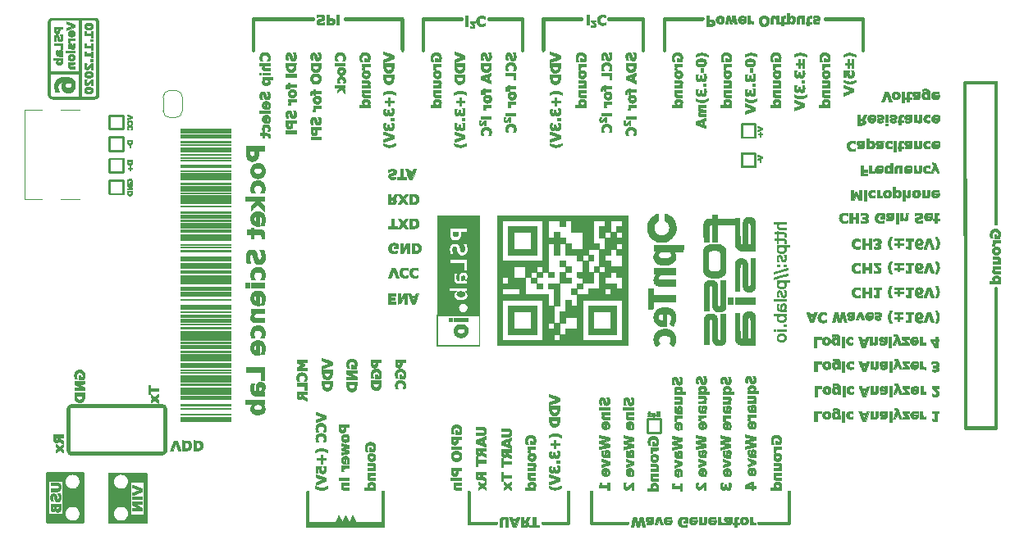
<source format=gbr>
G04 #@! TF.GenerationSoftware,KiCad,Pcbnew,5.1.6-c6e7f7d~87~ubuntu18.04.1*
G04 #@! TF.CreationDate,2020-10-25T15:07:58+02:00*
G04 #@! TF.ProjectId,PSLab,50534c61-622e-46b6-9963-61645f706362,v6.1*
G04 #@! TF.SameCoordinates,Original*
G04 #@! TF.FileFunction,Legend,Bot*
G04 #@! TF.FilePolarity,Positive*
%FSLAX46Y46*%
G04 Gerber Fmt 4.6, Leading zero omitted, Abs format (unit mm)*
G04 Created by KiCad (PCBNEW 5.1.6-c6e7f7d~87~ubuntu18.04.1) date 2020-10-25 15:07:58*
%MOMM*%
%LPD*%
G01*
G04 APERTURE LIST*
%ADD10C,0.120000*%
%ADD11C,0.010000*%
G04 APERTURE END LIST*
D10*
X94690000Y-79430000D02*
X92770000Y-79430000D01*
X92770000Y-70270000D02*
X94690000Y-70270000D01*
X90760000Y-70270000D02*
X89055000Y-70270000D01*
X89055000Y-79430000D02*
X90760000Y-79430000D01*
X89055000Y-70270000D02*
X89055000Y-79430000D01*
D11*
G36*
X150080529Y-90494588D02*
G01*
X147144588Y-90494588D01*
X147144588Y-92847824D01*
X147727294Y-92847824D01*
X147727294Y-91967539D01*
X147727335Y-91854080D01*
X147727456Y-91744790D01*
X147727651Y-91640595D01*
X147727915Y-91542426D01*
X147728243Y-91451210D01*
X147728630Y-91367875D01*
X147729069Y-91293350D01*
X147729557Y-91228563D01*
X147730087Y-91174443D01*
X147730656Y-91131918D01*
X147731256Y-91101916D01*
X147731884Y-91085365D01*
X147732274Y-91082275D01*
X147740242Y-91081633D01*
X147762223Y-91081015D01*
X147797288Y-91080427D01*
X147844509Y-91079873D01*
X147902958Y-91079359D01*
X147971707Y-91078889D01*
X148049826Y-91078470D01*
X148136389Y-91078106D01*
X148230466Y-91077803D01*
X148331128Y-91077566D01*
X148437449Y-91077400D01*
X148548499Y-91077309D01*
X148617539Y-91077294D01*
X149497823Y-91077294D01*
X149497823Y-92847824D01*
X147727294Y-92847824D01*
X147144588Y-92847824D01*
X147144588Y-93430529D01*
X150080529Y-93430529D01*
X150080529Y-90494588D01*
G37*
X150080529Y-90494588D02*
X147144588Y-90494588D01*
X147144588Y-92847824D01*
X147727294Y-92847824D01*
X147727294Y-91967539D01*
X147727335Y-91854080D01*
X147727456Y-91744790D01*
X147727651Y-91640595D01*
X147727915Y-91542426D01*
X147728243Y-91451210D01*
X147728630Y-91367875D01*
X147729069Y-91293350D01*
X147729557Y-91228563D01*
X147730087Y-91174443D01*
X147730656Y-91131918D01*
X147731256Y-91101916D01*
X147731884Y-91085365D01*
X147732274Y-91082275D01*
X147740242Y-91081633D01*
X147762223Y-91081015D01*
X147797288Y-91080427D01*
X147844509Y-91079873D01*
X147902958Y-91079359D01*
X147971707Y-91078889D01*
X148049826Y-91078470D01*
X148136389Y-91078106D01*
X148230466Y-91077803D01*
X148331128Y-91077566D01*
X148437449Y-91077400D01*
X148548499Y-91077309D01*
X148617539Y-91077294D01*
X149497823Y-91077294D01*
X149497823Y-92847824D01*
X147727294Y-92847824D01*
X147144588Y-92847824D01*
X147144588Y-93430529D01*
X150080529Y-93430529D01*
X150080529Y-90494588D01*
G36*
X141855412Y-90494588D02*
G01*
X138919471Y-90494588D01*
X138919471Y-92847824D01*
X139502176Y-92847824D01*
X139502176Y-91077233D01*
X140385573Y-91079131D01*
X141268971Y-91081029D01*
X141270869Y-91964427D01*
X141272767Y-92847824D01*
X139502176Y-92847824D01*
X138919471Y-92847824D01*
X138919471Y-93430529D01*
X141855412Y-93430529D01*
X141855412Y-90494588D01*
G37*
X141855412Y-90494588D02*
X138919471Y-90494588D01*
X138919471Y-92847824D01*
X139502176Y-92847824D01*
X139502176Y-91077233D01*
X140385573Y-91079131D01*
X141268971Y-91081029D01*
X141270869Y-91964427D01*
X141272767Y-92847824D01*
X139502176Y-92847824D01*
X138919471Y-92847824D01*
X138919471Y-93430529D01*
X141855412Y-93430529D01*
X141855412Y-90494588D01*
G36*
X145964235Y-88731529D02*
G01*
X145381529Y-88731529D01*
X145381529Y-89314235D01*
X145964235Y-89314235D01*
X145964235Y-88731529D01*
G37*
X145964235Y-88731529D02*
X145381529Y-88731529D01*
X145381529Y-89314235D01*
X145964235Y-89314235D01*
X145964235Y-88731529D01*
G36*
X146554412Y-88148824D02*
G01*
X145971706Y-88148824D01*
X145971706Y-88731529D01*
X146554412Y-88731529D01*
X146554412Y-88148824D01*
G37*
X146554412Y-88148824D02*
X145971706Y-88148824D01*
X145971706Y-88731529D01*
X146554412Y-88731529D01*
X146554412Y-88148824D01*
G36*
X144201176Y-88148824D02*
G01*
X143035765Y-88148824D01*
X143035765Y-88731529D01*
X143618471Y-88731529D01*
X143618471Y-90494588D01*
X144201176Y-90494588D01*
X144201176Y-88148824D01*
G37*
X144201176Y-88148824D02*
X143035765Y-88148824D01*
X143035765Y-88731529D01*
X143618471Y-88731529D01*
X143618471Y-90494588D01*
X144201176Y-90494588D01*
X144201176Y-88148824D01*
G36*
X142438118Y-88148824D02*
G01*
X141855412Y-88148824D01*
X141855412Y-88731529D01*
X142438118Y-88731529D01*
X142438118Y-88148824D01*
G37*
X142438118Y-88148824D02*
X141855412Y-88148824D01*
X141855412Y-88731529D01*
X142438118Y-88731529D01*
X142438118Y-88148824D01*
G36*
X141855412Y-87558647D02*
G01*
X141272706Y-87558647D01*
X141272706Y-88141353D01*
X141855412Y-88141353D01*
X141855412Y-87558647D01*
G37*
X141855412Y-87558647D02*
X141272706Y-87558647D01*
X141272706Y-88141353D01*
X141855412Y-88141353D01*
X141855412Y-87558647D01*
G36*
X145381529Y-87558647D02*
G01*
X144791353Y-87558647D01*
X144791353Y-86968471D01*
X144208647Y-86968471D01*
X144208647Y-88141353D01*
X145381529Y-88141353D01*
X145381529Y-87558647D01*
G37*
X145381529Y-87558647D02*
X144791353Y-87558647D01*
X144791353Y-86968471D01*
X144208647Y-86968471D01*
X144208647Y-88141353D01*
X145381529Y-88141353D01*
X145381529Y-87558647D01*
G36*
X143618471Y-86968471D02*
G01*
X143035765Y-86968471D01*
X143035765Y-87551177D01*
X143618471Y-87551177D01*
X143618471Y-86968471D01*
G37*
X143618471Y-86968471D02*
X143035765Y-86968471D01*
X143035765Y-87551177D01*
X143618471Y-87551177D01*
X143618471Y-86968471D01*
G36*
X142438118Y-86968471D02*
G01*
X141855412Y-86968471D01*
X141855412Y-87551177D01*
X142438118Y-87551177D01*
X142438118Y-86968471D01*
G37*
X142438118Y-86968471D02*
X141855412Y-86968471D01*
X141855412Y-87551177D01*
X142438118Y-87551177D01*
X142438118Y-86968471D01*
G36*
X148317471Y-86385765D02*
G01*
X147734765Y-86385765D01*
X147734765Y-86968471D01*
X148317471Y-86968471D01*
X148317471Y-86385765D01*
G37*
X148317471Y-86385765D02*
X147734765Y-86385765D01*
X147734765Y-86968471D01*
X148317471Y-86968471D01*
X148317471Y-86385765D01*
G36*
X145381529Y-86385765D02*
G01*
X144798823Y-86385765D01*
X144798823Y-86968471D01*
X145381529Y-86968471D01*
X145381529Y-86385765D01*
G37*
X145381529Y-86385765D02*
X144798823Y-86385765D01*
X144798823Y-86968471D01*
X145381529Y-86968471D01*
X145381529Y-86385765D01*
G36*
X147727294Y-86968471D02*
G01*
X147144588Y-86968471D01*
X147144588Y-85795588D01*
X146561882Y-85795588D01*
X146561882Y-86968471D01*
X145971706Y-86968471D01*
X145971706Y-87551003D01*
X146264926Y-87552957D01*
X146558147Y-87554912D01*
X146560101Y-87848132D01*
X146562056Y-88141353D01*
X147727294Y-88141353D01*
X147727294Y-86968471D01*
G37*
X147727294Y-86968471D02*
X147144588Y-86968471D01*
X147144588Y-85795588D01*
X146561882Y-85795588D01*
X146561882Y-86968471D01*
X145971706Y-86968471D01*
X145971706Y-87551003D01*
X146264926Y-87552957D01*
X146558147Y-87554912D01*
X146560101Y-87848132D01*
X146562056Y-88141353D01*
X147727294Y-88141353D01*
X147727294Y-86968471D01*
G36*
X144791353Y-85795588D02*
G01*
X144208647Y-85795588D01*
X144208647Y-86378294D01*
X144791353Y-86378294D01*
X144791353Y-85795588D01*
G37*
X144791353Y-85795588D02*
X144208647Y-85795588D01*
X144208647Y-86378294D01*
X144791353Y-86378294D01*
X144791353Y-85795588D01*
G36*
X147727294Y-85205412D02*
G01*
X147144588Y-85205412D01*
X147144588Y-85788118D01*
X147727294Y-85788118D01*
X147727294Y-85205412D01*
G37*
X147727294Y-85205412D02*
X147144588Y-85205412D01*
X147144588Y-85788118D01*
X147727294Y-85788118D01*
X147727294Y-85205412D01*
G36*
X141855412Y-82269471D02*
G01*
X138919471Y-82269471D01*
X138919471Y-82852177D01*
X139502176Y-82852177D01*
X141272767Y-82852177D01*
X141268971Y-84618971D01*
X140385573Y-84620869D01*
X139502176Y-84622767D01*
X139502176Y-82852177D01*
X138919471Y-82852177D01*
X138919471Y-85205412D01*
X141855412Y-85205412D01*
X141855412Y-82269471D01*
G37*
X141855412Y-82269471D02*
X138919471Y-82269471D01*
X138919471Y-82852177D01*
X139502176Y-82852177D01*
X141272767Y-82852177D01*
X141268971Y-84618971D01*
X140385573Y-84620869D01*
X139502176Y-84622767D01*
X139502176Y-82852177D01*
X138919471Y-82852177D01*
X138919471Y-85205412D01*
X141855412Y-85205412D01*
X141855412Y-82269471D01*
G36*
X151223529Y-81126471D02*
G01*
X137776471Y-81126471D01*
X137776471Y-85795588D01*
X138329294Y-85795588D01*
X138329294Y-81679294D01*
X142445588Y-81679294D01*
X142445588Y-85795588D01*
X138329294Y-85795588D01*
X137776471Y-85795588D01*
X137776471Y-88148824D01*
X138329294Y-88148824D01*
X138329294Y-87551177D01*
X138919471Y-87551177D01*
X138919471Y-87558647D01*
X139502176Y-87558647D01*
X139502176Y-86378294D01*
X140682529Y-86378294D01*
X140682529Y-87551177D01*
X141265235Y-87551177D01*
X141265235Y-86968471D01*
X141855412Y-86968471D01*
X141855412Y-86378294D01*
X142445588Y-86378294D01*
X142445588Y-86968471D01*
X143028294Y-86968471D01*
X143028294Y-84025059D01*
X143618471Y-84025059D01*
X143618471Y-85205412D01*
X144201086Y-85205412D01*
X144204912Y-84028794D01*
X144498132Y-84026840D01*
X144791353Y-84024885D01*
X144791353Y-83442353D01*
X144201176Y-83442353D01*
X144201176Y-82859647D01*
X143618471Y-82859647D01*
X143618471Y-83442353D01*
X143028294Y-83442353D01*
X143028294Y-81679294D01*
X144208647Y-81679294D01*
X144208647Y-82262000D01*
X144791353Y-82262000D01*
X144791353Y-81679294D01*
X145381529Y-81679294D01*
X145381529Y-82852177D01*
X146561943Y-82852177D01*
X146558147Y-84618971D01*
X145969838Y-84620884D01*
X145381529Y-84622796D01*
X145381529Y-84032529D01*
X144798823Y-84032529D01*
X144798823Y-85205412D01*
X145971706Y-85205412D01*
X145971706Y-85788118D01*
X146554412Y-85788118D01*
X146554412Y-85205412D01*
X147144588Y-85205412D01*
X147144588Y-84615235D01*
X148317471Y-84615235D01*
X148317471Y-84032529D01*
X147727294Y-84032529D01*
X147727294Y-81679294D01*
X148907647Y-81679294D01*
X148907647Y-82269471D01*
X148324941Y-82269471D01*
X148324941Y-83442353D01*
X148907647Y-83442353D01*
X148907647Y-82852177D01*
X149490353Y-82852177D01*
X149490353Y-81679294D01*
X150670706Y-81679294D01*
X150670706Y-82269471D01*
X150088000Y-82269471D01*
X150088000Y-82852177D01*
X150670706Y-82852177D01*
X150670706Y-83442353D01*
X150080529Y-83442353D01*
X150080529Y-82859647D01*
X149497823Y-82859647D01*
X149497823Y-83442353D01*
X148907647Y-83442353D01*
X148907647Y-84622706D01*
X148324941Y-84622706D01*
X148324941Y-85795588D01*
X148907647Y-85795588D01*
X148907647Y-85205412D01*
X149490353Y-85205412D01*
X149490353Y-84615235D01*
X150080529Y-84615235D01*
X150080529Y-84025059D01*
X150670706Y-84025059D01*
X150670706Y-84622706D01*
X150088000Y-84622706D01*
X150088000Y-85205412D01*
X150670706Y-85205412D01*
X150670706Y-86385855D01*
X149494088Y-86382029D01*
X149492134Y-86088809D01*
X149490179Y-85795588D01*
X148907647Y-85795588D01*
X148324941Y-85795588D01*
X148324941Y-86378294D01*
X148907647Y-86378294D01*
X148907647Y-86968471D01*
X148324941Y-86968471D01*
X148324941Y-88148824D01*
X148907647Y-88148824D01*
X148907647Y-87551177D01*
X149490353Y-87551177D01*
X149490353Y-86968471D01*
X150088000Y-86968471D01*
X150088000Y-87551177D01*
X150670706Y-87551177D01*
X150670706Y-88731529D01*
X150080529Y-88731529D01*
X150080529Y-88148824D01*
X148907647Y-88148824D01*
X148324941Y-88148824D01*
X148324941Y-88731529D01*
X147144588Y-88731529D01*
X147144588Y-89321706D01*
X148907647Y-89321706D01*
X148907647Y-88731529D01*
X149497823Y-88731529D01*
X149497823Y-89321706D01*
X148907647Y-89321706D01*
X147144588Y-89321706D01*
X145971706Y-89321706D01*
X145971706Y-90494588D01*
X145381529Y-90494588D01*
X145381529Y-89911882D01*
X144798823Y-89911882D01*
X144798823Y-91084765D01*
X144208647Y-91084765D01*
X144208647Y-92257647D01*
X144791353Y-92257647D01*
X144791353Y-91667471D01*
X145971706Y-91667471D01*
X145971706Y-92847824D01*
X144798997Y-92847824D01*
X144797043Y-93141044D01*
X144795088Y-93434265D01*
X144501868Y-93436219D01*
X144208647Y-93438174D01*
X144208647Y-94020706D01*
X146554412Y-94020706D01*
X146554412Y-89904412D01*
X150670706Y-89904412D01*
X150670706Y-94020706D01*
X146554412Y-94020706D01*
X144208647Y-94020706D01*
X143618471Y-94020706D01*
X143618471Y-93430529D01*
X144201176Y-93430529D01*
X144201176Y-92257647D01*
X143618471Y-92257647D01*
X143618471Y-90494588D01*
X143028294Y-90494588D01*
X143028294Y-89321706D01*
X140675059Y-89321706D01*
X140675059Y-87558647D01*
X139502176Y-87558647D01*
X138919471Y-87558647D01*
X138919471Y-88148824D01*
X138329294Y-88148824D01*
X137776471Y-88148824D01*
X137776471Y-89321706D01*
X138329294Y-89321706D01*
X138329294Y-88731529D01*
X140092353Y-88731529D01*
X140092353Y-89321706D01*
X138329294Y-89321706D01*
X137776471Y-89321706D01*
X137776471Y-94020706D01*
X138329294Y-94020706D01*
X138329294Y-89904412D01*
X142445588Y-89904412D01*
X142445588Y-92847824D01*
X143028294Y-92847824D01*
X143028294Y-92257647D01*
X143618471Y-92257647D01*
X143618471Y-92847824D01*
X143028294Y-92847824D01*
X142445588Y-92847824D01*
X142445588Y-94020706D01*
X138329294Y-94020706D01*
X137776471Y-94020706D01*
X137776471Y-94573529D01*
X151223529Y-94573529D01*
X151223529Y-81126471D01*
G37*
X151223529Y-81126471D02*
X137776471Y-81126471D01*
X137776471Y-85795588D01*
X138329294Y-85795588D01*
X138329294Y-81679294D01*
X142445588Y-81679294D01*
X142445588Y-85795588D01*
X138329294Y-85795588D01*
X137776471Y-85795588D01*
X137776471Y-88148824D01*
X138329294Y-88148824D01*
X138329294Y-87551177D01*
X138919471Y-87551177D01*
X138919471Y-87558647D01*
X139502176Y-87558647D01*
X139502176Y-86378294D01*
X140682529Y-86378294D01*
X140682529Y-87551177D01*
X141265235Y-87551177D01*
X141265235Y-86968471D01*
X141855412Y-86968471D01*
X141855412Y-86378294D01*
X142445588Y-86378294D01*
X142445588Y-86968471D01*
X143028294Y-86968471D01*
X143028294Y-84025059D01*
X143618471Y-84025059D01*
X143618471Y-85205412D01*
X144201086Y-85205412D01*
X144204912Y-84028794D01*
X144498132Y-84026840D01*
X144791353Y-84024885D01*
X144791353Y-83442353D01*
X144201176Y-83442353D01*
X144201176Y-82859647D01*
X143618471Y-82859647D01*
X143618471Y-83442353D01*
X143028294Y-83442353D01*
X143028294Y-81679294D01*
X144208647Y-81679294D01*
X144208647Y-82262000D01*
X144791353Y-82262000D01*
X144791353Y-81679294D01*
X145381529Y-81679294D01*
X145381529Y-82852177D01*
X146561943Y-82852177D01*
X146558147Y-84618971D01*
X145969838Y-84620884D01*
X145381529Y-84622796D01*
X145381529Y-84032529D01*
X144798823Y-84032529D01*
X144798823Y-85205412D01*
X145971706Y-85205412D01*
X145971706Y-85788118D01*
X146554412Y-85788118D01*
X146554412Y-85205412D01*
X147144588Y-85205412D01*
X147144588Y-84615235D01*
X148317471Y-84615235D01*
X148317471Y-84032529D01*
X147727294Y-84032529D01*
X147727294Y-81679294D01*
X148907647Y-81679294D01*
X148907647Y-82269471D01*
X148324941Y-82269471D01*
X148324941Y-83442353D01*
X148907647Y-83442353D01*
X148907647Y-82852177D01*
X149490353Y-82852177D01*
X149490353Y-81679294D01*
X150670706Y-81679294D01*
X150670706Y-82269471D01*
X150088000Y-82269471D01*
X150088000Y-82852177D01*
X150670706Y-82852177D01*
X150670706Y-83442353D01*
X150080529Y-83442353D01*
X150080529Y-82859647D01*
X149497823Y-82859647D01*
X149497823Y-83442353D01*
X148907647Y-83442353D01*
X148907647Y-84622706D01*
X148324941Y-84622706D01*
X148324941Y-85795588D01*
X148907647Y-85795588D01*
X148907647Y-85205412D01*
X149490353Y-85205412D01*
X149490353Y-84615235D01*
X150080529Y-84615235D01*
X150080529Y-84025059D01*
X150670706Y-84025059D01*
X150670706Y-84622706D01*
X150088000Y-84622706D01*
X150088000Y-85205412D01*
X150670706Y-85205412D01*
X150670706Y-86385855D01*
X149494088Y-86382029D01*
X149492134Y-86088809D01*
X149490179Y-85795588D01*
X148907647Y-85795588D01*
X148324941Y-85795588D01*
X148324941Y-86378294D01*
X148907647Y-86378294D01*
X148907647Y-86968471D01*
X148324941Y-86968471D01*
X148324941Y-88148824D01*
X148907647Y-88148824D01*
X148907647Y-87551177D01*
X149490353Y-87551177D01*
X149490353Y-86968471D01*
X150088000Y-86968471D01*
X150088000Y-87551177D01*
X150670706Y-87551177D01*
X150670706Y-88731529D01*
X150080529Y-88731529D01*
X150080529Y-88148824D01*
X148907647Y-88148824D01*
X148324941Y-88148824D01*
X148324941Y-88731529D01*
X147144588Y-88731529D01*
X147144588Y-89321706D01*
X148907647Y-89321706D01*
X148907647Y-88731529D01*
X149497823Y-88731529D01*
X149497823Y-89321706D01*
X148907647Y-89321706D01*
X147144588Y-89321706D01*
X145971706Y-89321706D01*
X145971706Y-90494588D01*
X145381529Y-90494588D01*
X145381529Y-89911882D01*
X144798823Y-89911882D01*
X144798823Y-91084765D01*
X144208647Y-91084765D01*
X144208647Y-92257647D01*
X144791353Y-92257647D01*
X144791353Y-91667471D01*
X145971706Y-91667471D01*
X145971706Y-92847824D01*
X144798997Y-92847824D01*
X144797043Y-93141044D01*
X144795088Y-93434265D01*
X144501868Y-93436219D01*
X144208647Y-93438174D01*
X144208647Y-94020706D01*
X146554412Y-94020706D01*
X146554412Y-89904412D01*
X150670706Y-89904412D01*
X150670706Y-94020706D01*
X146554412Y-94020706D01*
X144208647Y-94020706D01*
X143618471Y-94020706D01*
X143618471Y-93430529D01*
X144201176Y-93430529D01*
X144201176Y-92257647D01*
X143618471Y-92257647D01*
X143618471Y-90494588D01*
X143028294Y-90494588D01*
X143028294Y-89321706D01*
X140675059Y-89321706D01*
X140675059Y-87558647D01*
X139502176Y-87558647D01*
X138919471Y-87558647D01*
X138919471Y-88148824D01*
X138329294Y-88148824D01*
X137776471Y-88148824D01*
X137776471Y-89321706D01*
X138329294Y-89321706D01*
X138329294Y-88731529D01*
X140092353Y-88731529D01*
X140092353Y-89321706D01*
X138329294Y-89321706D01*
X137776471Y-89321706D01*
X137776471Y-94020706D01*
X138329294Y-94020706D01*
X138329294Y-89904412D01*
X142445588Y-89904412D01*
X142445588Y-92847824D01*
X143028294Y-92847824D01*
X143028294Y-92257647D01*
X143618471Y-92257647D01*
X143618471Y-92847824D01*
X143028294Y-92847824D01*
X142445588Y-92847824D01*
X142445588Y-94020706D01*
X138329294Y-94020706D01*
X137776471Y-94020706D01*
X137776471Y-94573529D01*
X151223529Y-94573529D01*
X151223529Y-81126471D01*
G36*
X105144245Y-72182233D02*
G01*
X105144245Y-72408011D01*
X110308911Y-72408011D01*
X110308911Y-72182233D01*
X105144245Y-72182233D01*
G37*
X105144245Y-72182233D02*
X105144245Y-72408011D01*
X110308911Y-72408011D01*
X110308911Y-72182233D01*
X105144245Y-72182233D01*
G36*
X105144245Y-72526544D02*
G01*
X105144245Y-72633789D01*
X110308911Y-72633789D01*
X110308911Y-72526544D01*
X105144245Y-72526544D01*
G37*
X105144245Y-72526544D02*
X105144245Y-72633789D01*
X110308911Y-72633789D01*
X110308911Y-72526544D01*
X105144245Y-72526544D01*
G36*
X105144245Y-72752322D02*
G01*
X105144245Y-73090989D01*
X110308911Y-73090989D01*
X110308911Y-72752322D01*
X105144245Y-72752322D01*
G37*
X105144245Y-72752322D02*
X105144245Y-73090989D01*
X110308911Y-73090989D01*
X110308911Y-72752322D01*
X105144245Y-72752322D01*
G36*
X105144245Y-73435300D02*
G01*
X105144245Y-73661078D01*
X110308911Y-73661078D01*
X110308911Y-73435300D01*
X105144245Y-73435300D01*
G37*
X105144245Y-73435300D02*
X105144245Y-73661078D01*
X110308911Y-73661078D01*
X110308911Y-73435300D01*
X105144245Y-73435300D01*
G36*
X105144245Y-73773966D02*
G01*
X105144245Y-73886855D01*
X110308911Y-73886855D01*
X110308911Y-73773966D01*
X105144245Y-73773966D01*
G37*
X105144245Y-73773966D02*
X105144245Y-73886855D01*
X110308911Y-73886855D01*
X110308911Y-73773966D01*
X105144245Y-73773966D01*
G36*
X105144245Y-74118278D02*
G01*
X105144245Y-74569833D01*
X110308911Y-74569833D01*
X110308911Y-74118278D01*
X105144245Y-74118278D01*
G37*
X105144245Y-74118278D02*
X105144245Y-74569833D01*
X110308911Y-74569833D01*
X110308911Y-74118278D01*
X105144245Y-74118278D01*
G36*
X105144245Y-74801255D02*
G01*
X105144245Y-74908500D01*
X110308911Y-74908500D01*
X110308911Y-74801255D01*
X105144245Y-74801255D01*
G37*
X105144245Y-74801255D02*
X105144245Y-74908500D01*
X110308911Y-74908500D01*
X110308911Y-74801255D01*
X105144245Y-74801255D01*
G36*
X105144245Y-75139922D02*
G01*
X105144245Y-75252811D01*
X110308911Y-75252811D01*
X110308911Y-75139922D01*
X105144245Y-75139922D01*
G37*
X105144245Y-75139922D02*
X105144245Y-75252811D01*
X110308911Y-75252811D01*
X110308911Y-75139922D01*
X105144245Y-75139922D01*
G36*
X105144245Y-75365700D02*
G01*
X105144245Y-75478589D01*
X110308911Y-75478589D01*
X110308911Y-75365700D01*
X105144245Y-75365700D01*
G37*
X105144245Y-75365700D02*
X105144245Y-75478589D01*
X110308911Y-75478589D01*
X110308911Y-75365700D01*
X105144245Y-75365700D01*
G36*
X105144245Y-75935789D02*
G01*
X105144245Y-76161566D01*
X110308911Y-76161566D01*
X110308911Y-75935789D01*
X105144245Y-75935789D01*
G37*
X105144245Y-75935789D02*
X105144245Y-76161566D01*
X110308911Y-76161566D01*
X110308911Y-75935789D01*
X105144245Y-75935789D01*
G36*
X105144245Y-76505878D02*
G01*
X105144245Y-76613122D01*
X110308911Y-76613122D01*
X110308911Y-76505878D01*
X105144245Y-76505878D01*
G37*
X105144245Y-76505878D02*
X105144245Y-76613122D01*
X110308911Y-76613122D01*
X110308911Y-76505878D01*
X105144245Y-76505878D01*
G36*
X105144245Y-76731655D02*
G01*
X105144245Y-77070322D01*
X110308911Y-77070322D01*
X110308911Y-76731655D01*
X105144245Y-76731655D01*
G37*
X105144245Y-76731655D02*
X105144245Y-77070322D01*
X110308911Y-77070322D01*
X110308911Y-76731655D01*
X105144245Y-76731655D01*
G36*
X105144245Y-77188855D02*
G01*
X105144245Y-77408989D01*
X110308911Y-77408989D01*
X110308911Y-77188855D01*
X105144245Y-77188855D01*
G37*
X105144245Y-77188855D02*
X105144245Y-77408989D01*
X110308911Y-77408989D01*
X110308911Y-77188855D01*
X105144245Y-77188855D01*
G36*
X105144245Y-77753300D02*
G01*
X105144245Y-77979078D01*
X110308911Y-77979078D01*
X110308911Y-77753300D01*
X105144245Y-77753300D01*
G37*
X105144245Y-77753300D02*
X105144245Y-77979078D01*
X110308911Y-77979078D01*
X110308911Y-77753300D01*
X105144245Y-77753300D01*
G36*
X105144245Y-78097611D02*
G01*
X105144245Y-78436278D01*
X110308911Y-78436278D01*
X110308911Y-78097611D01*
X105144245Y-78097611D01*
G37*
X105144245Y-78097611D02*
X105144245Y-78436278D01*
X110308911Y-78436278D01*
X110308911Y-78097611D01*
X105144245Y-78097611D01*
G36*
X105144245Y-78549166D02*
G01*
X105144245Y-78662055D01*
X110308911Y-78662055D01*
X110308911Y-78549166D01*
X105144245Y-78549166D01*
G37*
X105144245Y-78549166D02*
X105144245Y-78662055D01*
X110308911Y-78662055D01*
X110308911Y-78549166D01*
X105144245Y-78549166D01*
G36*
X105144245Y-78780589D02*
G01*
X105144245Y-78887833D01*
X110308911Y-78887833D01*
X110308911Y-78780589D01*
X105144245Y-78780589D01*
G37*
X105144245Y-78780589D02*
X105144245Y-78887833D01*
X110308911Y-78887833D01*
X110308911Y-78780589D01*
X105144245Y-78780589D01*
G36*
X105144245Y-79006366D02*
G01*
X105144245Y-79345033D01*
X110308911Y-79345033D01*
X110308911Y-79006366D01*
X105144245Y-79006366D01*
G37*
X105144245Y-79006366D02*
X105144245Y-79345033D01*
X110308911Y-79345033D01*
X110308911Y-79006366D01*
X105144245Y-79006366D01*
G36*
X105144245Y-79457922D02*
G01*
X105144245Y-79909478D01*
X110308911Y-79909478D01*
X110308911Y-79457922D01*
X105144245Y-79457922D01*
G37*
X105144245Y-79457922D02*
X105144245Y-79909478D01*
X110308911Y-79909478D01*
X110308911Y-79457922D01*
X105144245Y-79457922D01*
G36*
X105144245Y-80140900D02*
G01*
X105144245Y-80253789D01*
X110308911Y-80253789D01*
X110308911Y-80140900D01*
X105144245Y-80140900D01*
G37*
X105144245Y-80140900D02*
X105144245Y-80253789D01*
X110308911Y-80253789D01*
X110308911Y-80140900D01*
X105144245Y-80140900D01*
G36*
X105144245Y-80710989D02*
G01*
X105144245Y-80936766D01*
X110308911Y-80936766D01*
X110308911Y-80710989D01*
X105144245Y-80710989D01*
G37*
X105144245Y-80710989D02*
X105144245Y-80936766D01*
X110308911Y-80936766D01*
X110308911Y-80710989D01*
X105144245Y-80710989D01*
G36*
X105144245Y-81049655D02*
G01*
X105144245Y-81162544D01*
X110308911Y-81162544D01*
X110308911Y-81049655D01*
X105144245Y-81049655D01*
G37*
X105144245Y-81049655D02*
X105144245Y-81162544D01*
X110308911Y-81162544D01*
X110308911Y-81049655D01*
X105144245Y-81049655D01*
G36*
X105144245Y-81281078D02*
G01*
X105144245Y-81388322D01*
X110308911Y-81388322D01*
X110308911Y-81281078D01*
X105144245Y-81281078D01*
G37*
X105144245Y-81281078D02*
X105144245Y-81388322D01*
X110308911Y-81388322D01*
X110308911Y-81281078D01*
X105144245Y-81281078D01*
G36*
X105144245Y-81619744D02*
G01*
X105144245Y-81732633D01*
X110308911Y-81732633D01*
X110308911Y-81619744D01*
X105144245Y-81619744D01*
G37*
X105144245Y-81619744D02*
X105144245Y-81732633D01*
X110308911Y-81732633D01*
X110308911Y-81619744D01*
X105144245Y-81619744D01*
G36*
X105144245Y-81964055D02*
G01*
X105144245Y-82415611D01*
X110308911Y-82415611D01*
X110308911Y-81964055D01*
X105144245Y-81964055D01*
G37*
X105144245Y-81964055D02*
X105144245Y-82415611D01*
X110308911Y-82415611D01*
X110308911Y-81964055D01*
X105144245Y-81964055D01*
G36*
X105144245Y-82641389D02*
G01*
X105144245Y-82867166D01*
X110308911Y-82867166D01*
X110308911Y-82641389D01*
X105144245Y-82641389D01*
G37*
X105144245Y-82641389D02*
X105144245Y-82867166D01*
X110308911Y-82867166D01*
X110308911Y-82641389D01*
X105144245Y-82641389D01*
G36*
X105144245Y-83098589D02*
G01*
X105144245Y-83437255D01*
X110308911Y-83437255D01*
X110308911Y-83098589D01*
X105144245Y-83098589D01*
G37*
X105144245Y-83098589D02*
X105144245Y-83437255D01*
X110308911Y-83437255D01*
X110308911Y-83098589D01*
X105144245Y-83098589D01*
G36*
X105144245Y-83555789D02*
G01*
X105144245Y-83663033D01*
X110308911Y-83663033D01*
X110308911Y-83555789D01*
X105144245Y-83555789D01*
G37*
X105144245Y-83555789D02*
X105144245Y-83663033D01*
X110308911Y-83663033D01*
X110308911Y-83555789D01*
X105144245Y-83555789D01*
G36*
X105144245Y-84120233D02*
G01*
X105144245Y-84233122D01*
X110308911Y-84233122D01*
X110308911Y-84120233D01*
X105144245Y-84120233D01*
G37*
X105144245Y-84120233D02*
X105144245Y-84233122D01*
X110308911Y-84233122D01*
X110308911Y-84120233D01*
X105144245Y-84120233D01*
G36*
X105144245Y-84351655D02*
G01*
X105144245Y-84458900D01*
X110308911Y-84458900D01*
X110308911Y-84351655D01*
X105144245Y-84351655D01*
G37*
X105144245Y-84351655D02*
X105144245Y-84458900D01*
X110308911Y-84458900D01*
X110308911Y-84351655D01*
X105144245Y-84351655D01*
G36*
X105144245Y-84690322D02*
G01*
X105144245Y-84916100D01*
X110308911Y-84916100D01*
X110308911Y-84690322D01*
X105144245Y-84690322D01*
G37*
X105144245Y-84690322D02*
X105144245Y-84916100D01*
X110308911Y-84916100D01*
X110308911Y-84690322D01*
X105144245Y-84690322D01*
G36*
X105144245Y-85373300D02*
G01*
X105144245Y-85480544D01*
X110308911Y-85480544D01*
X110308911Y-85373300D01*
X105144245Y-85373300D01*
G37*
X105144245Y-85373300D02*
X105144245Y-85480544D01*
X110308911Y-85480544D01*
X110308911Y-85373300D01*
X105144245Y-85373300D01*
G36*
X105144245Y-85599078D02*
G01*
X105144245Y-85824855D01*
X110308911Y-85824855D01*
X110308911Y-85599078D01*
X105144245Y-85599078D01*
G37*
X105144245Y-85599078D02*
X105144245Y-85824855D01*
X110308911Y-85824855D01*
X110308911Y-85599078D01*
X105144245Y-85599078D01*
G36*
X105144245Y-86056278D02*
G01*
X105144245Y-86163522D01*
X110308911Y-86163522D01*
X110308911Y-86056278D01*
X105144245Y-86056278D01*
G37*
X105144245Y-86056278D02*
X105144245Y-86163522D01*
X110308911Y-86163522D01*
X110308911Y-86056278D01*
X105144245Y-86056278D01*
G36*
X105144245Y-86282055D02*
G01*
X105144245Y-86620722D01*
X110308911Y-86620722D01*
X110308911Y-86282055D01*
X105144245Y-86282055D01*
G37*
X105144245Y-86282055D02*
X105144245Y-86620722D01*
X110308911Y-86620722D01*
X110308911Y-86282055D01*
X105144245Y-86282055D01*
G36*
X105144245Y-86852144D02*
G01*
X105144245Y-87072278D01*
X110308911Y-87072278D01*
X110308911Y-86852144D01*
X105144245Y-86852144D01*
G37*
X105144245Y-86852144D02*
X105144245Y-87072278D01*
X110308911Y-87072278D01*
X110308911Y-86852144D01*
X105144245Y-86852144D01*
G36*
X105144245Y-87303700D02*
G01*
X105144245Y-87416589D01*
X110308911Y-87416589D01*
X110308911Y-87303700D01*
X105144245Y-87303700D01*
G37*
X105144245Y-87303700D02*
X105144245Y-87416589D01*
X110308911Y-87416589D01*
X110308911Y-87303700D01*
X105144245Y-87303700D01*
G36*
X105144245Y-87535122D02*
G01*
X105144245Y-87642366D01*
X110308911Y-87642366D01*
X110308911Y-87535122D01*
X105144245Y-87535122D01*
G37*
X105144245Y-87535122D02*
X105144245Y-87642366D01*
X110308911Y-87642366D01*
X110308911Y-87535122D01*
X105144245Y-87535122D01*
G36*
X105144245Y-87760900D02*
G01*
X105144245Y-88212455D01*
X110308911Y-88212455D01*
X110308911Y-87760900D01*
X105144245Y-87760900D01*
G37*
X105144245Y-87760900D02*
X105144245Y-88212455D01*
X110308911Y-88212455D01*
X110308911Y-87760900D01*
X105144245Y-87760900D01*
G36*
X105144245Y-88556766D02*
G01*
X105144245Y-88664011D01*
X110308911Y-88664011D01*
X110308911Y-88556766D01*
X105144245Y-88556766D01*
G37*
X105144245Y-88556766D02*
X105144245Y-88664011D01*
X110308911Y-88664011D01*
X110308911Y-88556766D01*
X105144245Y-88556766D01*
G36*
X105144245Y-88782544D02*
G01*
X105144245Y-88895433D01*
X110308911Y-88895433D01*
X110308911Y-88782544D01*
X105144245Y-88782544D01*
G37*
X105144245Y-88782544D02*
X105144245Y-88895433D01*
X110308911Y-88895433D01*
X110308911Y-88782544D01*
X105144245Y-88782544D01*
G36*
X105144245Y-89008322D02*
G01*
X105144245Y-89459878D01*
X110308911Y-89459878D01*
X110308911Y-89008322D01*
X105144245Y-89008322D01*
G37*
X105144245Y-89008322D02*
X105144245Y-89459878D01*
X110308911Y-89459878D01*
X110308911Y-89008322D01*
X105144245Y-89008322D01*
G36*
X105144245Y-89804189D02*
G01*
X105144245Y-89917078D01*
X110308911Y-89917078D01*
X110308911Y-89804189D01*
X105144245Y-89804189D01*
G37*
X105144245Y-89804189D02*
X105144245Y-89917078D01*
X110308911Y-89917078D01*
X110308911Y-89804189D01*
X105144245Y-89804189D01*
G36*
X105144245Y-90374278D02*
G01*
X105144245Y-90487166D01*
X110308911Y-90487166D01*
X110308911Y-90374278D01*
X105144245Y-90374278D01*
G37*
X105144245Y-90374278D02*
X105144245Y-90487166D01*
X110308911Y-90487166D01*
X110308911Y-90374278D01*
X105144245Y-90374278D01*
G36*
X105144245Y-90600055D02*
G01*
X105144245Y-90825833D01*
X110308911Y-90825833D01*
X110308911Y-90600055D01*
X105144245Y-90600055D01*
G37*
X105144245Y-90600055D02*
X105144245Y-90825833D01*
X110308911Y-90825833D01*
X110308911Y-90600055D01*
X105144245Y-90600055D01*
G36*
X105144245Y-91057255D02*
G01*
X105144245Y-91170144D01*
X110308911Y-91170144D01*
X110308911Y-91057255D01*
X105144245Y-91057255D01*
G37*
X105144245Y-91057255D02*
X105144245Y-91170144D01*
X110308911Y-91170144D01*
X110308911Y-91057255D01*
X105144245Y-91057255D01*
G36*
X105144245Y-91395922D02*
G01*
X105144245Y-91621700D01*
X110308911Y-91621700D01*
X110308911Y-91395922D01*
X105144245Y-91395922D01*
G37*
X105144245Y-91395922D02*
X105144245Y-91621700D01*
X110308911Y-91621700D01*
X110308911Y-91395922D01*
X105144245Y-91395922D01*
G36*
X105144245Y-91853122D02*
G01*
X105144245Y-92191789D01*
X110308911Y-92191789D01*
X110308911Y-91853122D01*
X105144245Y-91853122D01*
G37*
X105144245Y-91853122D02*
X105144245Y-92191789D01*
X110308911Y-92191789D01*
X110308911Y-91853122D01*
X105144245Y-91853122D01*
G36*
X105144245Y-92310322D02*
G01*
X105144245Y-92417566D01*
X110308911Y-92417566D01*
X110308911Y-92310322D01*
X105144245Y-92310322D01*
G37*
X105144245Y-92310322D02*
X105144245Y-92417566D01*
X110308911Y-92417566D01*
X110308911Y-92310322D01*
X105144245Y-92310322D01*
G36*
X105144245Y-92648989D02*
G01*
X105144245Y-92874766D01*
X110308911Y-92874766D01*
X110308911Y-92648989D01*
X105144245Y-92648989D01*
G37*
X105144245Y-92648989D02*
X105144245Y-92874766D01*
X110308911Y-92874766D01*
X110308911Y-92648989D01*
X105144245Y-92648989D01*
G36*
X105144245Y-93106189D02*
G01*
X105144245Y-93439211D01*
X110308911Y-93439211D01*
X110308911Y-93106189D01*
X105144245Y-93106189D01*
G37*
X105144245Y-93106189D02*
X105144245Y-93439211D01*
X110308911Y-93439211D01*
X110308911Y-93106189D01*
X105144245Y-93106189D01*
G36*
X105144245Y-93557744D02*
G01*
X105144245Y-93670633D01*
X110308911Y-93670633D01*
X110308911Y-93557744D01*
X105144245Y-93557744D01*
G37*
X105144245Y-93557744D02*
X105144245Y-93670633D01*
X110308911Y-93670633D01*
X110308911Y-93557744D01*
X105144245Y-93557744D01*
G36*
X105144245Y-93783522D02*
G01*
X105144245Y-94009300D01*
X110308911Y-94009300D01*
X110308911Y-93783522D01*
X105144245Y-93783522D01*
G37*
X105144245Y-93783522D02*
X105144245Y-94009300D01*
X110308911Y-94009300D01*
X110308911Y-93783522D01*
X105144245Y-93783522D01*
G36*
X105144245Y-94240722D02*
G01*
X105144245Y-94353611D01*
X110308911Y-94353611D01*
X110308911Y-94240722D01*
X105144245Y-94240722D01*
G37*
X105144245Y-94240722D02*
X105144245Y-94353611D01*
X110308911Y-94353611D01*
X110308911Y-94240722D01*
X105144245Y-94240722D01*
G36*
X105144245Y-94579389D02*
G01*
X105144245Y-94918055D01*
X110308911Y-94918055D01*
X110308911Y-94579389D01*
X105144245Y-94579389D01*
G37*
X105144245Y-94579389D02*
X105144245Y-94918055D01*
X110308911Y-94918055D01*
X110308911Y-94579389D01*
X105144245Y-94579389D01*
G36*
X105144245Y-95149478D02*
G01*
X105144245Y-95262366D01*
X110308911Y-95262366D01*
X110308911Y-95149478D01*
X105144245Y-95149478D01*
G37*
X105144245Y-95149478D02*
X105144245Y-95262366D01*
X110308911Y-95262366D01*
X110308911Y-95149478D01*
X105144245Y-95149478D01*
G36*
X105144245Y-95493789D02*
G01*
X105144245Y-95945344D01*
X110308911Y-95945344D01*
X110308911Y-95493789D01*
X105144245Y-95493789D01*
G37*
X105144245Y-95493789D02*
X105144245Y-95945344D01*
X110308911Y-95945344D01*
X110308911Y-95493789D01*
X105144245Y-95493789D01*
G36*
X105144245Y-96058233D02*
G01*
X105144245Y-96171122D01*
X110308911Y-96171122D01*
X110308911Y-96058233D01*
X105144245Y-96058233D01*
G37*
X105144245Y-96058233D02*
X105144245Y-96171122D01*
X110308911Y-96171122D01*
X110308911Y-96058233D01*
X105144245Y-96058233D01*
G36*
X105144245Y-96402544D02*
G01*
X105144245Y-96854100D01*
X110308911Y-96854100D01*
X110308911Y-96402544D01*
X105144245Y-96402544D01*
G37*
X105144245Y-96402544D02*
X105144245Y-96854100D01*
X110308911Y-96854100D01*
X110308911Y-96402544D01*
X105144245Y-96402544D01*
G36*
X105144245Y-97085522D02*
G01*
X105144245Y-97192766D01*
X110308911Y-97192766D01*
X110308911Y-97085522D01*
X105144245Y-97085522D01*
G37*
X105144245Y-97085522D02*
X105144245Y-97192766D01*
X110308911Y-97192766D01*
X110308911Y-97085522D01*
X105144245Y-97085522D01*
G36*
X105144245Y-97311300D02*
G01*
X105144245Y-97418544D01*
X110308911Y-97418544D01*
X110308911Y-97311300D01*
X105144245Y-97311300D01*
G37*
X105144245Y-97311300D02*
X105144245Y-97418544D01*
X110308911Y-97418544D01*
X110308911Y-97311300D01*
X105144245Y-97311300D01*
G36*
X105144245Y-97649966D02*
G01*
X105144245Y-97762855D01*
X110308911Y-97762855D01*
X110308911Y-97649966D01*
X105144245Y-97649966D01*
G37*
X105144245Y-97649966D02*
X105144245Y-97762855D01*
X110308911Y-97762855D01*
X110308911Y-97649966D01*
X105144245Y-97649966D01*
G36*
X105144245Y-97881389D02*
G01*
X105144245Y-98332944D01*
X110308911Y-98332944D01*
X110308911Y-97881389D01*
X105144245Y-97881389D01*
G37*
X105144245Y-97881389D02*
X105144245Y-98332944D01*
X110308911Y-98332944D01*
X110308911Y-97881389D01*
X105144245Y-97881389D01*
G36*
X105144245Y-98558722D02*
G01*
X105144245Y-98671611D01*
X110308911Y-98671611D01*
X110308911Y-98558722D01*
X105144245Y-98558722D01*
G37*
X105144245Y-98558722D02*
X105144245Y-98671611D01*
X110308911Y-98671611D01*
X110308911Y-98558722D01*
X105144245Y-98558722D01*
G36*
X105144245Y-98903033D02*
G01*
X105144245Y-99010278D01*
X110308911Y-99010278D01*
X110308911Y-98903033D01*
X105144245Y-98903033D01*
G37*
X105144245Y-98903033D02*
X105144245Y-99010278D01*
X110308911Y-99010278D01*
X110308911Y-98903033D01*
X105144245Y-98903033D01*
G36*
X105144245Y-99128811D02*
G01*
X105144245Y-99580366D01*
X110308911Y-99580366D01*
X110308911Y-99128811D01*
X105144245Y-99128811D01*
G37*
X105144245Y-99128811D02*
X105144245Y-99580366D01*
X110308911Y-99580366D01*
X110308911Y-99128811D01*
X105144245Y-99128811D01*
G36*
X105144245Y-99811789D02*
G01*
X105144245Y-99924678D01*
X110308911Y-99924678D01*
X110308911Y-99811789D01*
X105144245Y-99811789D01*
G37*
X105144245Y-99811789D02*
X105144245Y-99924678D01*
X110308911Y-99924678D01*
X110308911Y-99811789D01*
X105144245Y-99811789D01*
G36*
X105144245Y-100037566D02*
G01*
X105144245Y-100150455D01*
X110308911Y-100150455D01*
X110308911Y-100037566D01*
X105144245Y-100037566D01*
G37*
X105144245Y-100037566D02*
X105144245Y-100150455D01*
X110308911Y-100150455D01*
X110308911Y-100037566D01*
X105144245Y-100037566D01*
G36*
X105144245Y-100607655D02*
G01*
X105144245Y-100833433D01*
X110308911Y-100833433D01*
X110308911Y-100607655D01*
X105144245Y-100607655D01*
G37*
X105144245Y-100607655D02*
X105144245Y-100833433D01*
X110308911Y-100833433D01*
X110308911Y-100607655D01*
X105144245Y-100607655D01*
G36*
X105144245Y-101064855D02*
G01*
X105144245Y-101172100D01*
X110308911Y-101172100D01*
X110308911Y-101064855D01*
X105144245Y-101064855D01*
G37*
X105144245Y-101064855D02*
X105144245Y-101172100D01*
X110308911Y-101172100D01*
X110308911Y-101064855D01*
X105144245Y-101064855D01*
G36*
X105144245Y-101629300D02*
G01*
X105144245Y-101742189D01*
X110308911Y-101742189D01*
X110308911Y-101629300D01*
X105144245Y-101629300D01*
G37*
X105144245Y-101629300D02*
X105144245Y-101742189D01*
X110308911Y-101742189D01*
X110308911Y-101629300D01*
X105144245Y-101629300D01*
G36*
X105144245Y-101973611D02*
G01*
X105144245Y-102080855D01*
X110308911Y-102080855D01*
X110308911Y-101973611D01*
X105144245Y-101973611D01*
G37*
X105144245Y-101973611D02*
X105144245Y-102080855D01*
X110308911Y-102080855D01*
X110308911Y-101973611D01*
X105144245Y-101973611D01*
G36*
X105144245Y-102199389D02*
G01*
X105144245Y-102425166D01*
X110308911Y-102425166D01*
X110308911Y-102199389D01*
X105144245Y-102199389D01*
G37*
X105144245Y-102199389D02*
X105144245Y-102425166D01*
X110308911Y-102425166D01*
X110308911Y-102199389D01*
X105144245Y-102199389D01*
G36*
X157030487Y-112288443D02*
G01*
X157080079Y-112291259D01*
X157126019Y-112295963D01*
X157150660Y-112299674D01*
X157207822Y-112311322D01*
X157265180Y-112326206D01*
X157319358Y-112343350D01*
X157366981Y-112361779D01*
X157369836Y-112363028D01*
X157409740Y-112380625D01*
X157411057Y-112632412D01*
X157412374Y-112884200D01*
X156995720Y-112884200D01*
X156995720Y-112701320D01*
X157158280Y-112701320D01*
X157158280Y-112503591D01*
X157136690Y-112497763D01*
X157079340Y-112486548D01*
X157021008Y-112483129D01*
X156963732Y-112487357D01*
X156909552Y-112499081D01*
X156860506Y-112518149D01*
X156860492Y-112518156D01*
X156817389Y-112545043D01*
X156780730Y-112579684D01*
X156750721Y-112621818D01*
X156727564Y-112671181D01*
X156717663Y-112701891D01*
X156714157Y-112716934D01*
X156711667Y-112733953D01*
X156710058Y-112754878D01*
X156709195Y-112781635D01*
X156708942Y-112816154D01*
X156708957Y-112825780D01*
X156709148Y-112859143D01*
X156709650Y-112884440D01*
X156710684Y-112903767D01*
X156712470Y-112919215D01*
X156715228Y-112932881D01*
X156719178Y-112946857D01*
X156722873Y-112958258D01*
X156744535Y-113008834D01*
X156773474Y-113052752D01*
X156809273Y-113089525D01*
X156851517Y-113118667D01*
X156866325Y-113126300D01*
X156901113Y-113140542D01*
X156937436Y-113150308D01*
X156977851Y-113156084D01*
X157024918Y-113158355D01*
X157035562Y-113158431D01*
X157111159Y-113153831D01*
X157186030Y-113139695D01*
X157260893Y-113115844D01*
X157332369Y-113084169D01*
X157376918Y-113061798D01*
X157375549Y-113172186D01*
X157374180Y-113282575D01*
X157333540Y-113298399D01*
X157276199Y-113318060D01*
X157212828Y-113335038D01*
X157167297Y-113344677D01*
X157145542Y-113347680D01*
X157115909Y-113350221D01*
X157080672Y-113352248D01*
X157042103Y-113353710D01*
X157002477Y-113354556D01*
X156964067Y-113354735D01*
X156929146Y-113354195D01*
X156899988Y-113352885D01*
X156881420Y-113351126D01*
X156807567Y-113336686D01*
X156738607Y-113314328D01*
X156675131Y-113284445D01*
X156617729Y-113247426D01*
X156566993Y-113203663D01*
X156523514Y-113153547D01*
X156487883Y-113097468D01*
X156482663Y-113087400D01*
X156462315Y-113042509D01*
X156447024Y-112998045D01*
X156436395Y-112951907D01*
X156430034Y-112901992D01*
X156427547Y-112846197D01*
X156428071Y-112796245D01*
X156429383Y-112760331D01*
X156431124Y-112731971D01*
X156433593Y-112708560D01*
X156437090Y-112687494D01*
X156441913Y-112666168D01*
X156443881Y-112658502D01*
X156466635Y-112590289D01*
X156497339Y-112528294D01*
X156535735Y-112472747D01*
X156581565Y-112423878D01*
X156634572Y-112381917D01*
X156694498Y-112347092D01*
X156761086Y-112319632D01*
X156834079Y-112299769D01*
X156850032Y-112296615D01*
X156887015Y-112291601D01*
X156931233Y-112288586D01*
X156979964Y-112287542D01*
X157030487Y-112288443D01*
G37*
X157030487Y-112288443D02*
X157080079Y-112291259D01*
X157126019Y-112295963D01*
X157150660Y-112299674D01*
X157207822Y-112311322D01*
X157265180Y-112326206D01*
X157319358Y-112343350D01*
X157366981Y-112361779D01*
X157369836Y-112363028D01*
X157409740Y-112380625D01*
X157411057Y-112632412D01*
X157412374Y-112884200D01*
X156995720Y-112884200D01*
X156995720Y-112701320D01*
X157158280Y-112701320D01*
X157158280Y-112503591D01*
X157136690Y-112497763D01*
X157079340Y-112486548D01*
X157021008Y-112483129D01*
X156963732Y-112487357D01*
X156909552Y-112499081D01*
X156860506Y-112518149D01*
X156860492Y-112518156D01*
X156817389Y-112545043D01*
X156780730Y-112579684D01*
X156750721Y-112621818D01*
X156727564Y-112671181D01*
X156717663Y-112701891D01*
X156714157Y-112716934D01*
X156711667Y-112733953D01*
X156710058Y-112754878D01*
X156709195Y-112781635D01*
X156708942Y-112816154D01*
X156708957Y-112825780D01*
X156709148Y-112859143D01*
X156709650Y-112884440D01*
X156710684Y-112903767D01*
X156712470Y-112919215D01*
X156715228Y-112932881D01*
X156719178Y-112946857D01*
X156722873Y-112958258D01*
X156744535Y-113008834D01*
X156773474Y-113052752D01*
X156809273Y-113089525D01*
X156851517Y-113118667D01*
X156866325Y-113126300D01*
X156901113Y-113140542D01*
X156937436Y-113150308D01*
X156977851Y-113156084D01*
X157024918Y-113158355D01*
X157035562Y-113158431D01*
X157111159Y-113153831D01*
X157186030Y-113139695D01*
X157260893Y-113115844D01*
X157332369Y-113084169D01*
X157376918Y-113061798D01*
X157375549Y-113172186D01*
X157374180Y-113282575D01*
X157333540Y-113298399D01*
X157276199Y-113318060D01*
X157212828Y-113335038D01*
X157167297Y-113344677D01*
X157145542Y-113347680D01*
X157115909Y-113350221D01*
X157080672Y-113352248D01*
X157042103Y-113353710D01*
X157002477Y-113354556D01*
X156964067Y-113354735D01*
X156929146Y-113354195D01*
X156899988Y-113352885D01*
X156881420Y-113351126D01*
X156807567Y-113336686D01*
X156738607Y-113314328D01*
X156675131Y-113284445D01*
X156617729Y-113247426D01*
X156566993Y-113203663D01*
X156523514Y-113153547D01*
X156487883Y-113097468D01*
X156482663Y-113087400D01*
X156462315Y-113042509D01*
X156447024Y-112998045D01*
X156436395Y-112951907D01*
X156430034Y-112901992D01*
X156427547Y-112846197D01*
X156428071Y-112796245D01*
X156429383Y-112760331D01*
X156431124Y-112731971D01*
X156433593Y-112708560D01*
X156437090Y-112687494D01*
X156441913Y-112666168D01*
X156443881Y-112658502D01*
X156466635Y-112590289D01*
X156497339Y-112528294D01*
X156535735Y-112472747D01*
X156581565Y-112423878D01*
X156634572Y-112381917D01*
X156694498Y-112347092D01*
X156761086Y-112319632D01*
X156834079Y-112299769D01*
X156850032Y-112296615D01*
X156887015Y-112291601D01*
X156931233Y-112288586D01*
X156979964Y-112287542D01*
X157030487Y-112288443D01*
G36*
X152140542Y-112379937D02*
G01*
X152144966Y-112398546D01*
X152151452Y-112425913D01*
X152159733Y-112460907D01*
X152169543Y-112502398D01*
X152180613Y-112549254D01*
X152192678Y-112600345D01*
X152205468Y-112654539D01*
X152218718Y-112710705D01*
X152231267Y-112763928D01*
X152247172Y-112831004D01*
X152261394Y-112890176D01*
X152273862Y-112941168D01*
X152284507Y-112983706D01*
X152293259Y-113017515D01*
X152300047Y-113042319D01*
X152304801Y-113057844D01*
X152307450Y-113063815D01*
X152307848Y-113063648D01*
X152309604Y-113057302D01*
X152313505Y-113041865D01*
X152319359Y-113018131D01*
X152326975Y-112986897D01*
X152336160Y-112948959D01*
X152346721Y-112905112D01*
X152358467Y-112856151D01*
X152371206Y-112802873D01*
X152384745Y-112746072D01*
X152398400Y-112688620D01*
X152412512Y-112629189D01*
X152425982Y-112572521D01*
X152438619Y-112519408D01*
X152450234Y-112470646D01*
X152460637Y-112427029D01*
X152469639Y-112389352D01*
X152477050Y-112358409D01*
X152482680Y-112334994D01*
X152486341Y-112319902D01*
X152487828Y-112313970D01*
X152489202Y-112311448D01*
X152492387Y-112309451D01*
X152498457Y-112307919D01*
X152508482Y-112306791D01*
X152523536Y-112306005D01*
X152544689Y-112305502D01*
X152573015Y-112305221D01*
X152609586Y-112305101D01*
X152644846Y-112305080D01*
X152799248Y-112305080D01*
X152804287Y-112324130D01*
X152806160Y-112331739D01*
X152810119Y-112348229D01*
X152815974Y-112372797D01*
X152823538Y-112404644D01*
X152832622Y-112442971D01*
X152843036Y-112486977D01*
X152854594Y-112535861D01*
X152867105Y-112588824D01*
X152880383Y-112645067D01*
X152894237Y-112703788D01*
X152908480Y-112764187D01*
X152922924Y-112825465D01*
X152937379Y-112886822D01*
X152951657Y-112947457D01*
X152965570Y-113006571D01*
X152978929Y-113063363D01*
X152991545Y-113117034D01*
X153003231Y-113166782D01*
X153013797Y-113211809D01*
X153023055Y-113251314D01*
X153030817Y-113284497D01*
X153036894Y-113310557D01*
X153041097Y-113328696D01*
X153043239Y-113338113D01*
X153043480Y-113339294D01*
X153038625Y-113339866D01*
X153024962Y-113340379D01*
X153003844Y-113340811D01*
X152976622Y-113341140D01*
X152944649Y-113341342D01*
X152914947Y-113341400D01*
X152786414Y-113341400D01*
X152700985Y-112981990D01*
X152686976Y-112923158D01*
X152673588Y-112867149D01*
X152661016Y-112814759D01*
X152649452Y-112766782D01*
X152639090Y-112724013D01*
X152630123Y-112687247D01*
X152622743Y-112657279D01*
X152617144Y-112634903D01*
X152613518Y-112620914D01*
X152612110Y-112616165D01*
X152610423Y-112619931D01*
X152606624Y-112632840D01*
X152600899Y-112654140D01*
X152593437Y-112683078D01*
X152584425Y-112718903D01*
X152574050Y-112760861D01*
X152562501Y-112808200D01*
X152549964Y-112860168D01*
X152536628Y-112916011D01*
X152522679Y-112974978D01*
X152522542Y-112975562D01*
X152436420Y-113341372D01*
X152175984Y-113341400D01*
X152173682Y-113329970D01*
X152170783Y-113316489D01*
X152165922Y-113294987D01*
X152159327Y-113266408D01*
X152151225Y-113231700D01*
X152141844Y-113191810D01*
X152131409Y-113147682D01*
X152120150Y-113100264D01*
X152108292Y-113050501D01*
X152096063Y-112999341D01*
X152083690Y-112947730D01*
X152071401Y-112896614D01*
X152059422Y-112846939D01*
X152047980Y-112799651D01*
X152037304Y-112755698D01*
X152027619Y-112716025D01*
X152019154Y-112681579D01*
X152012134Y-112653305D01*
X152006788Y-112632151D01*
X152003343Y-112619063D01*
X152002046Y-112614960D01*
X152000399Y-112619776D01*
X151996617Y-112633710D01*
X151990890Y-112655990D01*
X151983407Y-112685843D01*
X151974358Y-112722495D01*
X151963933Y-112765176D01*
X151952322Y-112813111D01*
X151939713Y-112865529D01*
X151926298Y-112921657D01*
X151912875Y-112978142D01*
X151826820Y-113341325D01*
X151696512Y-113341362D01*
X151566205Y-113341400D01*
X151573581Y-113309650D01*
X151575793Y-113300245D01*
X151580186Y-113281683D01*
X151586585Y-113254693D01*
X151594819Y-113220000D01*
X151604715Y-113178333D01*
X151616099Y-113130418D01*
X151628799Y-113076983D01*
X151642643Y-113018756D01*
X151657456Y-112956462D01*
X151673067Y-112890831D01*
X151689303Y-112822588D01*
X151696401Y-112792760D01*
X151811846Y-112307620D01*
X151967252Y-112306277D01*
X152122657Y-112304935D01*
X152140542Y-112379937D01*
G37*
X152140542Y-112379937D02*
X152144966Y-112398546D01*
X152151452Y-112425913D01*
X152159733Y-112460907D01*
X152169543Y-112502398D01*
X152180613Y-112549254D01*
X152192678Y-112600345D01*
X152205468Y-112654539D01*
X152218718Y-112710705D01*
X152231267Y-112763928D01*
X152247172Y-112831004D01*
X152261394Y-112890176D01*
X152273862Y-112941168D01*
X152284507Y-112983706D01*
X152293259Y-113017515D01*
X152300047Y-113042319D01*
X152304801Y-113057844D01*
X152307450Y-113063815D01*
X152307848Y-113063648D01*
X152309604Y-113057302D01*
X152313505Y-113041865D01*
X152319359Y-113018131D01*
X152326975Y-112986897D01*
X152336160Y-112948959D01*
X152346721Y-112905112D01*
X152358467Y-112856151D01*
X152371206Y-112802873D01*
X152384745Y-112746072D01*
X152398400Y-112688620D01*
X152412512Y-112629189D01*
X152425982Y-112572521D01*
X152438619Y-112519408D01*
X152450234Y-112470646D01*
X152460637Y-112427029D01*
X152469639Y-112389352D01*
X152477050Y-112358409D01*
X152482680Y-112334994D01*
X152486341Y-112319902D01*
X152487828Y-112313970D01*
X152489202Y-112311448D01*
X152492387Y-112309451D01*
X152498457Y-112307919D01*
X152508482Y-112306791D01*
X152523536Y-112306005D01*
X152544689Y-112305502D01*
X152573015Y-112305221D01*
X152609586Y-112305101D01*
X152644846Y-112305080D01*
X152799248Y-112305080D01*
X152804287Y-112324130D01*
X152806160Y-112331739D01*
X152810119Y-112348229D01*
X152815974Y-112372797D01*
X152823538Y-112404644D01*
X152832622Y-112442971D01*
X152843036Y-112486977D01*
X152854594Y-112535861D01*
X152867105Y-112588824D01*
X152880383Y-112645067D01*
X152894237Y-112703788D01*
X152908480Y-112764187D01*
X152922924Y-112825465D01*
X152937379Y-112886822D01*
X152951657Y-112947457D01*
X152965570Y-113006571D01*
X152978929Y-113063363D01*
X152991545Y-113117034D01*
X153003231Y-113166782D01*
X153013797Y-113211809D01*
X153023055Y-113251314D01*
X153030817Y-113284497D01*
X153036894Y-113310557D01*
X153041097Y-113328696D01*
X153043239Y-113338113D01*
X153043480Y-113339294D01*
X153038625Y-113339866D01*
X153024962Y-113340379D01*
X153003844Y-113340811D01*
X152976622Y-113341140D01*
X152944649Y-113341342D01*
X152914947Y-113341400D01*
X152786414Y-113341400D01*
X152700985Y-112981990D01*
X152686976Y-112923158D01*
X152673588Y-112867149D01*
X152661016Y-112814759D01*
X152649452Y-112766782D01*
X152639090Y-112724013D01*
X152630123Y-112687247D01*
X152622743Y-112657279D01*
X152617144Y-112634903D01*
X152613518Y-112620914D01*
X152612110Y-112616165D01*
X152610423Y-112619931D01*
X152606624Y-112632840D01*
X152600899Y-112654140D01*
X152593437Y-112683078D01*
X152584425Y-112718903D01*
X152574050Y-112760861D01*
X152562501Y-112808200D01*
X152549964Y-112860168D01*
X152536628Y-112916011D01*
X152522679Y-112974978D01*
X152522542Y-112975562D01*
X152436420Y-113341372D01*
X152175984Y-113341400D01*
X152173682Y-113329970D01*
X152170783Y-113316489D01*
X152165922Y-113294987D01*
X152159327Y-113266408D01*
X152151225Y-113231700D01*
X152141844Y-113191810D01*
X152131409Y-113147682D01*
X152120150Y-113100264D01*
X152108292Y-113050501D01*
X152096063Y-112999341D01*
X152083690Y-112947730D01*
X152071401Y-112896614D01*
X152059422Y-112846939D01*
X152047980Y-112799651D01*
X152037304Y-112755698D01*
X152027619Y-112716025D01*
X152019154Y-112681579D01*
X152012134Y-112653305D01*
X152006788Y-112632151D01*
X152003343Y-112619063D01*
X152002046Y-112614960D01*
X152000399Y-112619776D01*
X151996617Y-112633710D01*
X151990890Y-112655990D01*
X151983407Y-112685843D01*
X151974358Y-112722495D01*
X151963933Y-112765176D01*
X151952322Y-112813111D01*
X151939713Y-112865529D01*
X151926298Y-112921657D01*
X151912875Y-112978142D01*
X151826820Y-113341325D01*
X151696512Y-113341362D01*
X151566205Y-113341400D01*
X151573581Y-113309650D01*
X151575793Y-113300245D01*
X151580186Y-113281683D01*
X151586585Y-113254693D01*
X151594819Y-113220000D01*
X151604715Y-113178333D01*
X151616099Y-113130418D01*
X151628799Y-113076983D01*
X151642643Y-113018756D01*
X151657456Y-112956462D01*
X151673067Y-112890831D01*
X151689303Y-112822588D01*
X151696401Y-112792760D01*
X151811846Y-112307620D01*
X151967252Y-112306277D01*
X152122657Y-112304935D01*
X152140542Y-112379937D01*
G36*
X138588252Y-112293004D02*
G01*
X138652520Y-112306870D01*
X138709949Y-112327880D01*
X138760720Y-112356087D01*
X138805011Y-112391545D01*
X138809905Y-112396296D01*
X138844112Y-112435977D01*
X138871446Y-112480781D01*
X138892262Y-112531570D01*
X138906915Y-112589209D01*
X138915719Y-112654110D01*
X138916679Y-112670211D01*
X138917583Y-112695374D01*
X138918415Y-112728505D01*
X138919161Y-112768507D01*
X138919803Y-112814282D01*
X138920326Y-112864735D01*
X138920715Y-112918770D01*
X138920954Y-112975289D01*
X138921027Y-113025170D01*
X138921080Y-113336320D01*
X138647148Y-113336320D01*
X138645578Y-112979450D01*
X138645268Y-112908125D01*
X138644967Y-112846202D01*
X138644614Y-112792918D01*
X138644146Y-112747516D01*
X138643500Y-112709236D01*
X138642613Y-112677317D01*
X138641424Y-112651002D01*
X138639869Y-112629529D01*
X138637887Y-112612139D01*
X138635414Y-112598073D01*
X138632389Y-112586572D01*
X138628748Y-112576875D01*
X138624430Y-112568224D01*
X138619371Y-112559859D01*
X138613509Y-112551019D01*
X138609882Y-112545623D01*
X138587885Y-112521269D01*
X138559804Y-112503151D01*
X138527345Y-112491185D01*
X138492214Y-112485289D01*
X138456118Y-112485378D01*
X138420763Y-112491369D01*
X138387855Y-112503179D01*
X138359101Y-112520725D01*
X138336206Y-112543923D01*
X138326523Y-112559465D01*
X138321471Y-112569556D01*
X138317092Y-112579160D01*
X138313331Y-112589055D01*
X138310137Y-112600018D01*
X138307457Y-112612827D01*
X138305240Y-112628260D01*
X138303432Y-112647094D01*
X138301982Y-112670107D01*
X138300837Y-112698077D01*
X138299945Y-112731780D01*
X138299253Y-112771996D01*
X138298709Y-112819500D01*
X138298261Y-112875072D01*
X138297856Y-112939488D01*
X138297574Y-112989610D01*
X138295661Y-113336320D01*
X138027000Y-113336320D01*
X138027156Y-113002310D01*
X138027239Y-112926511D01*
X138027459Y-112860066D01*
X138027886Y-112802165D01*
X138028592Y-112752002D01*
X138029647Y-112708769D01*
X138031121Y-112671659D01*
X138033086Y-112639864D01*
X138035611Y-112612578D01*
X138038768Y-112588992D01*
X138042628Y-112568299D01*
X138047260Y-112549692D01*
X138052736Y-112532364D01*
X138059126Y-112515507D01*
X138066501Y-112498313D01*
X138072391Y-112485420D01*
X138099568Y-112437293D01*
X138133330Y-112396048D01*
X138173930Y-112361549D01*
X138221619Y-112333658D01*
X138276650Y-112312238D01*
X138339274Y-112297153D01*
X138409744Y-112288265D01*
X138438480Y-112286491D01*
X138516965Y-112286229D01*
X138588252Y-112293004D01*
G37*
X138588252Y-112293004D02*
X138652520Y-112306870D01*
X138709949Y-112327880D01*
X138760720Y-112356087D01*
X138805011Y-112391545D01*
X138809905Y-112396296D01*
X138844112Y-112435977D01*
X138871446Y-112480781D01*
X138892262Y-112531570D01*
X138906915Y-112589209D01*
X138915719Y-112654110D01*
X138916679Y-112670211D01*
X138917583Y-112695374D01*
X138918415Y-112728505D01*
X138919161Y-112768507D01*
X138919803Y-112814282D01*
X138920326Y-112864735D01*
X138920715Y-112918770D01*
X138920954Y-112975289D01*
X138921027Y-113025170D01*
X138921080Y-113336320D01*
X138647148Y-113336320D01*
X138645578Y-112979450D01*
X138645268Y-112908125D01*
X138644967Y-112846202D01*
X138644614Y-112792918D01*
X138644146Y-112747516D01*
X138643500Y-112709236D01*
X138642613Y-112677317D01*
X138641424Y-112651002D01*
X138639869Y-112629529D01*
X138637887Y-112612139D01*
X138635414Y-112598073D01*
X138632389Y-112586572D01*
X138628748Y-112576875D01*
X138624430Y-112568224D01*
X138619371Y-112559859D01*
X138613509Y-112551019D01*
X138609882Y-112545623D01*
X138587885Y-112521269D01*
X138559804Y-112503151D01*
X138527345Y-112491185D01*
X138492214Y-112485289D01*
X138456118Y-112485378D01*
X138420763Y-112491369D01*
X138387855Y-112503179D01*
X138359101Y-112520725D01*
X138336206Y-112543923D01*
X138326523Y-112559465D01*
X138321471Y-112569556D01*
X138317092Y-112579160D01*
X138313331Y-112589055D01*
X138310137Y-112600018D01*
X138307457Y-112612827D01*
X138305240Y-112628260D01*
X138303432Y-112647094D01*
X138301982Y-112670107D01*
X138300837Y-112698077D01*
X138299945Y-112731780D01*
X138299253Y-112771996D01*
X138298709Y-112819500D01*
X138298261Y-112875072D01*
X138297856Y-112939488D01*
X138297574Y-112989610D01*
X138295661Y-113336320D01*
X138027000Y-113336320D01*
X138027156Y-113002310D01*
X138027239Y-112926511D01*
X138027459Y-112860066D01*
X138027886Y-112802165D01*
X138028592Y-112752002D01*
X138029647Y-112708769D01*
X138031121Y-112671659D01*
X138033086Y-112639864D01*
X138035611Y-112612578D01*
X138038768Y-112588992D01*
X138042628Y-112568299D01*
X138047260Y-112549692D01*
X138052736Y-112532364D01*
X138059126Y-112515507D01*
X138066501Y-112498313D01*
X138072391Y-112485420D01*
X138099568Y-112437293D01*
X138133330Y-112396048D01*
X138173930Y-112361549D01*
X138221619Y-112333658D01*
X138276650Y-112312238D01*
X138339274Y-112297153D01*
X138409744Y-112288265D01*
X138438480Y-112286491D01*
X138516965Y-112286229D01*
X138588252Y-112293004D01*
G36*
X139279220Y-112305101D02*
G01*
X139311595Y-112399070D01*
X139343970Y-112493040D01*
X139753169Y-112493040D01*
X139766335Y-112456210D01*
X139773688Y-112435466D01*
X139782951Y-112409083D01*
X139792735Y-112381026D01*
X139798809Y-112363500D01*
X139818116Y-112307620D01*
X139953798Y-112306267D01*
X139989727Y-112306048D01*
X140022080Y-112306118D01*
X140049542Y-112306453D01*
X140070798Y-112307029D01*
X140084533Y-112307819D01*
X140089431Y-112308801D01*
X140089431Y-112308807D01*
X140087694Y-112314000D01*
X140082650Y-112328095D01*
X140074528Y-112350472D01*
X140063556Y-112380507D01*
X140049963Y-112417578D01*
X140033979Y-112461064D01*
X140015832Y-112510342D01*
X139995751Y-112564790D01*
X139973964Y-112623786D01*
X139950702Y-112686709D01*
X139926192Y-112752935D01*
X139900664Y-112821844D01*
X139900147Y-112823240D01*
X139710912Y-113333780D01*
X139388242Y-113336462D01*
X139382792Y-113322421D01*
X139379163Y-113312851D01*
X139372443Y-113294905D01*
X139362912Y-113269338D01*
X139350850Y-113236906D01*
X139336535Y-113198364D01*
X139320247Y-113154468D01*
X139302267Y-113105973D01*
X139282872Y-113053634D01*
X139262343Y-112998208D01*
X139240959Y-112940450D01*
X139218999Y-112881115D01*
X139196743Y-112820958D01*
X139174471Y-112760736D01*
X139152461Y-112701203D01*
X139148280Y-112689890D01*
X139413818Y-112689890D01*
X139415405Y-112695695D01*
X139419898Y-112709678D01*
X139426871Y-112730616D01*
X139435898Y-112757286D01*
X139446554Y-112788463D01*
X139458413Y-112822925D01*
X139471048Y-112859449D01*
X139484035Y-112896810D01*
X139496947Y-112933787D01*
X139509359Y-112969155D01*
X139520845Y-113001692D01*
X139530979Y-113030173D01*
X139539336Y-113053376D01*
X139545490Y-113070077D01*
X139549014Y-113079053D01*
X139549676Y-113080256D01*
X139551649Y-113075234D01*
X139556552Y-113061631D01*
X139564025Y-113040479D01*
X139573707Y-113012808D01*
X139585237Y-112979651D01*
X139598257Y-112942037D01*
X139612404Y-112901000D01*
X139617239Y-112886939D01*
X139631653Y-112844882D01*
X139644977Y-112805787D01*
X139656859Y-112770706D01*
X139666946Y-112740689D01*
X139674885Y-112716787D01*
X139680325Y-112700051D01*
X139682912Y-112691531D01*
X139683080Y-112690712D01*
X139678186Y-112689399D01*
X139664246Y-112688252D01*
X139642375Y-112687309D01*
X139613686Y-112686608D01*
X139579293Y-112686188D01*
X139548460Y-112686080D01*
X139512671Y-112686217D01*
X139480460Y-112686605D01*
X139453148Y-112687205D01*
X139432056Y-112687981D01*
X139418506Y-112688895D01*
X139413818Y-112689890D01*
X139148280Y-112689890D01*
X139130993Y-112643116D01*
X139110346Y-112587229D01*
X139090801Y-112534298D01*
X139072636Y-112485079D01*
X139056131Y-112440327D01*
X139041565Y-112400798D01*
X139029217Y-112367246D01*
X139019368Y-112340429D01*
X139012296Y-112321100D01*
X139008281Y-112310016D01*
X139007440Y-112307568D01*
X139012300Y-112306910D01*
X139026006Y-112306318D01*
X139047242Y-112305816D01*
X139074692Y-112305428D01*
X139107043Y-112305178D01*
X139142979Y-112305090D01*
X139143330Y-112305090D01*
X139279220Y-112305101D01*
G37*
X139279220Y-112305101D02*
X139311595Y-112399070D01*
X139343970Y-112493040D01*
X139753169Y-112493040D01*
X139766335Y-112456210D01*
X139773688Y-112435466D01*
X139782951Y-112409083D01*
X139792735Y-112381026D01*
X139798809Y-112363500D01*
X139818116Y-112307620D01*
X139953798Y-112306267D01*
X139989727Y-112306048D01*
X140022080Y-112306118D01*
X140049542Y-112306453D01*
X140070798Y-112307029D01*
X140084533Y-112307819D01*
X140089431Y-112308801D01*
X140089431Y-112308807D01*
X140087694Y-112314000D01*
X140082650Y-112328095D01*
X140074528Y-112350472D01*
X140063556Y-112380507D01*
X140049963Y-112417578D01*
X140033979Y-112461064D01*
X140015832Y-112510342D01*
X139995751Y-112564790D01*
X139973964Y-112623786D01*
X139950702Y-112686709D01*
X139926192Y-112752935D01*
X139900664Y-112821844D01*
X139900147Y-112823240D01*
X139710912Y-113333780D01*
X139388242Y-113336462D01*
X139382792Y-113322421D01*
X139379163Y-113312851D01*
X139372443Y-113294905D01*
X139362912Y-113269338D01*
X139350850Y-113236906D01*
X139336535Y-113198364D01*
X139320247Y-113154468D01*
X139302267Y-113105973D01*
X139282872Y-113053634D01*
X139262343Y-112998208D01*
X139240959Y-112940450D01*
X139218999Y-112881115D01*
X139196743Y-112820958D01*
X139174471Y-112760736D01*
X139152461Y-112701203D01*
X139148280Y-112689890D01*
X139413818Y-112689890D01*
X139415405Y-112695695D01*
X139419898Y-112709678D01*
X139426871Y-112730616D01*
X139435898Y-112757286D01*
X139446554Y-112788463D01*
X139458413Y-112822925D01*
X139471048Y-112859449D01*
X139484035Y-112896810D01*
X139496947Y-112933787D01*
X139509359Y-112969155D01*
X139520845Y-113001692D01*
X139530979Y-113030173D01*
X139539336Y-113053376D01*
X139545490Y-113070077D01*
X139549014Y-113079053D01*
X139549676Y-113080256D01*
X139551649Y-113075234D01*
X139556552Y-113061631D01*
X139564025Y-113040479D01*
X139573707Y-113012808D01*
X139585237Y-112979651D01*
X139598257Y-112942037D01*
X139612404Y-112901000D01*
X139617239Y-112886939D01*
X139631653Y-112844882D01*
X139644977Y-112805787D01*
X139656859Y-112770706D01*
X139666946Y-112740689D01*
X139674885Y-112716787D01*
X139680325Y-112700051D01*
X139682912Y-112691531D01*
X139683080Y-112690712D01*
X139678186Y-112689399D01*
X139664246Y-112688252D01*
X139642375Y-112687309D01*
X139613686Y-112686608D01*
X139579293Y-112686188D01*
X139548460Y-112686080D01*
X139512671Y-112686217D01*
X139480460Y-112686605D01*
X139453148Y-112687205D01*
X139432056Y-112687981D01*
X139418506Y-112688895D01*
X139413818Y-112689890D01*
X139148280Y-112689890D01*
X139130993Y-112643116D01*
X139110346Y-112587229D01*
X139090801Y-112534298D01*
X139072636Y-112485079D01*
X139056131Y-112440327D01*
X139041565Y-112400798D01*
X139029217Y-112367246D01*
X139019368Y-112340429D01*
X139012296Y-112321100D01*
X139008281Y-112310016D01*
X139007440Y-112307568D01*
X139012300Y-112306910D01*
X139026006Y-112306318D01*
X139047242Y-112305816D01*
X139074692Y-112305428D01*
X139107043Y-112305178D01*
X139142979Y-112305090D01*
X139143330Y-112305090D01*
X139279220Y-112305101D01*
G36*
X140490800Y-112696240D02*
G01*
X140527630Y-112696201D01*
X140552322Y-112695364D01*
X140578730Y-112693233D01*
X140596823Y-112690911D01*
X140617487Y-112686946D01*
X140635656Y-112681689D01*
X140652022Y-112674316D01*
X140667276Y-112664006D01*
X140682108Y-112649936D01*
X140697211Y-112631284D01*
X140713276Y-112607227D01*
X140730992Y-112576944D01*
X140751052Y-112539611D01*
X140774147Y-112494407D01*
X140791939Y-112458750D01*
X140868159Y-112305080D01*
X141155690Y-112305080D01*
X141133832Y-112352070D01*
X141118289Y-112384928D01*
X141100506Y-112421594D01*
X141081228Y-112460613D01*
X141061199Y-112500532D01*
X141041164Y-112539895D01*
X141021869Y-112577250D01*
X141004058Y-112611141D01*
X140988476Y-112640116D01*
X140975869Y-112662720D01*
X140967565Y-112676595D01*
X140936542Y-112718337D01*
X140902787Y-112751305D01*
X140866960Y-112774858D01*
X140866750Y-112774964D01*
X140840032Y-112788503D01*
X140880574Y-112808231D01*
X140923809Y-112834553D01*
X140959698Y-112867524D01*
X140987966Y-112906501D01*
X141008341Y-112950839D01*
X141020546Y-112999892D01*
X141024309Y-113053016D01*
X141019354Y-113109567D01*
X141016151Y-113126984D01*
X141002164Y-113173678D01*
X140980465Y-113214132D01*
X140950549Y-113249272D01*
X140947401Y-113252239D01*
X140922448Y-113272726D01*
X140895152Y-113289477D01*
X140863129Y-113303680D01*
X140823996Y-113316522D01*
X140811454Y-113320033D01*
X140762580Y-113333309D01*
X140221560Y-113336961D01*
X140221560Y-112884200D01*
X140490800Y-112884200D01*
X140490800Y-113144721D01*
X140570810Y-113141896D01*
X140605484Y-113140195D01*
X140635621Y-113137784D01*
X140659335Y-113134847D01*
X140674582Y-113131623D01*
X140705085Y-113118255D01*
X140727621Y-113099410D01*
X140742648Y-113074408D01*
X140750625Y-113042565D01*
X140752259Y-113016280D01*
X140749072Y-112977080D01*
X140739087Y-112945245D01*
X140722207Y-112920505D01*
X140716601Y-112915134D01*
X140701705Y-112904111D01*
X140684494Y-112895886D01*
X140663354Y-112890121D01*
X140636672Y-112886480D01*
X140602834Y-112884625D01*
X140568617Y-112884200D01*
X140490800Y-112884200D01*
X140221560Y-112884200D01*
X140221560Y-112305080D01*
X140490800Y-112305080D01*
X140490800Y-112696240D01*
G37*
X140490800Y-112696240D02*
X140527630Y-112696201D01*
X140552322Y-112695364D01*
X140578730Y-112693233D01*
X140596823Y-112690911D01*
X140617487Y-112686946D01*
X140635656Y-112681689D01*
X140652022Y-112674316D01*
X140667276Y-112664006D01*
X140682108Y-112649936D01*
X140697211Y-112631284D01*
X140713276Y-112607227D01*
X140730992Y-112576944D01*
X140751052Y-112539611D01*
X140774147Y-112494407D01*
X140791939Y-112458750D01*
X140868159Y-112305080D01*
X141155690Y-112305080D01*
X141133832Y-112352070D01*
X141118289Y-112384928D01*
X141100506Y-112421594D01*
X141081228Y-112460613D01*
X141061199Y-112500532D01*
X141041164Y-112539895D01*
X141021869Y-112577250D01*
X141004058Y-112611141D01*
X140988476Y-112640116D01*
X140975869Y-112662720D01*
X140967565Y-112676595D01*
X140936542Y-112718337D01*
X140902787Y-112751305D01*
X140866960Y-112774858D01*
X140866750Y-112774964D01*
X140840032Y-112788503D01*
X140880574Y-112808231D01*
X140923809Y-112834553D01*
X140959698Y-112867524D01*
X140987966Y-112906501D01*
X141008341Y-112950839D01*
X141020546Y-112999892D01*
X141024309Y-113053016D01*
X141019354Y-113109567D01*
X141016151Y-113126984D01*
X141002164Y-113173678D01*
X140980465Y-113214132D01*
X140950549Y-113249272D01*
X140947401Y-113252239D01*
X140922448Y-113272726D01*
X140895152Y-113289477D01*
X140863129Y-113303680D01*
X140823996Y-113316522D01*
X140811454Y-113320033D01*
X140762580Y-113333309D01*
X140221560Y-113336961D01*
X140221560Y-112884200D01*
X140490800Y-112884200D01*
X140490800Y-113144721D01*
X140570810Y-113141896D01*
X140605484Y-113140195D01*
X140635621Y-113137784D01*
X140659335Y-113134847D01*
X140674582Y-113131623D01*
X140705085Y-113118255D01*
X140727621Y-113099410D01*
X140742648Y-113074408D01*
X140750625Y-113042565D01*
X140752259Y-113016280D01*
X140749072Y-112977080D01*
X140739087Y-112945245D01*
X140722207Y-112920505D01*
X140716601Y-112915134D01*
X140701705Y-112904111D01*
X140684494Y-112895886D01*
X140663354Y-112890121D01*
X140636672Y-112886480D01*
X140602834Y-112884625D01*
X140568617Y-112884200D01*
X140490800Y-112884200D01*
X140221560Y-112884200D01*
X140221560Y-112305080D01*
X140490800Y-112305080D01*
X140490800Y-112696240D01*
G36*
X141735400Y-113133120D02*
G01*
X142075760Y-113133120D01*
X142075760Y-113336320D01*
X141120720Y-113336320D01*
X141120720Y-113133120D01*
X141461080Y-113133120D01*
X141461080Y-112305080D01*
X141735400Y-112305080D01*
X141735400Y-113133120D01*
G37*
X141735400Y-113133120D02*
X142075760Y-113133120D01*
X142075760Y-113336320D01*
X141120720Y-113336320D01*
X141120720Y-113133120D01*
X141461080Y-113133120D01*
X141461080Y-112305080D01*
X141735400Y-112305080D01*
X141735400Y-113133120D01*
G36*
X118254730Y-109579417D02*
G01*
X118286289Y-109592297D01*
X118313342Y-109612672D01*
X118321024Y-109621110D01*
X118323989Y-109624400D01*
X118326761Y-109627060D01*
X118329346Y-109629427D01*
X118331751Y-109631838D01*
X118333981Y-109634630D01*
X118336045Y-109638139D01*
X118337947Y-109642703D01*
X118339695Y-109648659D01*
X118341295Y-109656344D01*
X118342753Y-109666093D01*
X118344077Y-109678245D01*
X118345272Y-109693137D01*
X118346345Y-109711105D01*
X118347302Y-109732485D01*
X118348150Y-109757616D01*
X118348896Y-109786834D01*
X118349546Y-109820476D01*
X118350106Y-109858879D01*
X118350582Y-109902379D01*
X118350983Y-109951314D01*
X118351313Y-110006021D01*
X118351579Y-110066836D01*
X118351788Y-110134097D01*
X118351947Y-110208140D01*
X118352061Y-110289302D01*
X118352137Y-110377921D01*
X118352182Y-110474332D01*
X118352203Y-110578874D01*
X118352205Y-110691883D01*
X118352195Y-110813696D01*
X118352180Y-110944650D01*
X118352166Y-111085081D01*
X118352160Y-111235327D01*
X118352160Y-112792760D01*
X121078219Y-112792760D01*
X121245539Y-112467679D01*
X121273029Y-112414359D01*
X121299206Y-112363762D01*
X121323693Y-112316601D01*
X121346116Y-112273590D01*
X121366101Y-112235443D01*
X121383273Y-112202874D01*
X121397256Y-112176597D01*
X121407675Y-112157326D01*
X121414156Y-112145774D01*
X121416289Y-112142559D01*
X121419081Y-112146973D01*
X121426060Y-112159749D01*
X121436857Y-112180170D01*
X121451102Y-112207518D01*
X121468424Y-112241072D01*
X121488455Y-112280117D01*
X121510824Y-112323933D01*
X121535161Y-112371802D01*
X121561098Y-112423006D01*
X121583633Y-112467640D01*
X121747549Y-112792760D01*
X121770704Y-112792741D01*
X121793860Y-112792723D01*
X121961275Y-112467621D01*
X121988782Y-112414302D01*
X122014981Y-112363706D01*
X122039495Y-112316547D01*
X122061950Y-112273538D01*
X122081969Y-112235394D01*
X122099178Y-112202827D01*
X122113199Y-112176553D01*
X122123659Y-112157284D01*
X122130181Y-112145734D01*
X122132350Y-112142520D01*
X122135172Y-112146945D01*
X122142163Y-112159741D01*
X122152953Y-112180188D01*
X122167174Y-112207567D01*
X122184457Y-112241159D01*
X122204432Y-112280243D01*
X122226731Y-112324101D01*
X122250984Y-112372013D01*
X122276822Y-112423260D01*
X122299122Y-112467640D01*
X122462235Y-112792760D01*
X122486187Y-112792653D01*
X122510140Y-112792547D01*
X122677144Y-112467533D01*
X122704586Y-112414212D01*
X122730711Y-112363616D01*
X122755146Y-112316458D01*
X122777515Y-112273453D01*
X122797446Y-112235314D01*
X122814563Y-112202757D01*
X122828493Y-112176494D01*
X122838861Y-112157242D01*
X122845294Y-112145713D01*
X122847388Y-112142520D01*
X122850152Y-112146938D01*
X122857110Y-112159717D01*
X122867892Y-112180137D01*
X122882129Y-112207480D01*
X122899451Y-112241029D01*
X122919488Y-112280065D01*
X122941871Y-112323871D01*
X122966230Y-112371729D01*
X122992194Y-112422921D01*
X123014807Y-112467640D01*
X123178987Y-112792760D01*
X125814567Y-112792760D01*
X125815893Y-111234470D01*
X125816023Y-111084828D01*
X125816151Y-110945011D01*
X125816280Y-110814682D01*
X125816411Y-110693505D01*
X125816546Y-110581145D01*
X125816688Y-110477264D01*
X125816839Y-110381529D01*
X125817000Y-110293601D01*
X125817174Y-110213146D01*
X125817363Y-110139827D01*
X125817569Y-110073310D01*
X125817794Y-110013256D01*
X125818041Y-109959332D01*
X125818311Y-109911200D01*
X125818606Y-109868525D01*
X125818928Y-109830971D01*
X125819281Y-109798202D01*
X125819664Y-109769882D01*
X125820082Y-109745675D01*
X125820536Y-109725245D01*
X125821027Y-109708256D01*
X125821559Y-109694373D01*
X125822133Y-109683259D01*
X125822751Y-109674578D01*
X125823415Y-109667995D01*
X125824128Y-109663173D01*
X125824891Y-109659777D01*
X125825707Y-109657470D01*
X125825722Y-109657436D01*
X125839795Y-109634237D01*
X125859379Y-109612069D01*
X125881434Y-109593939D01*
X125900170Y-109583826D01*
X125935345Y-109575324D01*
X125970654Y-109575876D01*
X126004156Y-109585064D01*
X126033910Y-109602469D01*
X126048346Y-109615793D01*
X126061565Y-109631761D01*
X126072962Y-109648306D01*
X126077957Y-109657436D01*
X126078715Y-109659585D01*
X126079428Y-109662793D01*
X126080097Y-109667371D01*
X126080724Y-109673629D01*
X126081311Y-109681879D01*
X126081859Y-109692430D01*
X126082371Y-109705594D01*
X126082846Y-109721681D01*
X126083289Y-109741001D01*
X126083699Y-109763866D01*
X126084079Y-109790585D01*
X126084430Y-109821470D01*
X126084754Y-109856830D01*
X126085053Y-109896977D01*
X126085328Y-109942221D01*
X126085581Y-109992873D01*
X126085814Y-110049243D01*
X126086028Y-110111642D01*
X126086225Y-110180380D01*
X126086407Y-110255768D01*
X126086575Y-110338117D01*
X126086730Y-110427737D01*
X126086876Y-110524939D01*
X126087012Y-110630033D01*
X126087142Y-110743330D01*
X126087266Y-110865141D01*
X126087387Y-110995775D01*
X126087505Y-111135545D01*
X126087623Y-111284760D01*
X126087742Y-111443731D01*
X126087778Y-111493550D01*
X126089097Y-113310920D01*
X118082920Y-113310920D01*
X118082920Y-111498264D01*
X118082923Y-111335643D01*
X118082934Y-111182876D01*
X118082953Y-111039655D01*
X118082983Y-110905675D01*
X118083024Y-110780628D01*
X118083077Y-110664208D01*
X118083145Y-110556109D01*
X118083228Y-110456024D01*
X118083327Y-110363647D01*
X118083444Y-110278670D01*
X118083580Y-110200788D01*
X118083737Y-110129693D01*
X118083916Y-110065080D01*
X118084117Y-110006641D01*
X118084343Y-109954070D01*
X118084594Y-109907061D01*
X118084873Y-109865306D01*
X118085179Y-109828500D01*
X118085515Y-109796336D01*
X118085882Y-109768506D01*
X118086281Y-109744706D01*
X118086714Y-109724627D01*
X118087181Y-109707964D01*
X118087684Y-109694410D01*
X118088224Y-109683658D01*
X118088803Y-109675402D01*
X118089422Y-109669335D01*
X118090082Y-109665151D01*
X118090681Y-109662830D01*
X118106453Y-109631611D01*
X118130711Y-109605832D01*
X118154773Y-109589842D01*
X118186796Y-109577780D01*
X118220840Y-109574442D01*
X118254730Y-109579417D01*
G37*
X118254730Y-109579417D02*
X118286289Y-109592297D01*
X118313342Y-109612672D01*
X118321024Y-109621110D01*
X118323989Y-109624400D01*
X118326761Y-109627060D01*
X118329346Y-109629427D01*
X118331751Y-109631838D01*
X118333981Y-109634630D01*
X118336045Y-109638139D01*
X118337947Y-109642703D01*
X118339695Y-109648659D01*
X118341295Y-109656344D01*
X118342753Y-109666093D01*
X118344077Y-109678245D01*
X118345272Y-109693137D01*
X118346345Y-109711105D01*
X118347302Y-109732485D01*
X118348150Y-109757616D01*
X118348896Y-109786834D01*
X118349546Y-109820476D01*
X118350106Y-109858879D01*
X118350582Y-109902379D01*
X118350983Y-109951314D01*
X118351313Y-110006021D01*
X118351579Y-110066836D01*
X118351788Y-110134097D01*
X118351947Y-110208140D01*
X118352061Y-110289302D01*
X118352137Y-110377921D01*
X118352182Y-110474332D01*
X118352203Y-110578874D01*
X118352205Y-110691883D01*
X118352195Y-110813696D01*
X118352180Y-110944650D01*
X118352166Y-111085081D01*
X118352160Y-111235327D01*
X118352160Y-112792760D01*
X121078219Y-112792760D01*
X121245539Y-112467679D01*
X121273029Y-112414359D01*
X121299206Y-112363762D01*
X121323693Y-112316601D01*
X121346116Y-112273590D01*
X121366101Y-112235443D01*
X121383273Y-112202874D01*
X121397256Y-112176597D01*
X121407675Y-112157326D01*
X121414156Y-112145774D01*
X121416289Y-112142559D01*
X121419081Y-112146973D01*
X121426060Y-112159749D01*
X121436857Y-112180170D01*
X121451102Y-112207518D01*
X121468424Y-112241072D01*
X121488455Y-112280117D01*
X121510824Y-112323933D01*
X121535161Y-112371802D01*
X121561098Y-112423006D01*
X121583633Y-112467640D01*
X121747549Y-112792760D01*
X121770704Y-112792741D01*
X121793860Y-112792723D01*
X121961275Y-112467621D01*
X121988782Y-112414302D01*
X122014981Y-112363706D01*
X122039495Y-112316547D01*
X122061950Y-112273538D01*
X122081969Y-112235394D01*
X122099178Y-112202827D01*
X122113199Y-112176553D01*
X122123659Y-112157284D01*
X122130181Y-112145734D01*
X122132350Y-112142520D01*
X122135172Y-112146945D01*
X122142163Y-112159741D01*
X122152953Y-112180188D01*
X122167174Y-112207567D01*
X122184457Y-112241159D01*
X122204432Y-112280243D01*
X122226731Y-112324101D01*
X122250984Y-112372013D01*
X122276822Y-112423260D01*
X122299122Y-112467640D01*
X122462235Y-112792760D01*
X122486187Y-112792653D01*
X122510140Y-112792547D01*
X122677144Y-112467533D01*
X122704586Y-112414212D01*
X122730711Y-112363616D01*
X122755146Y-112316458D01*
X122777515Y-112273453D01*
X122797446Y-112235314D01*
X122814563Y-112202757D01*
X122828493Y-112176494D01*
X122838861Y-112157242D01*
X122845294Y-112145713D01*
X122847388Y-112142520D01*
X122850152Y-112146938D01*
X122857110Y-112159717D01*
X122867892Y-112180137D01*
X122882129Y-112207480D01*
X122899451Y-112241029D01*
X122919488Y-112280065D01*
X122941871Y-112323871D01*
X122966230Y-112371729D01*
X122992194Y-112422921D01*
X123014807Y-112467640D01*
X123178987Y-112792760D01*
X125814567Y-112792760D01*
X125815893Y-111234470D01*
X125816023Y-111084828D01*
X125816151Y-110945011D01*
X125816280Y-110814682D01*
X125816411Y-110693505D01*
X125816546Y-110581145D01*
X125816688Y-110477264D01*
X125816839Y-110381529D01*
X125817000Y-110293601D01*
X125817174Y-110213146D01*
X125817363Y-110139827D01*
X125817569Y-110073310D01*
X125817794Y-110013256D01*
X125818041Y-109959332D01*
X125818311Y-109911200D01*
X125818606Y-109868525D01*
X125818928Y-109830971D01*
X125819281Y-109798202D01*
X125819664Y-109769882D01*
X125820082Y-109745675D01*
X125820536Y-109725245D01*
X125821027Y-109708256D01*
X125821559Y-109694373D01*
X125822133Y-109683259D01*
X125822751Y-109674578D01*
X125823415Y-109667995D01*
X125824128Y-109663173D01*
X125824891Y-109659777D01*
X125825707Y-109657470D01*
X125825722Y-109657436D01*
X125839795Y-109634237D01*
X125859379Y-109612069D01*
X125881434Y-109593939D01*
X125900170Y-109583826D01*
X125935345Y-109575324D01*
X125970654Y-109575876D01*
X126004156Y-109585064D01*
X126033910Y-109602469D01*
X126048346Y-109615793D01*
X126061565Y-109631761D01*
X126072962Y-109648306D01*
X126077957Y-109657436D01*
X126078715Y-109659585D01*
X126079428Y-109662793D01*
X126080097Y-109667371D01*
X126080724Y-109673629D01*
X126081311Y-109681879D01*
X126081859Y-109692430D01*
X126082371Y-109705594D01*
X126082846Y-109721681D01*
X126083289Y-109741001D01*
X126083699Y-109763866D01*
X126084079Y-109790585D01*
X126084430Y-109821470D01*
X126084754Y-109856830D01*
X126085053Y-109896977D01*
X126085328Y-109942221D01*
X126085581Y-109992873D01*
X126085814Y-110049243D01*
X126086028Y-110111642D01*
X126086225Y-110180380D01*
X126086407Y-110255768D01*
X126086575Y-110338117D01*
X126086730Y-110427737D01*
X126086876Y-110524939D01*
X126087012Y-110630033D01*
X126087142Y-110743330D01*
X126087266Y-110865141D01*
X126087387Y-110995775D01*
X126087505Y-111135545D01*
X126087623Y-111284760D01*
X126087742Y-111443731D01*
X126087778Y-111493550D01*
X126089097Y-113310920D01*
X118082920Y-113310920D01*
X118082920Y-111498264D01*
X118082923Y-111335643D01*
X118082934Y-111182876D01*
X118082953Y-111039655D01*
X118082983Y-110905675D01*
X118083024Y-110780628D01*
X118083077Y-110664208D01*
X118083145Y-110556109D01*
X118083228Y-110456024D01*
X118083327Y-110363647D01*
X118083444Y-110278670D01*
X118083580Y-110200788D01*
X118083737Y-110129693D01*
X118083916Y-110065080D01*
X118084117Y-110006641D01*
X118084343Y-109954070D01*
X118084594Y-109907061D01*
X118084873Y-109865306D01*
X118085179Y-109828500D01*
X118085515Y-109796336D01*
X118085882Y-109768506D01*
X118086281Y-109744706D01*
X118086714Y-109724627D01*
X118087181Y-109707964D01*
X118087684Y-109694410D01*
X118088224Y-109683658D01*
X118088803Y-109675402D01*
X118089422Y-109669335D01*
X118090082Y-109665151D01*
X118090681Y-109662830D01*
X118106453Y-109631611D01*
X118130711Y-109605832D01*
X118154773Y-109589842D01*
X118186796Y-109577780D01*
X118220840Y-109574442D01*
X118254730Y-109579417D01*
G36*
X162705640Y-112487153D02*
G01*
X162612017Y-112488826D01*
X162578582Y-112489509D01*
X162553717Y-112490310D01*
X162535834Y-112491412D01*
X162523343Y-112492994D01*
X162514654Y-112495238D01*
X162508180Y-112498324D01*
X162504067Y-112501116D01*
X162496632Y-112506853D01*
X162490560Y-112512660D01*
X162485701Y-112519582D01*
X162481906Y-112528667D01*
X162479026Y-112540961D01*
X162476912Y-112557511D01*
X162475414Y-112579363D01*
X162474383Y-112607564D01*
X162473670Y-112643160D01*
X162473125Y-112687198D01*
X162472795Y-112720370D01*
X162471071Y-112899440D01*
X162731040Y-112899440D01*
X162731040Y-113082320D01*
X162471960Y-113082320D01*
X162471960Y-113300760D01*
X162223040Y-113300760D01*
X162223040Y-113082320D01*
X162101120Y-113082320D01*
X162101120Y-112899440D01*
X162222244Y-112899440D01*
X162224257Y-112692430D01*
X162224810Y-112639988D01*
X162225384Y-112596667D01*
X162226030Y-112561427D01*
X162226797Y-112533227D01*
X162227733Y-112511029D01*
X162228888Y-112493793D01*
X162230311Y-112480479D01*
X162232051Y-112470047D01*
X162234159Y-112461459D01*
X162235382Y-112457480D01*
X162252292Y-112415070D01*
X162273112Y-112381286D01*
X162299063Y-112354955D01*
X162331367Y-112334905D01*
X162371244Y-112319963D01*
X162381630Y-112317123D01*
X162394468Y-112314448D01*
X162410996Y-112312253D01*
X162432406Y-112310468D01*
X162459886Y-112309021D01*
X162494627Y-112307841D01*
X162537818Y-112306856D01*
X162559590Y-112306470D01*
X162705640Y-112304051D01*
X162705640Y-112487153D01*
G37*
X162705640Y-112487153D02*
X162612017Y-112488826D01*
X162578582Y-112489509D01*
X162553717Y-112490310D01*
X162535834Y-112491412D01*
X162523343Y-112492994D01*
X162514654Y-112495238D01*
X162508180Y-112498324D01*
X162504067Y-112501116D01*
X162496632Y-112506853D01*
X162490560Y-112512660D01*
X162485701Y-112519582D01*
X162481906Y-112528667D01*
X162479026Y-112540961D01*
X162476912Y-112557511D01*
X162475414Y-112579363D01*
X162474383Y-112607564D01*
X162473670Y-112643160D01*
X162473125Y-112687198D01*
X162472795Y-112720370D01*
X162471071Y-112899440D01*
X162731040Y-112899440D01*
X162731040Y-113082320D01*
X162471960Y-113082320D01*
X162471960Y-113300760D01*
X162223040Y-113300760D01*
X162223040Y-113082320D01*
X162101120Y-113082320D01*
X162101120Y-112899440D01*
X162222244Y-112899440D01*
X162224257Y-112692430D01*
X162224810Y-112639988D01*
X162225384Y-112596667D01*
X162226030Y-112561427D01*
X162226797Y-112533227D01*
X162227733Y-112511029D01*
X162228888Y-112493793D01*
X162230311Y-112480479D01*
X162232051Y-112470047D01*
X162234159Y-112461459D01*
X162235382Y-112457480D01*
X162252292Y-112415070D01*
X162273112Y-112381286D01*
X162299063Y-112354955D01*
X162331367Y-112334905D01*
X162371244Y-112319963D01*
X162381630Y-112317123D01*
X162394468Y-112314448D01*
X162410996Y-112312253D01*
X162432406Y-112310468D01*
X162459886Y-112309021D01*
X162494627Y-112307841D01*
X162537818Y-112306856D01*
X162559590Y-112306470D01*
X162705640Y-112304051D01*
X162705640Y-112487153D01*
G36*
X153389673Y-112287069D02*
G01*
X153439405Y-112292829D01*
X153481870Y-112303208D01*
X153519276Y-112319150D01*
X153553828Y-112341600D01*
X153587734Y-112371502D01*
X153588310Y-112372073D01*
X153627680Y-112411144D01*
X153627680Y-112305080D01*
X153881680Y-112305080D01*
X153881599Y-112522250D01*
X153881435Y-112592360D01*
X153880931Y-112653231D01*
X153879989Y-112705776D01*
X153878509Y-112750914D01*
X153876393Y-112789559D01*
X153873542Y-112822630D01*
X153869856Y-112851040D01*
X153865237Y-112875709D01*
X153859585Y-112897550D01*
X153852802Y-112917481D01*
X153844788Y-112936419D01*
X153835445Y-112955279D01*
X153834642Y-112956803D01*
X153808860Y-112994761D01*
X153774757Y-113026963D01*
X153732395Y-113053387D01*
X153681838Y-113074016D01*
X153623148Y-113088828D01*
X153556389Y-113097805D01*
X153481625Y-113100927D01*
X153398917Y-113098173D01*
X153382857Y-113097027D01*
X153328818Y-113091598D01*
X153272243Y-113083681D01*
X153218247Y-113074035D01*
X153194834Y-113069035D01*
X153160320Y-113061185D01*
X153160320Y-112965072D01*
X153160412Y-112935083D01*
X153160668Y-112908915D01*
X153161059Y-112888132D01*
X153161554Y-112874297D01*
X153162125Y-112868974D01*
X153162157Y-112868960D01*
X153167327Y-112870905D01*
X153179324Y-112876050D01*
X153195740Y-112883357D01*
X153198929Y-112884799D01*
X153239721Y-112901219D01*
X153281123Y-112913342D01*
X153325651Y-112921680D01*
X153375824Y-112926744D01*
X153414328Y-112928575D01*
X153449022Y-112929405D01*
X153475717Y-112929398D01*
X153496549Y-112928451D01*
X153513655Y-112926458D01*
X153529168Y-112923313D01*
X153531168Y-112922817D01*
X153565971Y-112910884D01*
X153592138Y-112894421D01*
X153610501Y-112872581D01*
X153621893Y-112844517D01*
X153625357Y-112827050D01*
X153628833Y-112802920D01*
X153512686Y-112802890D01*
X153451713Y-112802191D01*
X153399419Y-112799983D01*
X153354405Y-112796048D01*
X153315272Y-112790167D01*
X153280621Y-112782120D01*
X153249053Y-112771689D01*
X153219170Y-112758655D01*
X153214287Y-112756231D01*
X153174594Y-112730955D01*
X153142694Y-112699240D01*
X153118723Y-112661324D01*
X153102817Y-112617446D01*
X153095112Y-112567844D01*
X153094651Y-112554415D01*
X153349299Y-112554415D01*
X153353120Y-112581203D01*
X153358324Y-112594414D01*
X153369030Y-112611327D01*
X153382811Y-112624925D01*
X153400750Y-112635531D01*
X153423931Y-112643471D01*
X153453438Y-112649069D01*
X153490355Y-112652649D01*
X153535766Y-112654537D01*
X153560370Y-112654932D01*
X153627680Y-112655600D01*
X153627650Y-112641630D01*
X153623285Y-112597596D01*
X153610846Y-112557345D01*
X153591028Y-112522073D01*
X153564526Y-112492979D01*
X153532034Y-112471261D01*
X153527546Y-112469106D01*
X153498847Y-112459932D01*
X153467144Y-112456437D01*
X153435252Y-112458383D01*
X153405986Y-112465534D01*
X153382160Y-112477651D01*
X153376958Y-112481803D01*
X153361740Y-112501554D01*
X153352346Y-112526811D01*
X153349299Y-112554415D01*
X153094651Y-112554415D01*
X153094355Y-112545803D01*
X153098127Y-112492984D01*
X153109849Y-112446125D01*
X153129775Y-112404548D01*
X153158162Y-112367576D01*
X153163985Y-112361562D01*
X153201203Y-112331408D01*
X153244687Y-112308632D01*
X153293359Y-112293589D01*
X153346144Y-112286636D01*
X153389673Y-112287069D01*
G37*
X153389673Y-112287069D02*
X153439405Y-112292829D01*
X153481870Y-112303208D01*
X153519276Y-112319150D01*
X153553828Y-112341600D01*
X153587734Y-112371502D01*
X153588310Y-112372073D01*
X153627680Y-112411144D01*
X153627680Y-112305080D01*
X153881680Y-112305080D01*
X153881599Y-112522250D01*
X153881435Y-112592360D01*
X153880931Y-112653231D01*
X153879989Y-112705776D01*
X153878509Y-112750914D01*
X153876393Y-112789559D01*
X153873542Y-112822630D01*
X153869856Y-112851040D01*
X153865237Y-112875709D01*
X153859585Y-112897550D01*
X153852802Y-112917481D01*
X153844788Y-112936419D01*
X153835445Y-112955279D01*
X153834642Y-112956803D01*
X153808860Y-112994761D01*
X153774757Y-113026963D01*
X153732395Y-113053387D01*
X153681838Y-113074016D01*
X153623148Y-113088828D01*
X153556389Y-113097805D01*
X153481625Y-113100927D01*
X153398917Y-113098173D01*
X153382857Y-113097027D01*
X153328818Y-113091598D01*
X153272243Y-113083681D01*
X153218247Y-113074035D01*
X153194834Y-113069035D01*
X153160320Y-113061185D01*
X153160320Y-112965072D01*
X153160412Y-112935083D01*
X153160668Y-112908915D01*
X153161059Y-112888132D01*
X153161554Y-112874297D01*
X153162125Y-112868974D01*
X153162157Y-112868960D01*
X153167327Y-112870905D01*
X153179324Y-112876050D01*
X153195740Y-112883357D01*
X153198929Y-112884799D01*
X153239721Y-112901219D01*
X153281123Y-112913342D01*
X153325651Y-112921680D01*
X153375824Y-112926744D01*
X153414328Y-112928575D01*
X153449022Y-112929405D01*
X153475717Y-112929398D01*
X153496549Y-112928451D01*
X153513655Y-112926458D01*
X153529168Y-112923313D01*
X153531168Y-112922817D01*
X153565971Y-112910884D01*
X153592138Y-112894421D01*
X153610501Y-112872581D01*
X153621893Y-112844517D01*
X153625357Y-112827050D01*
X153628833Y-112802920D01*
X153512686Y-112802890D01*
X153451713Y-112802191D01*
X153399419Y-112799983D01*
X153354405Y-112796048D01*
X153315272Y-112790167D01*
X153280621Y-112782120D01*
X153249053Y-112771689D01*
X153219170Y-112758655D01*
X153214287Y-112756231D01*
X153174594Y-112730955D01*
X153142694Y-112699240D01*
X153118723Y-112661324D01*
X153102817Y-112617446D01*
X153095112Y-112567844D01*
X153094651Y-112554415D01*
X153349299Y-112554415D01*
X153353120Y-112581203D01*
X153358324Y-112594414D01*
X153369030Y-112611327D01*
X153382811Y-112624925D01*
X153400750Y-112635531D01*
X153423931Y-112643471D01*
X153453438Y-112649069D01*
X153490355Y-112652649D01*
X153535766Y-112654537D01*
X153560370Y-112654932D01*
X153627680Y-112655600D01*
X153627650Y-112641630D01*
X153623285Y-112597596D01*
X153610846Y-112557345D01*
X153591028Y-112522073D01*
X153564526Y-112492979D01*
X153532034Y-112471261D01*
X153527546Y-112469106D01*
X153498847Y-112459932D01*
X153467144Y-112456437D01*
X153435252Y-112458383D01*
X153405986Y-112465534D01*
X153382160Y-112477651D01*
X153376958Y-112481803D01*
X153361740Y-112501554D01*
X153352346Y-112526811D01*
X153349299Y-112554415D01*
X153094651Y-112554415D01*
X153094355Y-112545803D01*
X153098127Y-112492984D01*
X153109849Y-112446125D01*
X153129775Y-112404548D01*
X153158162Y-112367576D01*
X153163985Y-112361562D01*
X153201203Y-112331408D01*
X153244687Y-112308632D01*
X153293359Y-112293589D01*
X153346144Y-112286636D01*
X153389673Y-112287069D01*
G36*
X155498010Y-112290333D02*
G01*
X155575439Y-112301243D01*
X155655295Y-112319032D01*
X155706670Y-112333851D01*
X155766360Y-112352584D01*
X155766360Y-112450752D01*
X155766267Y-112481078D01*
X155766009Y-112507599D01*
X155765614Y-112528768D01*
X155765114Y-112543037D01*
X155764538Y-112548861D01*
X155764472Y-112548920D01*
X155759413Y-112546871D01*
X155747086Y-112541304D01*
X155729386Y-112533087D01*
X155709862Y-112523877D01*
X155643678Y-112495556D01*
X155580850Y-112475366D01*
X155519368Y-112462813D01*
X155457222Y-112457400D01*
X155438738Y-112457096D01*
X155386316Y-112460327D01*
X155341483Y-112470246D01*
X155304103Y-112486938D01*
X155274041Y-112510489D01*
X155251163Y-112540986D01*
X155235333Y-112578513D01*
X155232661Y-112588204D01*
X155224007Y-112622580D01*
X155512963Y-112623891D01*
X155801920Y-112625203D01*
X155801884Y-112677231D01*
X155798702Y-112743230D01*
X155789430Y-112804387D01*
X155774336Y-112859480D01*
X155753687Y-112907284D01*
X155749986Y-112913999D01*
X155716020Y-112963621D01*
X155674869Y-113006337D01*
X155627283Y-113041592D01*
X155574008Y-113068828D01*
X155517260Y-113087143D01*
X155482017Y-113093574D01*
X155440767Y-113097960D01*
X155397496Y-113100092D01*
X155356188Y-113099759D01*
X155325010Y-113097307D01*
X155263998Y-113086032D01*
X155206723Y-113068230D01*
X155154483Y-113044531D01*
X155108579Y-113015565D01*
X155070312Y-112981962D01*
X155057919Y-112967956D01*
X155024737Y-112921092D01*
X154999608Y-112870898D01*
X154982247Y-112816402D01*
X154976661Y-112782600D01*
X155227686Y-112782600D01*
X155230883Y-112796570D01*
X155238139Y-112819119D01*
X155249317Y-112843802D01*
X155262366Y-112866593D01*
X155275145Y-112883375D01*
X155301120Y-112905306D01*
X155330706Y-112919820D01*
X155365702Y-112927605D01*
X155395520Y-112929433D01*
X155419769Y-112928762D01*
X155438430Y-112925629D01*
X155455940Y-112919218D01*
X155459020Y-112917792D01*
X155490201Y-112897592D01*
X155514885Y-112870080D01*
X155532291Y-112836341D01*
X155540720Y-112803974D01*
X155544138Y-112782600D01*
X155227686Y-112782600D01*
X154976661Y-112782600D01*
X154972369Y-112756632D01*
X154969691Y-112690615D01*
X154970296Y-112668300D01*
X154974377Y-112614632D01*
X154982288Y-112568204D01*
X154994807Y-112526564D01*
X155012714Y-112487258D01*
X155036786Y-112447836D01*
X155043284Y-112438484D01*
X155078100Y-112398024D01*
X155120498Y-112363629D01*
X155169832Y-112335402D01*
X155225458Y-112313444D01*
X155286734Y-112297856D01*
X155353014Y-112288741D01*
X155423654Y-112286199D01*
X155498010Y-112290333D01*
G37*
X155498010Y-112290333D02*
X155575439Y-112301243D01*
X155655295Y-112319032D01*
X155706670Y-112333851D01*
X155766360Y-112352584D01*
X155766360Y-112450752D01*
X155766267Y-112481078D01*
X155766009Y-112507599D01*
X155765614Y-112528768D01*
X155765114Y-112543037D01*
X155764538Y-112548861D01*
X155764472Y-112548920D01*
X155759413Y-112546871D01*
X155747086Y-112541304D01*
X155729386Y-112533087D01*
X155709862Y-112523877D01*
X155643678Y-112495556D01*
X155580850Y-112475366D01*
X155519368Y-112462813D01*
X155457222Y-112457400D01*
X155438738Y-112457096D01*
X155386316Y-112460327D01*
X155341483Y-112470246D01*
X155304103Y-112486938D01*
X155274041Y-112510489D01*
X155251163Y-112540986D01*
X155235333Y-112578513D01*
X155232661Y-112588204D01*
X155224007Y-112622580D01*
X155512963Y-112623891D01*
X155801920Y-112625203D01*
X155801884Y-112677231D01*
X155798702Y-112743230D01*
X155789430Y-112804387D01*
X155774336Y-112859480D01*
X155753687Y-112907284D01*
X155749986Y-112913999D01*
X155716020Y-112963621D01*
X155674869Y-113006337D01*
X155627283Y-113041592D01*
X155574008Y-113068828D01*
X155517260Y-113087143D01*
X155482017Y-113093574D01*
X155440767Y-113097960D01*
X155397496Y-113100092D01*
X155356188Y-113099759D01*
X155325010Y-113097307D01*
X155263998Y-113086032D01*
X155206723Y-113068230D01*
X155154483Y-113044531D01*
X155108579Y-113015565D01*
X155070312Y-112981962D01*
X155057919Y-112967956D01*
X155024737Y-112921092D01*
X154999608Y-112870898D01*
X154982247Y-112816402D01*
X154976661Y-112782600D01*
X155227686Y-112782600D01*
X155230883Y-112796570D01*
X155238139Y-112819119D01*
X155249317Y-112843802D01*
X155262366Y-112866593D01*
X155275145Y-112883375D01*
X155301120Y-112905306D01*
X155330706Y-112919820D01*
X155365702Y-112927605D01*
X155395520Y-112929433D01*
X155419769Y-112928762D01*
X155438430Y-112925629D01*
X155455940Y-112919218D01*
X155459020Y-112917792D01*
X155490201Y-112897592D01*
X155514885Y-112870080D01*
X155532291Y-112836341D01*
X155540720Y-112803974D01*
X155544138Y-112782600D01*
X155227686Y-112782600D01*
X154976661Y-112782600D01*
X154972369Y-112756632D01*
X154969691Y-112690615D01*
X154970296Y-112668300D01*
X154974377Y-112614632D01*
X154982288Y-112568204D01*
X154994807Y-112526564D01*
X155012714Y-112487258D01*
X155036786Y-112447836D01*
X155043284Y-112438484D01*
X155078100Y-112398024D01*
X155120498Y-112363629D01*
X155169832Y-112335402D01*
X155225458Y-112313444D01*
X155286734Y-112297856D01*
X155353014Y-112288741D01*
X155423654Y-112286199D01*
X155498010Y-112290333D01*
G36*
X158070450Y-112287997D02*
G01*
X158152580Y-112296964D01*
X158173474Y-112300321D01*
X158208247Y-112306609D01*
X158238416Y-112313028D01*
X158267749Y-112320519D01*
X158300013Y-112330022D01*
X158327950Y-112338889D01*
X158367320Y-112351634D01*
X158367320Y-112548213D01*
X158315250Y-112523837D01*
X158248227Y-112495491D01*
X158185029Y-112475242D01*
X158123950Y-112462663D01*
X158063281Y-112457328D01*
X158048009Y-112457077D01*
X158000923Y-112458904D01*
X157961762Y-112464990D01*
X157929014Y-112475821D01*
X157901169Y-112491885D01*
X157878635Y-112511651D01*
X157861765Y-112533630D01*
X157846648Y-112561308D01*
X157835498Y-112590233D01*
X157831679Y-112606070D01*
X157828379Y-112625120D01*
X158407960Y-112625120D01*
X158407828Y-112659410D01*
X158406779Y-112692617D01*
X158404104Y-112729099D01*
X158400167Y-112765495D01*
X158395333Y-112798446D01*
X158389971Y-112824560D01*
X158371439Y-112877844D01*
X158344125Y-112928900D01*
X158309406Y-112975562D01*
X158268662Y-113015663D01*
X158268260Y-113015998D01*
X158240033Y-113035995D01*
X158205264Y-113055326D01*
X158167515Y-113072252D01*
X158130348Y-113085037D01*
X158122206Y-113087222D01*
X158090898Y-113093201D01*
X158053062Y-113097469D01*
X158012214Y-113099836D01*
X157971871Y-113100116D01*
X157935549Y-113098120D01*
X157929763Y-113097511D01*
X157862466Y-113085534D01*
X157801513Y-113065882D01*
X157747146Y-113038766D01*
X157699610Y-113004396D01*
X157659145Y-112962982D01*
X157625997Y-112914736D01*
X157600407Y-112859866D01*
X157582619Y-112798583D01*
X157582246Y-112796824D01*
X157580157Y-112782600D01*
X157832650Y-112782600D01*
X157835710Y-112797901D01*
X157848230Y-112835364D01*
X157869581Y-112869428D01*
X157887844Y-112888930D01*
X157911580Y-112907849D01*
X157935399Y-112920159D01*
X157962399Y-112926990D01*
X157995677Y-112929468D01*
X157999292Y-112929518D01*
X158022480Y-112929149D01*
X158039568Y-112926993D01*
X158054567Y-112922292D01*
X158066590Y-112916771D01*
X158096635Y-112896852D01*
X158119711Y-112870266D01*
X158136193Y-112836455D01*
X158145747Y-112799110D01*
X158148626Y-112782600D01*
X157832650Y-112782600D01*
X157580157Y-112782600D01*
X157578207Y-112769323D01*
X157575764Y-112734943D01*
X157574906Y-112696841D01*
X157575625Y-112658170D01*
X157577909Y-112622084D01*
X157581750Y-112591739D01*
X157582920Y-112585571D01*
X157599827Y-112526322D01*
X157624618Y-112473237D01*
X157656990Y-112426462D01*
X157696640Y-112386143D01*
X157743266Y-112352427D01*
X157796566Y-112325460D01*
X157856236Y-112305387D01*
X157921976Y-112292355D01*
X157993481Y-112286509D01*
X158070450Y-112287997D01*
G37*
X158070450Y-112287997D02*
X158152580Y-112296964D01*
X158173474Y-112300321D01*
X158208247Y-112306609D01*
X158238416Y-112313028D01*
X158267749Y-112320519D01*
X158300013Y-112330022D01*
X158327950Y-112338889D01*
X158367320Y-112351634D01*
X158367320Y-112548213D01*
X158315250Y-112523837D01*
X158248227Y-112495491D01*
X158185029Y-112475242D01*
X158123950Y-112462663D01*
X158063281Y-112457328D01*
X158048009Y-112457077D01*
X158000923Y-112458904D01*
X157961762Y-112464990D01*
X157929014Y-112475821D01*
X157901169Y-112491885D01*
X157878635Y-112511651D01*
X157861765Y-112533630D01*
X157846648Y-112561308D01*
X157835498Y-112590233D01*
X157831679Y-112606070D01*
X157828379Y-112625120D01*
X158407960Y-112625120D01*
X158407828Y-112659410D01*
X158406779Y-112692617D01*
X158404104Y-112729099D01*
X158400167Y-112765495D01*
X158395333Y-112798446D01*
X158389971Y-112824560D01*
X158371439Y-112877844D01*
X158344125Y-112928900D01*
X158309406Y-112975562D01*
X158268662Y-113015663D01*
X158268260Y-113015998D01*
X158240033Y-113035995D01*
X158205264Y-113055326D01*
X158167515Y-113072252D01*
X158130348Y-113085037D01*
X158122206Y-113087222D01*
X158090898Y-113093201D01*
X158053062Y-113097469D01*
X158012214Y-113099836D01*
X157971871Y-113100116D01*
X157935549Y-113098120D01*
X157929763Y-113097511D01*
X157862466Y-113085534D01*
X157801513Y-113065882D01*
X157747146Y-113038766D01*
X157699610Y-113004396D01*
X157659145Y-112962982D01*
X157625997Y-112914736D01*
X157600407Y-112859866D01*
X157582619Y-112798583D01*
X157582246Y-112796824D01*
X157580157Y-112782600D01*
X157832650Y-112782600D01*
X157835710Y-112797901D01*
X157848230Y-112835364D01*
X157869581Y-112869428D01*
X157887844Y-112888930D01*
X157911580Y-112907849D01*
X157935399Y-112920159D01*
X157962399Y-112926990D01*
X157995677Y-112929468D01*
X157999292Y-112929518D01*
X158022480Y-112929149D01*
X158039568Y-112926993D01*
X158054567Y-112922292D01*
X158066590Y-112916771D01*
X158096635Y-112896852D01*
X158119711Y-112870266D01*
X158136193Y-112836455D01*
X158145747Y-112799110D01*
X158148626Y-112782600D01*
X157832650Y-112782600D01*
X157580157Y-112782600D01*
X157578207Y-112769323D01*
X157575764Y-112734943D01*
X157574906Y-112696841D01*
X157575625Y-112658170D01*
X157577909Y-112622084D01*
X157581750Y-112591739D01*
X157582920Y-112585571D01*
X157599827Y-112526322D01*
X157624618Y-112473237D01*
X157656990Y-112426462D01*
X157696640Y-112386143D01*
X157743266Y-112352427D01*
X157796566Y-112325460D01*
X157856236Y-112305387D01*
X157921976Y-112292355D01*
X157993481Y-112286509D01*
X158070450Y-112287997D01*
G36*
X158840947Y-112534950D02*
G01*
X158841373Y-112589295D01*
X158841782Y-112634479D01*
X158842226Y-112671499D01*
X158842756Y-112701352D01*
X158843424Y-112725037D01*
X158844283Y-112743552D01*
X158845385Y-112757893D01*
X158846781Y-112769060D01*
X158848523Y-112778049D01*
X158850664Y-112785859D01*
X158853256Y-112793488D01*
X158854618Y-112797221D01*
X158873359Y-112836070D01*
X158897897Y-112867053D01*
X158927752Y-112889774D01*
X158962445Y-112903837D01*
X158989212Y-112908307D01*
X159009452Y-112909218D01*
X159024753Y-112907421D01*
X159040178Y-112901998D01*
X159050412Y-112897204D01*
X159073781Y-112882213D01*
X159090660Y-112862517D01*
X159102106Y-112836452D01*
X159108772Y-112805229D01*
X159109842Y-112792754D01*
X159110838Y-112771328D01*
X159111739Y-112742161D01*
X159112520Y-112706463D01*
X159113157Y-112665442D01*
X159113628Y-112620309D01*
X159113908Y-112572273D01*
X159113979Y-112537490D01*
X159114080Y-112305080D01*
X159368706Y-112305080D01*
X159366638Y-112583210D01*
X159366134Y-112647721D01*
X159365598Y-112702990D01*
X159364940Y-112749933D01*
X159364072Y-112789467D01*
X159362905Y-112822510D01*
X159361351Y-112849978D01*
X159359321Y-112872789D01*
X159356726Y-112891860D01*
X159353478Y-112908108D01*
X159349488Y-112922450D01*
X159344668Y-112935802D01*
X159338929Y-112949083D01*
X159332182Y-112963209D01*
X159329370Y-112968919D01*
X159310593Y-112999666D01*
X159286216Y-113028970D01*
X159258926Y-113053995D01*
X159232118Y-113071548D01*
X159200177Y-113084157D01*
X159161812Y-113093502D01*
X159120364Y-113099124D01*
X159079173Y-113100565D01*
X159042709Y-113097547D01*
X158990577Y-113084207D01*
X158940578Y-113061078D01*
X158893156Y-113028392D01*
X158869295Y-113007345D01*
X158839760Y-112979173D01*
X158839760Y-113082320D01*
X158585760Y-113082320D01*
X158585760Y-112305080D01*
X158839191Y-112305080D01*
X158840947Y-112534950D01*
G37*
X158840947Y-112534950D02*
X158841373Y-112589295D01*
X158841782Y-112634479D01*
X158842226Y-112671499D01*
X158842756Y-112701352D01*
X158843424Y-112725037D01*
X158844283Y-112743552D01*
X158845385Y-112757893D01*
X158846781Y-112769060D01*
X158848523Y-112778049D01*
X158850664Y-112785859D01*
X158853256Y-112793488D01*
X158854618Y-112797221D01*
X158873359Y-112836070D01*
X158897897Y-112867053D01*
X158927752Y-112889774D01*
X158962445Y-112903837D01*
X158989212Y-112908307D01*
X159009452Y-112909218D01*
X159024753Y-112907421D01*
X159040178Y-112901998D01*
X159050412Y-112897204D01*
X159073781Y-112882213D01*
X159090660Y-112862517D01*
X159102106Y-112836452D01*
X159108772Y-112805229D01*
X159109842Y-112792754D01*
X159110838Y-112771328D01*
X159111739Y-112742161D01*
X159112520Y-112706463D01*
X159113157Y-112665442D01*
X159113628Y-112620309D01*
X159113908Y-112572273D01*
X159113979Y-112537490D01*
X159114080Y-112305080D01*
X159368706Y-112305080D01*
X159366638Y-112583210D01*
X159366134Y-112647721D01*
X159365598Y-112702990D01*
X159364940Y-112749933D01*
X159364072Y-112789467D01*
X159362905Y-112822510D01*
X159361351Y-112849978D01*
X159359321Y-112872789D01*
X159356726Y-112891860D01*
X159353478Y-112908108D01*
X159349488Y-112922450D01*
X159344668Y-112935802D01*
X159338929Y-112949083D01*
X159332182Y-112963209D01*
X159329370Y-112968919D01*
X159310593Y-112999666D01*
X159286216Y-113028970D01*
X159258926Y-113053995D01*
X159232118Y-113071548D01*
X159200177Y-113084157D01*
X159161812Y-113093502D01*
X159120364Y-113099124D01*
X159079173Y-113100565D01*
X159042709Y-113097547D01*
X158990577Y-113084207D01*
X158940578Y-113061078D01*
X158893156Y-113028392D01*
X158869295Y-113007345D01*
X158839760Y-112979173D01*
X158839760Y-113082320D01*
X158585760Y-113082320D01*
X158585760Y-112305080D01*
X158839191Y-112305080D01*
X158840947Y-112534950D01*
G36*
X160040274Y-112288174D02*
G01*
X160118699Y-112297194D01*
X160199725Y-112313362D01*
X160273590Y-112333851D01*
X160333280Y-112352584D01*
X160333280Y-112450752D01*
X160333187Y-112481078D01*
X160332929Y-112507599D01*
X160332534Y-112528768D01*
X160332034Y-112543037D01*
X160331458Y-112548861D01*
X160331392Y-112548920D01*
X160326333Y-112546871D01*
X160314006Y-112541304D01*
X160296306Y-112533087D01*
X160276782Y-112523877D01*
X160210598Y-112495556D01*
X160147770Y-112475366D01*
X160086288Y-112462813D01*
X160024142Y-112457400D01*
X160005658Y-112457096D01*
X159953236Y-112460327D01*
X159908403Y-112470246D01*
X159871023Y-112486938D01*
X159840961Y-112510489D01*
X159818083Y-112540986D01*
X159802253Y-112578513D01*
X159799581Y-112588204D01*
X159790927Y-112622580D01*
X160080620Y-112623891D01*
X160370312Y-112625203D01*
X160367320Y-112700091D01*
X160364071Y-112750913D01*
X160358768Y-112793166D01*
X160353887Y-112817195D01*
X160334412Y-112876107D01*
X160306808Y-112929367D01*
X160271648Y-112976403D01*
X160229502Y-113016644D01*
X160180941Y-113049518D01*
X160126536Y-113074453D01*
X160084180Y-113087143D01*
X160048937Y-113093574D01*
X160007687Y-113097960D01*
X159964416Y-113100092D01*
X159923108Y-113099759D01*
X159891930Y-113097307D01*
X159827256Y-113085245D01*
X159767524Y-113066060D01*
X159713627Y-113040196D01*
X159666455Y-113008099D01*
X159626900Y-112970212D01*
X159619488Y-112961369D01*
X159598136Y-112930569D01*
X159577825Y-112893557D01*
X159560479Y-112854244D01*
X159548022Y-112816540D01*
X159547781Y-112815620D01*
X159543114Y-112790225D01*
X159542370Y-112782600D01*
X159794606Y-112782600D01*
X159797803Y-112796570D01*
X159805059Y-112819119D01*
X159816237Y-112843802D01*
X159829286Y-112866593D01*
X159842065Y-112883375D01*
X159868040Y-112905306D01*
X159897626Y-112919820D01*
X159932622Y-112927605D01*
X159962440Y-112929433D01*
X159986689Y-112928762D01*
X160005350Y-112925629D01*
X160022860Y-112919218D01*
X160025940Y-112917792D01*
X160057121Y-112897592D01*
X160081805Y-112870080D01*
X160099211Y-112836341D01*
X160107640Y-112803974D01*
X160111058Y-112782600D01*
X159794606Y-112782600D01*
X159542370Y-112782600D01*
X159539917Y-112757497D01*
X159538194Y-112720156D01*
X159537953Y-112680923D01*
X159539199Y-112642518D01*
X159541938Y-112607662D01*
X159546176Y-112579076D01*
X159547262Y-112574100D01*
X159563940Y-112521852D01*
X159588289Y-112472167D01*
X159619003Y-112427203D01*
X159654774Y-112389114D01*
X159664207Y-112381039D01*
X159712078Y-112348338D01*
X159766820Y-112322453D01*
X159827723Y-112303439D01*
X159894074Y-112291351D01*
X159965162Y-112286244D01*
X160040274Y-112288174D01*
G37*
X160040274Y-112288174D02*
X160118699Y-112297194D01*
X160199725Y-112313362D01*
X160273590Y-112333851D01*
X160333280Y-112352584D01*
X160333280Y-112450752D01*
X160333187Y-112481078D01*
X160332929Y-112507599D01*
X160332534Y-112528768D01*
X160332034Y-112543037D01*
X160331458Y-112548861D01*
X160331392Y-112548920D01*
X160326333Y-112546871D01*
X160314006Y-112541304D01*
X160296306Y-112533087D01*
X160276782Y-112523877D01*
X160210598Y-112495556D01*
X160147770Y-112475366D01*
X160086288Y-112462813D01*
X160024142Y-112457400D01*
X160005658Y-112457096D01*
X159953236Y-112460327D01*
X159908403Y-112470246D01*
X159871023Y-112486938D01*
X159840961Y-112510489D01*
X159818083Y-112540986D01*
X159802253Y-112578513D01*
X159799581Y-112588204D01*
X159790927Y-112622580D01*
X160080620Y-112623891D01*
X160370312Y-112625203D01*
X160367320Y-112700091D01*
X160364071Y-112750913D01*
X160358768Y-112793166D01*
X160353887Y-112817195D01*
X160334412Y-112876107D01*
X160306808Y-112929367D01*
X160271648Y-112976403D01*
X160229502Y-113016644D01*
X160180941Y-113049518D01*
X160126536Y-113074453D01*
X160084180Y-113087143D01*
X160048937Y-113093574D01*
X160007687Y-113097960D01*
X159964416Y-113100092D01*
X159923108Y-113099759D01*
X159891930Y-113097307D01*
X159827256Y-113085245D01*
X159767524Y-113066060D01*
X159713627Y-113040196D01*
X159666455Y-113008099D01*
X159626900Y-112970212D01*
X159619488Y-112961369D01*
X159598136Y-112930569D01*
X159577825Y-112893557D01*
X159560479Y-112854244D01*
X159548022Y-112816540D01*
X159547781Y-112815620D01*
X159543114Y-112790225D01*
X159542370Y-112782600D01*
X159794606Y-112782600D01*
X159797803Y-112796570D01*
X159805059Y-112819119D01*
X159816237Y-112843802D01*
X159829286Y-112866593D01*
X159842065Y-112883375D01*
X159868040Y-112905306D01*
X159897626Y-112919820D01*
X159932622Y-112927605D01*
X159962440Y-112929433D01*
X159986689Y-112928762D01*
X160005350Y-112925629D01*
X160022860Y-112919218D01*
X160025940Y-112917792D01*
X160057121Y-112897592D01*
X160081805Y-112870080D01*
X160099211Y-112836341D01*
X160107640Y-112803974D01*
X160111058Y-112782600D01*
X159794606Y-112782600D01*
X159542370Y-112782600D01*
X159539917Y-112757497D01*
X159538194Y-112720156D01*
X159537953Y-112680923D01*
X159539199Y-112642518D01*
X159541938Y-112607662D01*
X159546176Y-112579076D01*
X159547262Y-112574100D01*
X159563940Y-112521852D01*
X159588289Y-112472167D01*
X159619003Y-112427203D01*
X159654774Y-112389114D01*
X159664207Y-112381039D01*
X159712078Y-112348338D01*
X159766820Y-112322453D01*
X159827723Y-112303439D01*
X159894074Y-112291351D01*
X159965162Y-112286244D01*
X160040274Y-112288174D01*
G36*
X160801706Y-112519710D02*
G01*
X160802151Y-112572166D01*
X160802588Y-112615511D01*
X160803072Y-112650791D01*
X160803659Y-112679053D01*
X160804407Y-112701345D01*
X160805371Y-112718715D01*
X160806608Y-112732209D01*
X160808175Y-112742876D01*
X160810128Y-112751762D01*
X160812523Y-112759916D01*
X160815057Y-112767360D01*
X160832267Y-112805103D01*
X160855066Y-112837845D01*
X160881758Y-112863169D01*
X160882921Y-112864021D01*
X160915607Y-112881650D01*
X160954201Y-112892052D01*
X160997438Y-112895190D01*
X161044049Y-112891031D01*
X161092769Y-112879538D01*
X161118736Y-112870568D01*
X161121043Y-112871136D01*
X161122800Y-112875572D01*
X161124077Y-112884970D01*
X161124942Y-112900428D01*
X161125465Y-112923040D01*
X161125712Y-112953903D01*
X161125760Y-112982716D01*
X161125760Y-113097560D01*
X161113826Y-113097560D01*
X161102915Y-113097878D01*
X161085530Y-113098716D01*
X161065333Y-113099896D01*
X161064296Y-113099962D01*
X161035461Y-113100115D01*
X161004735Y-113097652D01*
X160989888Y-113095369D01*
X160941293Y-113081854D01*
X160897797Y-113060427D01*
X160858300Y-113030398D01*
X160821702Y-112991079D01*
X160820163Y-112989153D01*
X160800640Y-112964567D01*
X160800640Y-113082320D01*
X160546640Y-113082320D01*
X160546640Y-112305080D01*
X160799950Y-112305080D01*
X160801706Y-112519710D01*
G37*
X160801706Y-112519710D02*
X160802151Y-112572166D01*
X160802588Y-112615511D01*
X160803072Y-112650791D01*
X160803659Y-112679053D01*
X160804407Y-112701345D01*
X160805371Y-112718715D01*
X160806608Y-112732209D01*
X160808175Y-112742876D01*
X160810128Y-112751762D01*
X160812523Y-112759916D01*
X160815057Y-112767360D01*
X160832267Y-112805103D01*
X160855066Y-112837845D01*
X160881758Y-112863169D01*
X160882921Y-112864021D01*
X160915607Y-112881650D01*
X160954201Y-112892052D01*
X160997438Y-112895190D01*
X161044049Y-112891031D01*
X161092769Y-112879538D01*
X161118736Y-112870568D01*
X161121043Y-112871136D01*
X161122800Y-112875572D01*
X161124077Y-112884970D01*
X161124942Y-112900428D01*
X161125465Y-112923040D01*
X161125712Y-112953903D01*
X161125760Y-112982716D01*
X161125760Y-113097560D01*
X161113826Y-113097560D01*
X161102915Y-113097878D01*
X161085530Y-113098716D01*
X161065333Y-113099896D01*
X161064296Y-113099962D01*
X161035461Y-113100115D01*
X161004735Y-113097652D01*
X160989888Y-113095369D01*
X160941293Y-113081854D01*
X160897797Y-113060427D01*
X160858300Y-113030398D01*
X160821702Y-112991079D01*
X160820163Y-112989153D01*
X160800640Y-112964567D01*
X160800640Y-113082320D01*
X160546640Y-113082320D01*
X160546640Y-112305080D01*
X160799950Y-112305080D01*
X160801706Y-112519710D01*
G36*
X161512988Y-112289968D02*
G01*
X161554966Y-112296373D01*
X161591628Y-112307875D01*
X161625088Y-112325279D01*
X161657459Y-112349394D01*
X161680524Y-112370620D01*
X161720120Y-112409530D01*
X161720120Y-112305080D01*
X161974766Y-112305080D01*
X161972915Y-112573050D01*
X161972491Y-112632316D01*
X161972079Y-112682357D01*
X161971639Y-112724105D01*
X161971132Y-112758496D01*
X161970520Y-112786463D01*
X161969763Y-112808940D01*
X161968822Y-112826862D01*
X161967658Y-112841161D01*
X161966232Y-112852772D01*
X161964504Y-112862630D01*
X161962436Y-112871668D01*
X161960017Y-112880714D01*
X161942318Y-112930524D01*
X161918671Y-112973300D01*
X161888641Y-113009348D01*
X161851792Y-113038976D01*
X161807689Y-113062489D01*
X161755896Y-113080194D01*
X161695979Y-113092396D01*
X161651705Y-113097591D01*
X161615720Y-113100307D01*
X161583118Y-113101572D01*
X161550387Y-113101378D01*
X161514012Y-113099719D01*
X161478820Y-113097247D01*
X161452823Y-113094738D01*
X161421651Y-113090974D01*
X161387845Y-113086339D01*
X161353945Y-113081217D01*
X161322492Y-113075992D01*
X161296027Y-113071048D01*
X161277091Y-113066770D01*
X161276890Y-113066716D01*
X161257840Y-113061608D01*
X161257840Y-112965284D01*
X161257977Y-112935260D01*
X161258359Y-112909055D01*
X161258941Y-112888232D01*
X161259679Y-112874352D01*
X161260529Y-112868977D01*
X161260582Y-112868960D01*
X161266352Y-112871076D01*
X161277853Y-112876441D01*
X161284614Y-112879821D01*
X161316953Y-112893946D01*
X161355473Y-112906995D01*
X161396198Y-112917714D01*
X161419795Y-112922463D01*
X161446436Y-112925932D01*
X161478655Y-112928295D01*
X161513657Y-112929527D01*
X161548646Y-112929604D01*
X161580827Y-112928502D01*
X161607404Y-112926195D01*
X161619539Y-112924214D01*
X161656203Y-112912799D01*
X161684952Y-112895973D01*
X161705407Y-112874116D01*
X161717191Y-112847606D01*
X161720120Y-112823442D01*
X161720120Y-112803986D01*
X161581690Y-112801420D01*
X161533510Y-112800339D01*
X161494336Y-112799016D01*
X161463017Y-112797379D01*
X161438399Y-112795356D01*
X161419331Y-112792876D01*
X161407700Y-112790609D01*
X161352411Y-112774831D01*
X161306109Y-112754961D01*
X161268271Y-112730487D01*
X161238374Y-112700894D01*
X161215898Y-112665673D01*
X161200318Y-112624309D01*
X161191365Y-112578335D01*
X161190593Y-112559472D01*
X161443083Y-112559472D01*
X161449902Y-112587359D01*
X161465614Y-112611442D01*
X161489648Y-112630607D01*
X161500936Y-112636411D01*
X161520082Y-112643166D01*
X161544459Y-112648251D01*
X161575319Y-112651815D01*
X161613911Y-112654009D01*
X161656018Y-112654932D01*
X161721456Y-112655600D01*
X161719020Y-112617653D01*
X161711936Y-112575831D01*
X161696913Y-112538910D01*
X161674828Y-112507766D01*
X161646558Y-112483275D01*
X161612982Y-112466314D01*
X161574977Y-112457759D01*
X161558108Y-112456885D01*
X161521240Y-112460397D01*
X161490839Y-112470974D01*
X161467404Y-112488294D01*
X161451437Y-112512038D01*
X161445729Y-112528895D01*
X161443083Y-112559472D01*
X161190593Y-112559472D01*
X161189168Y-112524674D01*
X161196177Y-112474713D01*
X161211986Y-112429081D01*
X161236192Y-112388407D01*
X161268390Y-112353322D01*
X161308177Y-112324454D01*
X161355148Y-112302433D01*
X161372140Y-112296781D01*
X161392158Y-112292028D01*
X161415643Y-112289165D01*
X161445228Y-112287934D01*
X161463580Y-112287852D01*
X161512988Y-112289968D01*
G37*
X161512988Y-112289968D02*
X161554966Y-112296373D01*
X161591628Y-112307875D01*
X161625088Y-112325279D01*
X161657459Y-112349394D01*
X161680524Y-112370620D01*
X161720120Y-112409530D01*
X161720120Y-112305080D01*
X161974766Y-112305080D01*
X161972915Y-112573050D01*
X161972491Y-112632316D01*
X161972079Y-112682357D01*
X161971639Y-112724105D01*
X161971132Y-112758496D01*
X161970520Y-112786463D01*
X161969763Y-112808940D01*
X161968822Y-112826862D01*
X161967658Y-112841161D01*
X161966232Y-112852772D01*
X161964504Y-112862630D01*
X161962436Y-112871668D01*
X161960017Y-112880714D01*
X161942318Y-112930524D01*
X161918671Y-112973300D01*
X161888641Y-113009348D01*
X161851792Y-113038976D01*
X161807689Y-113062489D01*
X161755896Y-113080194D01*
X161695979Y-113092396D01*
X161651705Y-113097591D01*
X161615720Y-113100307D01*
X161583118Y-113101572D01*
X161550387Y-113101378D01*
X161514012Y-113099719D01*
X161478820Y-113097247D01*
X161452823Y-113094738D01*
X161421651Y-113090974D01*
X161387845Y-113086339D01*
X161353945Y-113081217D01*
X161322492Y-113075992D01*
X161296027Y-113071048D01*
X161277091Y-113066770D01*
X161276890Y-113066716D01*
X161257840Y-113061608D01*
X161257840Y-112965284D01*
X161257977Y-112935260D01*
X161258359Y-112909055D01*
X161258941Y-112888232D01*
X161259679Y-112874352D01*
X161260529Y-112868977D01*
X161260582Y-112868960D01*
X161266352Y-112871076D01*
X161277853Y-112876441D01*
X161284614Y-112879821D01*
X161316953Y-112893946D01*
X161355473Y-112906995D01*
X161396198Y-112917714D01*
X161419795Y-112922463D01*
X161446436Y-112925932D01*
X161478655Y-112928295D01*
X161513657Y-112929527D01*
X161548646Y-112929604D01*
X161580827Y-112928502D01*
X161607404Y-112926195D01*
X161619539Y-112924214D01*
X161656203Y-112912799D01*
X161684952Y-112895973D01*
X161705407Y-112874116D01*
X161717191Y-112847606D01*
X161720120Y-112823442D01*
X161720120Y-112803986D01*
X161581690Y-112801420D01*
X161533510Y-112800339D01*
X161494336Y-112799016D01*
X161463017Y-112797379D01*
X161438399Y-112795356D01*
X161419331Y-112792876D01*
X161407700Y-112790609D01*
X161352411Y-112774831D01*
X161306109Y-112754961D01*
X161268271Y-112730487D01*
X161238374Y-112700894D01*
X161215898Y-112665673D01*
X161200318Y-112624309D01*
X161191365Y-112578335D01*
X161190593Y-112559472D01*
X161443083Y-112559472D01*
X161449902Y-112587359D01*
X161465614Y-112611442D01*
X161489648Y-112630607D01*
X161500936Y-112636411D01*
X161520082Y-112643166D01*
X161544459Y-112648251D01*
X161575319Y-112651815D01*
X161613911Y-112654009D01*
X161656018Y-112654932D01*
X161721456Y-112655600D01*
X161719020Y-112617653D01*
X161711936Y-112575831D01*
X161696913Y-112538910D01*
X161674828Y-112507766D01*
X161646558Y-112483275D01*
X161612982Y-112466314D01*
X161574977Y-112457759D01*
X161558108Y-112456885D01*
X161521240Y-112460397D01*
X161490839Y-112470974D01*
X161467404Y-112488294D01*
X161451437Y-112512038D01*
X161445729Y-112528895D01*
X161443083Y-112559472D01*
X161190593Y-112559472D01*
X161189168Y-112524674D01*
X161196177Y-112474713D01*
X161211986Y-112429081D01*
X161236192Y-112388407D01*
X161268390Y-112353322D01*
X161308177Y-112324454D01*
X161355148Y-112302433D01*
X161372140Y-112296781D01*
X161392158Y-112292028D01*
X161415643Y-112289165D01*
X161445228Y-112287934D01*
X161463580Y-112287852D01*
X161512988Y-112289968D01*
G36*
X163303187Y-112289428D02*
G01*
X163336948Y-112292177D01*
X163363501Y-112296374D01*
X163363762Y-112296432D01*
X163413522Y-112310136D01*
X163459686Y-112327644D01*
X163496636Y-112346343D01*
X163522842Y-112364739D01*
X163550947Y-112389341D01*
X163578175Y-112417338D01*
X163601752Y-112445916D01*
X163616359Y-112467717D01*
X163640198Y-112518000D01*
X163657149Y-112573884D01*
X163667223Y-112633509D01*
X163670428Y-112695016D01*
X163666771Y-112756544D01*
X163656263Y-112816233D01*
X163638910Y-112872222D01*
X163614723Y-112922650D01*
X163614275Y-112923410D01*
X163585803Y-112962929D01*
X163549415Y-112999784D01*
X163507320Y-113032169D01*
X163461725Y-113058274D01*
X163436179Y-113069216D01*
X163391506Y-113082746D01*
X163340266Y-113092728D01*
X163285532Y-113098836D01*
X163230373Y-113100742D01*
X163177859Y-113098119D01*
X163171365Y-113097426D01*
X163104572Y-113085525D01*
X163044050Y-113065876D01*
X162990034Y-113038672D01*
X162942759Y-113004103D01*
X162902458Y-112962361D01*
X162869368Y-112913637D01*
X162843722Y-112858122D01*
X162831752Y-112820700D01*
X162825724Y-112790211D01*
X162821767Y-112752694D01*
X162819884Y-112711067D01*
X162819960Y-112693930D01*
X163082080Y-112693930D01*
X163082183Y-112726772D01*
X163084033Y-112755395D01*
X163085989Y-112769055D01*
X163098275Y-112812876D01*
X163117037Y-112849883D01*
X163141538Y-112879572D01*
X163171040Y-112901438D01*
X163204805Y-112914975D01*
X163242095Y-112919678D01*
X163282173Y-112915042D01*
X163294480Y-112911799D01*
X163322896Y-112898833D01*
X163344117Y-112882793D01*
X163368165Y-112855276D01*
X163386127Y-112822256D01*
X163398295Y-112782849D01*
X163404961Y-112736168D01*
X163406529Y-112693700D01*
X163403991Y-112640667D01*
X163396181Y-112595605D01*
X163382807Y-112557628D01*
X163363578Y-112525850D01*
X163344117Y-112504606D01*
X163314733Y-112484210D01*
X163280487Y-112471850D01*
X163243168Y-112467879D01*
X163204566Y-112472653D01*
X163195447Y-112475098D01*
X163161451Y-112490271D01*
X163133037Y-112513910D01*
X163110264Y-112545954D01*
X163096109Y-112577706D01*
X163090739Y-112598759D01*
X163086510Y-112627058D01*
X163083573Y-112659737D01*
X163082080Y-112693930D01*
X162819960Y-112693930D01*
X162820074Y-112668248D01*
X162822338Y-112627156D01*
X162826677Y-112590708D01*
X162831685Y-112566700D01*
X162852465Y-112507056D01*
X162880704Y-112454300D01*
X162916348Y-112408484D01*
X162959344Y-112369655D01*
X163009637Y-112337865D01*
X163067173Y-112313162D01*
X163124740Y-112297109D01*
X163152335Y-112292743D01*
X163186792Y-112289783D01*
X163225295Y-112288239D01*
X163265031Y-112288118D01*
X163303187Y-112289428D01*
G37*
X163303187Y-112289428D02*
X163336948Y-112292177D01*
X163363501Y-112296374D01*
X163363762Y-112296432D01*
X163413522Y-112310136D01*
X163459686Y-112327644D01*
X163496636Y-112346343D01*
X163522842Y-112364739D01*
X163550947Y-112389341D01*
X163578175Y-112417338D01*
X163601752Y-112445916D01*
X163616359Y-112467717D01*
X163640198Y-112518000D01*
X163657149Y-112573884D01*
X163667223Y-112633509D01*
X163670428Y-112695016D01*
X163666771Y-112756544D01*
X163656263Y-112816233D01*
X163638910Y-112872222D01*
X163614723Y-112922650D01*
X163614275Y-112923410D01*
X163585803Y-112962929D01*
X163549415Y-112999784D01*
X163507320Y-113032169D01*
X163461725Y-113058274D01*
X163436179Y-113069216D01*
X163391506Y-113082746D01*
X163340266Y-113092728D01*
X163285532Y-113098836D01*
X163230373Y-113100742D01*
X163177859Y-113098119D01*
X163171365Y-113097426D01*
X163104572Y-113085525D01*
X163044050Y-113065876D01*
X162990034Y-113038672D01*
X162942759Y-113004103D01*
X162902458Y-112962361D01*
X162869368Y-112913637D01*
X162843722Y-112858122D01*
X162831752Y-112820700D01*
X162825724Y-112790211D01*
X162821767Y-112752694D01*
X162819884Y-112711067D01*
X162819960Y-112693930D01*
X163082080Y-112693930D01*
X163082183Y-112726772D01*
X163084033Y-112755395D01*
X163085989Y-112769055D01*
X163098275Y-112812876D01*
X163117037Y-112849883D01*
X163141538Y-112879572D01*
X163171040Y-112901438D01*
X163204805Y-112914975D01*
X163242095Y-112919678D01*
X163282173Y-112915042D01*
X163294480Y-112911799D01*
X163322896Y-112898833D01*
X163344117Y-112882793D01*
X163368165Y-112855276D01*
X163386127Y-112822256D01*
X163398295Y-112782849D01*
X163404961Y-112736168D01*
X163406529Y-112693700D01*
X163403991Y-112640667D01*
X163396181Y-112595605D01*
X163382807Y-112557628D01*
X163363578Y-112525850D01*
X163344117Y-112504606D01*
X163314733Y-112484210D01*
X163280487Y-112471850D01*
X163243168Y-112467879D01*
X163204566Y-112472653D01*
X163195447Y-112475098D01*
X163161451Y-112490271D01*
X163133037Y-112513910D01*
X163110264Y-112545954D01*
X163096109Y-112577706D01*
X163090739Y-112598759D01*
X163086510Y-112627058D01*
X163083573Y-112659737D01*
X163082080Y-112693930D01*
X162819960Y-112693930D01*
X162820074Y-112668248D01*
X162822338Y-112627156D01*
X162826677Y-112590708D01*
X162831685Y-112566700D01*
X162852465Y-112507056D01*
X162880704Y-112454300D01*
X162916348Y-112408484D01*
X162959344Y-112369655D01*
X163009637Y-112337865D01*
X163067173Y-112313162D01*
X163124740Y-112297109D01*
X163152335Y-112292743D01*
X163186792Y-112289783D01*
X163225295Y-112288239D01*
X163265031Y-112288118D01*
X163303187Y-112289428D01*
G36*
X164097560Y-112507467D02*
G01*
X164097593Y-112558880D01*
X164097725Y-112601262D01*
X164098002Y-112635743D01*
X164098473Y-112663451D01*
X164099185Y-112685516D01*
X164100185Y-112703068D01*
X164101520Y-112717234D01*
X164103238Y-112729146D01*
X164105386Y-112739930D01*
X164107725Y-112749599D01*
X164123018Y-112793938D01*
X164144222Y-112830062D01*
X164171541Y-112858166D01*
X164205182Y-112878444D01*
X164245349Y-112891088D01*
X164260843Y-112893726D01*
X164298088Y-112895467D01*
X164338431Y-112891697D01*
X164376844Y-112883003D01*
X164389398Y-112878718D01*
X164404397Y-112873266D01*
X164415394Y-112869725D01*
X164418870Y-112868962D01*
X164419968Y-112873801D01*
X164420942Y-112887362D01*
X164421745Y-112908206D01*
X164422326Y-112934894D01*
X164422639Y-112965988D01*
X164422680Y-112982514D01*
X164422680Y-113096069D01*
X164383813Y-113099354D01*
X164360531Y-113101170D01*
X164343492Y-113101883D01*
X164328828Y-113101414D01*
X164312674Y-113099682D01*
X164297722Y-113097575D01*
X164246935Y-113085109D01*
X164199847Y-113063426D01*
X164157352Y-113033074D01*
X164120344Y-112994599D01*
X164112047Y-112983767D01*
X164097560Y-112963955D01*
X164097560Y-113082320D01*
X163843560Y-113082320D01*
X163843560Y-112305080D01*
X164097560Y-112305080D01*
X164097560Y-112507467D01*
G37*
X164097560Y-112507467D02*
X164097593Y-112558880D01*
X164097725Y-112601262D01*
X164098002Y-112635743D01*
X164098473Y-112663451D01*
X164099185Y-112685516D01*
X164100185Y-112703068D01*
X164101520Y-112717234D01*
X164103238Y-112729146D01*
X164105386Y-112739930D01*
X164107725Y-112749599D01*
X164123018Y-112793938D01*
X164144222Y-112830062D01*
X164171541Y-112858166D01*
X164205182Y-112878444D01*
X164245349Y-112891088D01*
X164260843Y-112893726D01*
X164298088Y-112895467D01*
X164338431Y-112891697D01*
X164376844Y-112883003D01*
X164389398Y-112878718D01*
X164404397Y-112873266D01*
X164415394Y-112869725D01*
X164418870Y-112868962D01*
X164419968Y-112873801D01*
X164420942Y-112887362D01*
X164421745Y-112908206D01*
X164422326Y-112934894D01*
X164422639Y-112965988D01*
X164422680Y-112982514D01*
X164422680Y-113096069D01*
X164383813Y-113099354D01*
X164360531Y-113101170D01*
X164343492Y-113101883D01*
X164328828Y-113101414D01*
X164312674Y-113099682D01*
X164297722Y-113097575D01*
X164246935Y-113085109D01*
X164199847Y-113063426D01*
X164157352Y-113033074D01*
X164120344Y-112994599D01*
X164112047Y-112983767D01*
X164097560Y-112963955D01*
X164097560Y-113082320D01*
X163843560Y-113082320D01*
X163843560Y-112305080D01*
X164097560Y-112305080D01*
X164097560Y-112507467D01*
G36*
X154492201Y-112305280D02*
G01*
X154526312Y-112305604D01*
X154552050Y-112306223D01*
X154570309Y-112307177D01*
X154581982Y-112308505D01*
X154587961Y-112310246D01*
X154589159Y-112311430D01*
X154591366Y-112317054D01*
X154597007Y-112331402D01*
X154605795Y-112353742D01*
X154617442Y-112383342D01*
X154631662Y-112419473D01*
X154648165Y-112461403D01*
X154666665Y-112508401D01*
X154686874Y-112559737D01*
X154708504Y-112614680D01*
X154731267Y-112672498D01*
X154737614Y-112688620D01*
X154760695Y-112747247D01*
X154782764Y-112803310D01*
X154803527Y-112856065D01*
X154822691Y-112904768D01*
X154839964Y-112948673D01*
X154855054Y-112987037D01*
X154867666Y-113019116D01*
X154877509Y-113044164D01*
X154884290Y-113061439D01*
X154887716Y-113070195D01*
X154888018Y-113070977D01*
X154892414Y-113082494D01*
X154765043Y-113081137D01*
X154637671Y-113079780D01*
X154545151Y-112822119D01*
X154527625Y-112773385D01*
X154511100Y-112727578D01*
X154495898Y-112685580D01*
X154482341Y-112648276D01*
X154470751Y-112616547D01*
X154461450Y-112591278D01*
X154454760Y-112573349D01*
X154451004Y-112563646D01*
X154450317Y-112562144D01*
X154448218Y-112566341D01*
X154443022Y-112579250D01*
X154435048Y-112600015D01*
X154424613Y-112627778D01*
X154412038Y-112661684D01*
X154397639Y-112700874D01*
X154381735Y-112744494D01*
X154364646Y-112791685D01*
X154354071Y-112821036D01*
X154260140Y-113082242D01*
X154133866Y-113082281D01*
X154094825Y-113082252D01*
X154064809Y-113082086D01*
X154042683Y-113081701D01*
X154027314Y-113081015D01*
X154017566Y-113079946D01*
X154012306Y-113078412D01*
X154010397Y-113076334D01*
X154010706Y-113073627D01*
X154010776Y-113073430D01*
X154013086Y-113067407D01*
X154018813Y-113052653D01*
X154027674Y-113029896D01*
X154039384Y-112999866D01*
X154053657Y-112963292D01*
X154070210Y-112920902D01*
X154088757Y-112873427D01*
X154109013Y-112821596D01*
X154130694Y-112766137D01*
X154153516Y-112707781D01*
X154162449Y-112684942D01*
X154310940Y-112305345D01*
X154448826Y-112305212D01*
X154492201Y-112305280D01*
G37*
X154492201Y-112305280D02*
X154526312Y-112305604D01*
X154552050Y-112306223D01*
X154570309Y-112307177D01*
X154581982Y-112308505D01*
X154587961Y-112310246D01*
X154589159Y-112311430D01*
X154591366Y-112317054D01*
X154597007Y-112331402D01*
X154605795Y-112353742D01*
X154617442Y-112383342D01*
X154631662Y-112419473D01*
X154648165Y-112461403D01*
X154666665Y-112508401D01*
X154686874Y-112559737D01*
X154708504Y-112614680D01*
X154731267Y-112672498D01*
X154737614Y-112688620D01*
X154760695Y-112747247D01*
X154782764Y-112803310D01*
X154803527Y-112856065D01*
X154822691Y-112904768D01*
X154839964Y-112948673D01*
X154855054Y-112987037D01*
X154867666Y-113019116D01*
X154877509Y-113044164D01*
X154884290Y-113061439D01*
X154887716Y-113070195D01*
X154888018Y-113070977D01*
X154892414Y-113082494D01*
X154765043Y-113081137D01*
X154637671Y-113079780D01*
X154545151Y-112822119D01*
X154527625Y-112773385D01*
X154511100Y-112727578D01*
X154495898Y-112685580D01*
X154482341Y-112648276D01*
X154470751Y-112616547D01*
X154461450Y-112591278D01*
X154454760Y-112573349D01*
X154451004Y-112563646D01*
X154450317Y-112562144D01*
X154448218Y-112566341D01*
X154443022Y-112579250D01*
X154435048Y-112600015D01*
X154424613Y-112627778D01*
X154412038Y-112661684D01*
X154397639Y-112700874D01*
X154381735Y-112744494D01*
X154364646Y-112791685D01*
X154354071Y-112821036D01*
X154260140Y-113082242D01*
X154133866Y-113082281D01*
X154094825Y-113082252D01*
X154064809Y-113082086D01*
X154042683Y-113081701D01*
X154027314Y-113081015D01*
X154017566Y-113079946D01*
X154012306Y-113078412D01*
X154010397Y-113076334D01*
X154010706Y-113073627D01*
X154010776Y-113073430D01*
X154013086Y-113067407D01*
X154018813Y-113052653D01*
X154027674Y-113029896D01*
X154039384Y-112999866D01*
X154053657Y-112963292D01*
X154070210Y-112920902D01*
X154088757Y-112873427D01*
X154109013Y-112821596D01*
X154130694Y-112766137D01*
X154153516Y-112707781D01*
X154162449Y-112684942D01*
X154310940Y-112305345D01*
X154448826Y-112305212D01*
X154492201Y-112305280D01*
G36*
X134875142Y-109581095D02*
G01*
X134883349Y-109583826D01*
X134905090Y-109596037D01*
X134926990Y-109614887D01*
X134946008Y-109637369D01*
X134957797Y-109657436D01*
X134958614Y-109659726D01*
X134959378Y-109663100D01*
X134960092Y-109667894D01*
X134960757Y-109674443D01*
X134961376Y-109683083D01*
X134961950Y-109694151D01*
X134962483Y-109707982D01*
X134962975Y-109724913D01*
X134963429Y-109745279D01*
X134963848Y-109769416D01*
X134964233Y-109797660D01*
X134964585Y-109830348D01*
X134964909Y-109867814D01*
X134965205Y-109910396D01*
X134965475Y-109958428D01*
X134965722Y-110012247D01*
X134965948Y-110072189D01*
X134966155Y-110138590D01*
X134966345Y-110211786D01*
X134966519Y-110292112D01*
X134966681Y-110379905D01*
X134966832Y-110475500D01*
X134966975Y-110579234D01*
X134967111Y-110691442D01*
X134967243Y-110812461D01*
X134967372Y-110942626D01*
X134967501Y-111082273D01*
X134967631Y-111231739D01*
X134967634Y-111234423D01*
X134968968Y-112792667D01*
X136329074Y-112793983D01*
X136468446Y-112794121D01*
X136598019Y-112794256D01*
X136718155Y-112794392D01*
X136829213Y-112794530D01*
X136931556Y-112794674D01*
X137025543Y-112794826D01*
X137111537Y-112794989D01*
X137189897Y-112795165D01*
X137260986Y-112795357D01*
X137325164Y-112795568D01*
X137382792Y-112795800D01*
X137434231Y-112796056D01*
X137479843Y-112796338D01*
X137519987Y-112796650D01*
X137555026Y-112796993D01*
X137585320Y-112797370D01*
X137611230Y-112797785D01*
X137633118Y-112798239D01*
X137651343Y-112798735D01*
X137666268Y-112799277D01*
X137678253Y-112799865D01*
X137687660Y-112800504D01*
X137694849Y-112801196D01*
X137700181Y-112801942D01*
X137704017Y-112802747D01*
X137706719Y-112803613D01*
X137707616Y-112804001D01*
X137739708Y-112824253D01*
X137764008Y-112850703D01*
X137779989Y-112882598D01*
X137786955Y-112916904D01*
X137785482Y-112954582D01*
X137775162Y-112988492D01*
X137756576Y-113017547D01*
X137730310Y-113040662D01*
X137716011Y-113048900D01*
X137689725Y-113062000D01*
X136244192Y-113061888D01*
X136100786Y-113061876D01*
X135967188Y-113061863D01*
X135843042Y-113061845D01*
X135727997Y-113061821D01*
X135621699Y-113061787D01*
X135523794Y-113061741D01*
X135433931Y-113061680D01*
X135351754Y-113061603D01*
X135276911Y-113061506D01*
X135209050Y-113061388D01*
X135147815Y-113061244D01*
X135092855Y-113061074D01*
X135043816Y-113060874D01*
X135000345Y-113060643D01*
X134962088Y-113060376D01*
X134928693Y-113060073D01*
X134899805Y-113059730D01*
X134875073Y-113059345D01*
X134854142Y-113058915D01*
X134836659Y-113058438D01*
X134822271Y-113057912D01*
X134810625Y-113057333D01*
X134801368Y-113056700D01*
X134794146Y-113056009D01*
X134788606Y-113055259D01*
X134784395Y-113054446D01*
X134781159Y-113053569D01*
X134778545Y-113052624D01*
X134776201Y-113051610D01*
X134775800Y-113051428D01*
X134747797Y-113034857D01*
X134725691Y-113012358D01*
X134710556Y-112988340D01*
X134697060Y-112962940D01*
X134697060Y-111322100D01*
X134697061Y-111168758D01*
X134697068Y-111025246D01*
X134697080Y-110891234D01*
X134697101Y-110766391D01*
X134697132Y-110650387D01*
X134697175Y-110542892D01*
X134697232Y-110443575D01*
X134697304Y-110352106D01*
X134697393Y-110268154D01*
X134697501Y-110191391D01*
X134697631Y-110121485D01*
X134697783Y-110058106D01*
X134697959Y-110000923D01*
X134698162Y-109949607D01*
X134698393Y-109903827D01*
X134698654Y-109863254D01*
X134698947Y-109827556D01*
X134699274Y-109796403D01*
X134699635Y-109769465D01*
X134700035Y-109746413D01*
X134700473Y-109726915D01*
X134700952Y-109710641D01*
X134701473Y-109697261D01*
X134702039Y-109686446D01*
X134702652Y-109677863D01*
X134703312Y-109671184D01*
X134704022Y-109666078D01*
X134704784Y-109662215D01*
X134705600Y-109659264D01*
X134706190Y-109657600D01*
X134718257Y-109636080D01*
X134736581Y-109614548D01*
X134758102Y-109595993D01*
X134779759Y-109583404D01*
X134783702Y-109581910D01*
X134812617Y-109576061D01*
X134844807Y-109575822D01*
X134875142Y-109581095D01*
G37*
X134875142Y-109581095D02*
X134883349Y-109583826D01*
X134905090Y-109596037D01*
X134926990Y-109614887D01*
X134946008Y-109637369D01*
X134957797Y-109657436D01*
X134958614Y-109659726D01*
X134959378Y-109663100D01*
X134960092Y-109667894D01*
X134960757Y-109674443D01*
X134961376Y-109683083D01*
X134961950Y-109694151D01*
X134962483Y-109707982D01*
X134962975Y-109724913D01*
X134963429Y-109745279D01*
X134963848Y-109769416D01*
X134964233Y-109797660D01*
X134964585Y-109830348D01*
X134964909Y-109867814D01*
X134965205Y-109910396D01*
X134965475Y-109958428D01*
X134965722Y-110012247D01*
X134965948Y-110072189D01*
X134966155Y-110138590D01*
X134966345Y-110211786D01*
X134966519Y-110292112D01*
X134966681Y-110379905D01*
X134966832Y-110475500D01*
X134966975Y-110579234D01*
X134967111Y-110691442D01*
X134967243Y-110812461D01*
X134967372Y-110942626D01*
X134967501Y-111082273D01*
X134967631Y-111231739D01*
X134967634Y-111234423D01*
X134968968Y-112792667D01*
X136329074Y-112793983D01*
X136468446Y-112794121D01*
X136598019Y-112794256D01*
X136718155Y-112794392D01*
X136829213Y-112794530D01*
X136931556Y-112794674D01*
X137025543Y-112794826D01*
X137111537Y-112794989D01*
X137189897Y-112795165D01*
X137260986Y-112795357D01*
X137325164Y-112795568D01*
X137382792Y-112795800D01*
X137434231Y-112796056D01*
X137479843Y-112796338D01*
X137519987Y-112796650D01*
X137555026Y-112796993D01*
X137585320Y-112797370D01*
X137611230Y-112797785D01*
X137633118Y-112798239D01*
X137651343Y-112798735D01*
X137666268Y-112799277D01*
X137678253Y-112799865D01*
X137687660Y-112800504D01*
X137694849Y-112801196D01*
X137700181Y-112801942D01*
X137704017Y-112802747D01*
X137706719Y-112803613D01*
X137707616Y-112804001D01*
X137739708Y-112824253D01*
X137764008Y-112850703D01*
X137779989Y-112882598D01*
X137786955Y-112916904D01*
X137785482Y-112954582D01*
X137775162Y-112988492D01*
X137756576Y-113017547D01*
X137730310Y-113040662D01*
X137716011Y-113048900D01*
X137689725Y-113062000D01*
X136244192Y-113061888D01*
X136100786Y-113061876D01*
X135967188Y-113061863D01*
X135843042Y-113061845D01*
X135727997Y-113061821D01*
X135621699Y-113061787D01*
X135523794Y-113061741D01*
X135433931Y-113061680D01*
X135351754Y-113061603D01*
X135276911Y-113061506D01*
X135209050Y-113061388D01*
X135147815Y-113061244D01*
X135092855Y-113061074D01*
X135043816Y-113060874D01*
X135000345Y-113060643D01*
X134962088Y-113060376D01*
X134928693Y-113060073D01*
X134899805Y-113059730D01*
X134875073Y-113059345D01*
X134854142Y-113058915D01*
X134836659Y-113058438D01*
X134822271Y-113057912D01*
X134810625Y-113057333D01*
X134801368Y-113056700D01*
X134794146Y-113056009D01*
X134788606Y-113055259D01*
X134784395Y-113054446D01*
X134781159Y-113053569D01*
X134778545Y-113052624D01*
X134776201Y-113051610D01*
X134775800Y-113051428D01*
X134747797Y-113034857D01*
X134725691Y-113012358D01*
X134710556Y-112988340D01*
X134697060Y-112962940D01*
X134697060Y-111322100D01*
X134697061Y-111168758D01*
X134697068Y-111025246D01*
X134697080Y-110891234D01*
X134697101Y-110766391D01*
X134697132Y-110650387D01*
X134697175Y-110542892D01*
X134697232Y-110443575D01*
X134697304Y-110352106D01*
X134697393Y-110268154D01*
X134697501Y-110191391D01*
X134697631Y-110121485D01*
X134697783Y-110058106D01*
X134697959Y-110000923D01*
X134698162Y-109949607D01*
X134698393Y-109903827D01*
X134698654Y-109863254D01*
X134698947Y-109827556D01*
X134699274Y-109796403D01*
X134699635Y-109769465D01*
X134700035Y-109746413D01*
X134700473Y-109726915D01*
X134700952Y-109710641D01*
X134701473Y-109697261D01*
X134702039Y-109686446D01*
X134702652Y-109677863D01*
X134703312Y-109671184D01*
X134704022Y-109666078D01*
X134704784Y-109662215D01*
X134705600Y-109659264D01*
X134706190Y-109657600D01*
X134718257Y-109636080D01*
X134736581Y-109614548D01*
X134758102Y-109595993D01*
X134779759Y-109583404D01*
X134783702Y-109581910D01*
X134812617Y-109576061D01*
X134844807Y-109575822D01*
X134875142Y-109581095D01*
G36*
X145136311Y-109579254D02*
G01*
X145166903Y-109591562D01*
X145193549Y-109610718D01*
X145214580Y-109636055D01*
X145228105Y-109666156D01*
X145228811Y-109669492D01*
X145229471Y-109674725D01*
X145230085Y-109682178D01*
X145230654Y-109692168D01*
X145231181Y-109705017D01*
X145231665Y-109721044D01*
X145232109Y-109740569D01*
X145232513Y-109763911D01*
X145232879Y-109791392D01*
X145233208Y-109823331D01*
X145233501Y-109860047D01*
X145233759Y-109901862D01*
X145233983Y-109949093D01*
X145234175Y-110002063D01*
X145234335Y-110061090D01*
X145234466Y-110126495D01*
X145234568Y-110198596D01*
X145234642Y-110277716D01*
X145234689Y-110364172D01*
X145234711Y-110458286D01*
X145234709Y-110560377D01*
X145234684Y-110670765D01*
X145234638Y-110789770D01*
X145234571Y-110917712D01*
X145234484Y-111054911D01*
X145234379Y-111201686D01*
X145234280Y-111329856D01*
X145232980Y-112968020D01*
X145221957Y-112988608D01*
X145202821Y-113016004D01*
X145178198Y-113038928D01*
X145159866Y-113050334D01*
X145157665Y-113051271D01*
X145154719Y-113052142D01*
X145150663Y-113052951D01*
X145145134Y-113053700D01*
X145137769Y-113054392D01*
X145128204Y-113055030D01*
X145116075Y-113055616D01*
X145101020Y-113056153D01*
X145082675Y-113056645D01*
X145060675Y-113057093D01*
X145034659Y-113057500D01*
X145004261Y-113057870D01*
X144969119Y-113058205D01*
X144928870Y-113058508D01*
X144883149Y-113058781D01*
X144831593Y-113059028D01*
X144773838Y-113059250D01*
X144709522Y-113059452D01*
X144638281Y-113059635D01*
X144559751Y-113059803D01*
X144473568Y-113059957D01*
X144379370Y-113060102D01*
X144276792Y-113060239D01*
X144165471Y-113060372D01*
X144045044Y-113060503D01*
X143915147Y-113060636D01*
X143790043Y-113060757D01*
X142438547Y-113062055D01*
X142412212Y-113048932D01*
X142381664Y-113028625D01*
X142359325Y-113002402D01*
X142345409Y-112970612D01*
X142340126Y-112933604D01*
X142340081Y-112929920D01*
X142344770Y-112892843D01*
X142358448Y-112859540D01*
X142380312Y-112831267D01*
X142409558Y-112809279D01*
X142420830Y-112803554D01*
X142423358Y-112802675D01*
X142427183Y-112801858D01*
X142432676Y-112801102D01*
X142440210Y-112800402D01*
X142450158Y-112799756D01*
X142462891Y-112799162D01*
X142478781Y-112798617D01*
X142498202Y-112798117D01*
X142521525Y-112797661D01*
X142549123Y-112797245D01*
X142581367Y-112796866D01*
X142618630Y-112796523D01*
X142661284Y-112796211D01*
X142709701Y-112795928D01*
X142764254Y-112795672D01*
X142825315Y-112795440D01*
X142893257Y-112795228D01*
X142968450Y-112795034D01*
X143051268Y-112794856D01*
X143142083Y-112794690D01*
X143241267Y-112794534D01*
X143349192Y-112794385D01*
X143466231Y-112794241D01*
X143592755Y-112794097D01*
X143702630Y-112793980D01*
X144966280Y-112792660D01*
X144966308Y-111239500D01*
X144966327Y-111068963D01*
X144966377Y-110908528D01*
X144966458Y-110758135D01*
X144966571Y-110617726D01*
X144966716Y-110487242D01*
X144966893Y-110366625D01*
X144967102Y-110255816D01*
X144967343Y-110154755D01*
X144967618Y-110063385D01*
X144967924Y-109981647D01*
X144968264Y-109909482D01*
X144968638Y-109846831D01*
X144969044Y-109793636D01*
X144969484Y-109749838D01*
X144969958Y-109715378D01*
X144970466Y-109690198D01*
X144971008Y-109674238D01*
X144971585Y-109667441D01*
X144971591Y-109667418D01*
X144983405Y-109641318D01*
X145002902Y-109616584D01*
X145027703Y-109596002D01*
X145037576Y-109590090D01*
X145069976Y-109577851D01*
X145103445Y-109574461D01*
X145136311Y-109579254D01*
G37*
X145136311Y-109579254D02*
X145166903Y-109591562D01*
X145193549Y-109610718D01*
X145214580Y-109636055D01*
X145228105Y-109666156D01*
X145228811Y-109669492D01*
X145229471Y-109674725D01*
X145230085Y-109682178D01*
X145230654Y-109692168D01*
X145231181Y-109705017D01*
X145231665Y-109721044D01*
X145232109Y-109740569D01*
X145232513Y-109763911D01*
X145232879Y-109791392D01*
X145233208Y-109823331D01*
X145233501Y-109860047D01*
X145233759Y-109901862D01*
X145233983Y-109949093D01*
X145234175Y-110002063D01*
X145234335Y-110061090D01*
X145234466Y-110126495D01*
X145234568Y-110198596D01*
X145234642Y-110277716D01*
X145234689Y-110364172D01*
X145234711Y-110458286D01*
X145234709Y-110560377D01*
X145234684Y-110670765D01*
X145234638Y-110789770D01*
X145234571Y-110917712D01*
X145234484Y-111054911D01*
X145234379Y-111201686D01*
X145234280Y-111329856D01*
X145232980Y-112968020D01*
X145221957Y-112988608D01*
X145202821Y-113016004D01*
X145178198Y-113038928D01*
X145159866Y-113050334D01*
X145157665Y-113051271D01*
X145154719Y-113052142D01*
X145150663Y-113052951D01*
X145145134Y-113053700D01*
X145137769Y-113054392D01*
X145128204Y-113055030D01*
X145116075Y-113055616D01*
X145101020Y-113056153D01*
X145082675Y-113056645D01*
X145060675Y-113057093D01*
X145034659Y-113057500D01*
X145004261Y-113057870D01*
X144969119Y-113058205D01*
X144928870Y-113058508D01*
X144883149Y-113058781D01*
X144831593Y-113059028D01*
X144773838Y-113059250D01*
X144709522Y-113059452D01*
X144638281Y-113059635D01*
X144559751Y-113059803D01*
X144473568Y-113059957D01*
X144379370Y-113060102D01*
X144276792Y-113060239D01*
X144165471Y-113060372D01*
X144045044Y-113060503D01*
X143915147Y-113060636D01*
X143790043Y-113060757D01*
X142438547Y-113062055D01*
X142412212Y-113048932D01*
X142381664Y-113028625D01*
X142359325Y-113002402D01*
X142345409Y-112970612D01*
X142340126Y-112933604D01*
X142340081Y-112929920D01*
X142344770Y-112892843D01*
X142358448Y-112859540D01*
X142380312Y-112831267D01*
X142409558Y-112809279D01*
X142420830Y-112803554D01*
X142423358Y-112802675D01*
X142427183Y-112801858D01*
X142432676Y-112801102D01*
X142440210Y-112800402D01*
X142450158Y-112799756D01*
X142462891Y-112799162D01*
X142478781Y-112798617D01*
X142498202Y-112798117D01*
X142521525Y-112797661D01*
X142549123Y-112797245D01*
X142581367Y-112796866D01*
X142618630Y-112796523D01*
X142661284Y-112796211D01*
X142709701Y-112795928D01*
X142764254Y-112795672D01*
X142825315Y-112795440D01*
X142893257Y-112795228D01*
X142968450Y-112795034D01*
X143051268Y-112794856D01*
X143142083Y-112794690D01*
X143241267Y-112794534D01*
X143349192Y-112794385D01*
X143466231Y-112794241D01*
X143592755Y-112794097D01*
X143702630Y-112793980D01*
X144966280Y-112792660D01*
X144966308Y-111239500D01*
X144966327Y-111068963D01*
X144966377Y-110908528D01*
X144966458Y-110758135D01*
X144966571Y-110617726D01*
X144966716Y-110487242D01*
X144966893Y-110366625D01*
X144967102Y-110255816D01*
X144967343Y-110154755D01*
X144967618Y-110063385D01*
X144967924Y-109981647D01*
X144968264Y-109909482D01*
X144968638Y-109846831D01*
X144969044Y-109793636D01*
X144969484Y-109749838D01*
X144969958Y-109715378D01*
X144970466Y-109690198D01*
X144971008Y-109674238D01*
X144971585Y-109667441D01*
X144971591Y-109667418D01*
X144983405Y-109641318D01*
X145002902Y-109616584D01*
X145027703Y-109596002D01*
X145037576Y-109590090D01*
X145069976Y-109577851D01*
X145103445Y-109574461D01*
X145136311Y-109579254D01*
G36*
X147507481Y-109582138D02*
G01*
X147512229Y-109583826D01*
X147533970Y-109596037D01*
X147555870Y-109614887D01*
X147574888Y-109637369D01*
X147586677Y-109657436D01*
X147587494Y-109659726D01*
X147588258Y-109663100D01*
X147588972Y-109667893D01*
X147589637Y-109674442D01*
X147590256Y-109683082D01*
X147590830Y-109694149D01*
X147591363Y-109707980D01*
X147591855Y-109724910D01*
X147592309Y-109745275D01*
X147592727Y-109769411D01*
X147593112Y-109797655D01*
X147593465Y-109830341D01*
X147593788Y-109867806D01*
X147594083Y-109910386D01*
X147594354Y-109958417D01*
X147594600Y-110012235D01*
X147594826Y-110072175D01*
X147595032Y-110138575D01*
X147595222Y-110211768D01*
X147595396Y-110292093D01*
X147595558Y-110379883D01*
X147595708Y-110475477D01*
X147595850Y-110579208D01*
X147595986Y-110691414D01*
X147596117Y-110812431D01*
X147596245Y-110942593D01*
X147596374Y-111082238D01*
X147596504Y-111231701D01*
X147596506Y-111234435D01*
X147597832Y-112792690D01*
X151222300Y-112795300D01*
X151245160Y-112805916D01*
X151266913Y-112819703D01*
X151288264Y-112839407D01*
X151305846Y-112861564D01*
X151314233Y-112876977D01*
X151317963Y-112891127D01*
X151320501Y-112910782D01*
X151321248Y-112928486D01*
X151316952Y-112966801D01*
X151304357Y-112999286D01*
X151283502Y-113025881D01*
X151254423Y-113046520D01*
X151247700Y-113049892D01*
X151222300Y-113061900D01*
X147427540Y-113061900D01*
X147402140Y-113049892D01*
X147374711Y-113033250D01*
X147353822Y-113011456D01*
X147337642Y-112983260D01*
X147325940Y-112957860D01*
X147325940Y-111319560D01*
X147325946Y-111162301D01*
X147325965Y-111014904D01*
X147325998Y-110877072D01*
X147326047Y-110748507D01*
X147326112Y-110628911D01*
X147326195Y-110517987D01*
X147326298Y-110415436D01*
X147326420Y-110320962D01*
X147326564Y-110234266D01*
X147326730Y-110155050D01*
X147326921Y-110083018D01*
X147327136Y-110017871D01*
X147327377Y-109959311D01*
X147327646Y-109907042D01*
X147327944Y-109860764D01*
X147328271Y-109820181D01*
X147328630Y-109784995D01*
X147329021Y-109754908D01*
X147329445Y-109729622D01*
X147329903Y-109708840D01*
X147330398Y-109692264D01*
X147330930Y-109679597D01*
X147331499Y-109670540D01*
X147332109Y-109664796D01*
X147332625Y-109662385D01*
X147344050Y-109640700D01*
X147361826Y-109618621D01*
X147382937Y-109599262D01*
X147404368Y-109585735D01*
X147408631Y-109583925D01*
X147440481Y-109576341D01*
X147474975Y-109575744D01*
X147507481Y-109582138D01*
G37*
X147507481Y-109582138D02*
X147512229Y-109583826D01*
X147533970Y-109596037D01*
X147555870Y-109614887D01*
X147574888Y-109637369D01*
X147586677Y-109657436D01*
X147587494Y-109659726D01*
X147588258Y-109663100D01*
X147588972Y-109667893D01*
X147589637Y-109674442D01*
X147590256Y-109683082D01*
X147590830Y-109694149D01*
X147591363Y-109707980D01*
X147591855Y-109724910D01*
X147592309Y-109745275D01*
X147592727Y-109769411D01*
X147593112Y-109797655D01*
X147593465Y-109830341D01*
X147593788Y-109867806D01*
X147594083Y-109910386D01*
X147594354Y-109958417D01*
X147594600Y-110012235D01*
X147594826Y-110072175D01*
X147595032Y-110138575D01*
X147595222Y-110211768D01*
X147595396Y-110292093D01*
X147595558Y-110379883D01*
X147595708Y-110475477D01*
X147595850Y-110579208D01*
X147595986Y-110691414D01*
X147596117Y-110812431D01*
X147596245Y-110942593D01*
X147596374Y-111082238D01*
X147596504Y-111231701D01*
X147596506Y-111234435D01*
X147597832Y-112792690D01*
X151222300Y-112795300D01*
X151245160Y-112805916D01*
X151266913Y-112819703D01*
X151288264Y-112839407D01*
X151305846Y-112861564D01*
X151314233Y-112876977D01*
X151317963Y-112891127D01*
X151320501Y-112910782D01*
X151321248Y-112928486D01*
X151316952Y-112966801D01*
X151304357Y-112999286D01*
X151283502Y-113025881D01*
X151254423Y-113046520D01*
X151247700Y-113049892D01*
X151222300Y-113061900D01*
X147427540Y-113061900D01*
X147402140Y-113049892D01*
X147374711Y-113033250D01*
X147353822Y-113011456D01*
X147337642Y-112983260D01*
X147325940Y-112957860D01*
X147325940Y-111319560D01*
X147325946Y-111162301D01*
X147325965Y-111014904D01*
X147325998Y-110877072D01*
X147326047Y-110748507D01*
X147326112Y-110628911D01*
X147326195Y-110517987D01*
X147326298Y-110415436D01*
X147326420Y-110320962D01*
X147326564Y-110234266D01*
X147326730Y-110155050D01*
X147326921Y-110083018D01*
X147327136Y-110017871D01*
X147327377Y-109959311D01*
X147327646Y-109907042D01*
X147327944Y-109860764D01*
X147328271Y-109820181D01*
X147328630Y-109784995D01*
X147329021Y-109754908D01*
X147329445Y-109729622D01*
X147329903Y-109708840D01*
X147330398Y-109692264D01*
X147330930Y-109679597D01*
X147331499Y-109670540D01*
X147332109Y-109664796D01*
X147332625Y-109662385D01*
X147344050Y-109640700D01*
X147361826Y-109618621D01*
X147382937Y-109599262D01*
X147404368Y-109585735D01*
X147408631Y-109583925D01*
X147440481Y-109576341D01*
X147474975Y-109575744D01*
X147507481Y-109582138D01*
G36*
X167911587Y-109577882D02*
G01*
X167933759Y-109583737D01*
X167955402Y-109595882D01*
X167977106Y-109614392D01*
X167995822Y-109636156D01*
X168008498Y-109658060D01*
X168009710Y-109661222D01*
X168010382Y-109664308D01*
X168011011Y-109669838D01*
X168011600Y-109678123D01*
X168012148Y-109689473D01*
X168012658Y-109704199D01*
X168013130Y-109722610D01*
X168013566Y-109745017D01*
X168013968Y-109771730D01*
X168014337Y-109803058D01*
X168014673Y-109839313D01*
X168014979Y-109880804D01*
X168015255Y-109927842D01*
X168015503Y-109980736D01*
X168015725Y-110039797D01*
X168015921Y-110105336D01*
X168016093Y-110177661D01*
X168016242Y-110257084D01*
X168016370Y-110343914D01*
X168016478Y-110438462D01*
X168016567Y-110541038D01*
X168016638Y-110651952D01*
X168016694Y-110771514D01*
X168016734Y-110900034D01*
X168016761Y-111037823D01*
X168016776Y-111185190D01*
X168016780Y-111322100D01*
X168016778Y-111475528D01*
X168016770Y-111619125D01*
X168016756Y-111753219D01*
X168016734Y-111878140D01*
X168016701Y-111994215D01*
X168016656Y-112101774D01*
X168016596Y-112201145D01*
X168016522Y-112292657D01*
X168016429Y-112376639D01*
X168016318Y-112453419D01*
X168016186Y-112523325D01*
X168016031Y-112586688D01*
X168015851Y-112643835D01*
X168015645Y-112695095D01*
X168015411Y-112740797D01*
X168015148Y-112781269D01*
X168014853Y-112816841D01*
X168014525Y-112847841D01*
X168014161Y-112874597D01*
X168013761Y-112897438D01*
X168013323Y-112916693D01*
X168012844Y-112932692D01*
X168012323Y-112945761D01*
X168011758Y-112956231D01*
X168011148Y-112964429D01*
X168010490Y-112970685D01*
X168009783Y-112975327D01*
X168009026Y-112978685D01*
X168008215Y-112981085D01*
X168007900Y-112981800D01*
X167988979Y-113011542D01*
X167963591Y-113036077D01*
X167940616Y-113050055D01*
X167915180Y-113061900D01*
X164738800Y-113062000D01*
X164711642Y-113047812D01*
X164682850Y-113027669D01*
X164661579Y-113002287D01*
X164647766Y-112973185D01*
X164641344Y-112941882D01*
X164642251Y-112909897D01*
X164650421Y-112878751D01*
X164665789Y-112849961D01*
X164688291Y-112825047D01*
X164717863Y-112805528D01*
X164722030Y-112803554D01*
X164724384Y-112802746D01*
X164728002Y-112801991D01*
X164733225Y-112801287D01*
X164740392Y-112800631D01*
X164749845Y-112800021D01*
X164761923Y-112799456D01*
X164776967Y-112798933D01*
X164795318Y-112798449D01*
X164817316Y-112798004D01*
X164843301Y-112797594D01*
X164873614Y-112797217D01*
X164908594Y-112796872D01*
X164948584Y-112796556D01*
X164993922Y-112796267D01*
X165044950Y-112796004D01*
X165102007Y-112795763D01*
X165165435Y-112795542D01*
X165235573Y-112795340D01*
X165312762Y-112795155D01*
X165397343Y-112794984D01*
X165489655Y-112794825D01*
X165590040Y-112794676D01*
X165698837Y-112794534D01*
X165816388Y-112794399D01*
X165943032Y-112794267D01*
X166079109Y-112794137D01*
X166224961Y-112794005D01*
X166245130Y-112793988D01*
X167750080Y-112792676D01*
X167750080Y-109673529D01*
X167760729Y-109650873D01*
X167776120Y-109627046D01*
X167797821Y-109604788D01*
X167822172Y-109587628D01*
X167830651Y-109583476D01*
X167854332Y-109577209D01*
X167882774Y-109575348D01*
X167911587Y-109577882D01*
G37*
X167911587Y-109577882D02*
X167933759Y-109583737D01*
X167955402Y-109595882D01*
X167977106Y-109614392D01*
X167995822Y-109636156D01*
X168008498Y-109658060D01*
X168009710Y-109661222D01*
X168010382Y-109664308D01*
X168011011Y-109669838D01*
X168011600Y-109678123D01*
X168012148Y-109689473D01*
X168012658Y-109704199D01*
X168013130Y-109722610D01*
X168013566Y-109745017D01*
X168013968Y-109771730D01*
X168014337Y-109803058D01*
X168014673Y-109839313D01*
X168014979Y-109880804D01*
X168015255Y-109927842D01*
X168015503Y-109980736D01*
X168015725Y-110039797D01*
X168015921Y-110105336D01*
X168016093Y-110177661D01*
X168016242Y-110257084D01*
X168016370Y-110343914D01*
X168016478Y-110438462D01*
X168016567Y-110541038D01*
X168016638Y-110651952D01*
X168016694Y-110771514D01*
X168016734Y-110900034D01*
X168016761Y-111037823D01*
X168016776Y-111185190D01*
X168016780Y-111322100D01*
X168016778Y-111475528D01*
X168016770Y-111619125D01*
X168016756Y-111753219D01*
X168016734Y-111878140D01*
X168016701Y-111994215D01*
X168016656Y-112101774D01*
X168016596Y-112201145D01*
X168016522Y-112292657D01*
X168016429Y-112376639D01*
X168016318Y-112453419D01*
X168016186Y-112523325D01*
X168016031Y-112586688D01*
X168015851Y-112643835D01*
X168015645Y-112695095D01*
X168015411Y-112740797D01*
X168015148Y-112781269D01*
X168014853Y-112816841D01*
X168014525Y-112847841D01*
X168014161Y-112874597D01*
X168013761Y-112897438D01*
X168013323Y-112916693D01*
X168012844Y-112932692D01*
X168012323Y-112945761D01*
X168011758Y-112956231D01*
X168011148Y-112964429D01*
X168010490Y-112970685D01*
X168009783Y-112975327D01*
X168009026Y-112978685D01*
X168008215Y-112981085D01*
X168007900Y-112981800D01*
X167988979Y-113011542D01*
X167963591Y-113036077D01*
X167940616Y-113050055D01*
X167915180Y-113061900D01*
X164738800Y-113062000D01*
X164711642Y-113047812D01*
X164682850Y-113027669D01*
X164661579Y-113002287D01*
X164647766Y-112973185D01*
X164641344Y-112941882D01*
X164642251Y-112909897D01*
X164650421Y-112878751D01*
X164665789Y-112849961D01*
X164688291Y-112825047D01*
X164717863Y-112805528D01*
X164722030Y-112803554D01*
X164724384Y-112802746D01*
X164728002Y-112801991D01*
X164733225Y-112801287D01*
X164740392Y-112800631D01*
X164749845Y-112800021D01*
X164761923Y-112799456D01*
X164776967Y-112798933D01*
X164795318Y-112798449D01*
X164817316Y-112798004D01*
X164843301Y-112797594D01*
X164873614Y-112797217D01*
X164908594Y-112796872D01*
X164948584Y-112796556D01*
X164993922Y-112796267D01*
X165044950Y-112796004D01*
X165102007Y-112795763D01*
X165165435Y-112795542D01*
X165235573Y-112795340D01*
X165312762Y-112795155D01*
X165397343Y-112794984D01*
X165489655Y-112794825D01*
X165590040Y-112794676D01*
X165698837Y-112794534D01*
X165816388Y-112794399D01*
X165943032Y-112794267D01*
X166079109Y-112794137D01*
X166224961Y-112794005D01*
X166245130Y-112793988D01*
X167750080Y-112792676D01*
X167750080Y-109673529D01*
X167760729Y-109650873D01*
X167776120Y-109627046D01*
X167797821Y-109604788D01*
X167822172Y-109587628D01*
X167830651Y-109583476D01*
X167854332Y-109577209D01*
X167882774Y-109575348D01*
X167911587Y-109577882D01*
G36*
X101644040Y-107817112D02*
G01*
X101644040Y-112846324D01*
X101602023Y-112888122D01*
X101560007Y-112929920D01*
X97724595Y-112929920D01*
X97682797Y-112887903D01*
X97641000Y-112845887D01*
X97641000Y-111918930D01*
X98166974Y-111918930D01*
X98167265Y-111968285D01*
X98169757Y-112015125D01*
X98174479Y-112056333D01*
X98176183Y-112066320D01*
X98196386Y-112148571D01*
X98225730Y-112228823D01*
X98263377Y-112304981D01*
X98287955Y-112345339D01*
X98340645Y-112416791D01*
X98399951Y-112480641D01*
X98465498Y-112536656D01*
X98536913Y-112584608D01*
X98613822Y-112624266D01*
X98695850Y-112655401D01*
X98782623Y-112677781D01*
X98844960Y-112687985D01*
X98866718Y-112689519D01*
X98895945Y-112689851D01*
X98930041Y-112689115D01*
X98966402Y-112687448D01*
X99002427Y-112684983D01*
X99035513Y-112681855D01*
X99063059Y-112678200D01*
X99074570Y-112676085D01*
X99158012Y-112653384D01*
X99237443Y-112621763D01*
X99312268Y-112581817D01*
X99381892Y-112534140D01*
X99445722Y-112479328D01*
X99503164Y-112417976D01*
X99553622Y-112350678D01*
X99596504Y-112278030D01*
X99631214Y-112200625D01*
X99657159Y-112119060D01*
X99665036Y-112084982D01*
X99677605Y-112000080D01*
X99680427Y-111916005D01*
X99673913Y-111833374D01*
X99658474Y-111752809D01*
X99634521Y-111674928D01*
X99602465Y-111600352D01*
X99562717Y-111529699D01*
X99515688Y-111463589D01*
X99461789Y-111402642D01*
X99401430Y-111347477D01*
X99335023Y-111298714D01*
X99262979Y-111256973D01*
X99185708Y-111222872D01*
X99103623Y-111197032D01*
X99071020Y-111189459D01*
X99042175Y-111184986D01*
X99005976Y-111181788D01*
X98964913Y-111179864D01*
X98921478Y-111179216D01*
X98878161Y-111179845D01*
X98837453Y-111181750D01*
X98801844Y-111184932D01*
X98773840Y-111189390D01*
X98689149Y-111212197D01*
X98610835Y-111242536D01*
X98537903Y-111280948D01*
X98469358Y-111327974D01*
X98404206Y-111384155D01*
X98389941Y-111398083D01*
X98331285Y-111462635D01*
X98281989Y-111530218D01*
X98241508Y-111601837D01*
X98209298Y-111678496D01*
X98184813Y-111761198D01*
X98178982Y-111786920D01*
X98172863Y-111825131D01*
X98168850Y-111870173D01*
X98166974Y-111918930D01*
X97641000Y-111918930D01*
X97641000Y-108630748D01*
X98166511Y-108630748D01*
X98168338Y-108685048D01*
X98173165Y-108735835D01*
X98178468Y-108768195D01*
X98200846Y-108854528D01*
X98232218Y-108936384D01*
X98272267Y-109013299D01*
X98320679Y-109084809D01*
X98377138Y-109150450D01*
X98441331Y-109209757D01*
X98512940Y-109262267D01*
X98514760Y-109263447D01*
X98546494Y-109283344D01*
X98574445Y-109299151D01*
X98602323Y-109312727D01*
X98633841Y-109325929D01*
X98658358Y-109335310D01*
X98724816Y-109356937D01*
X98791417Y-109372596D01*
X98830602Y-109378799D01*
X98860950Y-109381214D01*
X98898243Y-109382032D01*
X98939411Y-109381377D01*
X98981387Y-109379367D01*
X99021100Y-109376127D01*
X99055483Y-109371776D01*
X99069000Y-109369367D01*
X99152712Y-109347425D01*
X99232615Y-109316420D01*
X99308063Y-109276923D01*
X99378411Y-109229503D01*
X99443014Y-109174730D01*
X99501228Y-109113174D01*
X99552407Y-109045405D01*
X99595906Y-108971993D01*
X99631081Y-108893507D01*
X99641883Y-108863214D01*
X99663884Y-108781276D01*
X99676546Y-108696545D01*
X99678699Y-108637320D01*
X99942240Y-108637320D01*
X99942240Y-112040920D01*
X101329080Y-112040920D01*
X101329080Y-108637320D01*
X99942240Y-108637320D01*
X99678699Y-108637320D01*
X99679668Y-108610670D01*
X99677742Y-108569842D01*
X99666297Y-108482372D01*
X99645351Y-108398426D01*
X99615029Y-108318273D01*
X99575456Y-108242183D01*
X99526756Y-108170427D01*
X99469053Y-108103276D01*
X99457170Y-108091149D01*
X99391060Y-108031951D01*
X99320201Y-107981659D01*
X99245009Y-107940428D01*
X99165897Y-107908412D01*
X99083279Y-107885766D01*
X98997569Y-107872645D01*
X98909181Y-107869203D01*
X98867820Y-107870907D01*
X98781444Y-107881480D01*
X98698687Y-107901542D01*
X98619609Y-107931066D01*
X98544266Y-107970025D01*
X98472718Y-108018393D01*
X98405022Y-108076141D01*
X98389807Y-108090943D01*
X98331217Y-108155407D01*
X98281928Y-108223056D01*
X98241421Y-108294848D01*
X98209176Y-108371742D01*
X98184674Y-108454695D01*
X98178982Y-108479840D01*
X98171839Y-108524837D01*
X98167680Y-108576243D01*
X98166511Y-108630748D01*
X97641000Y-108630748D01*
X97641000Y-107816675D01*
X97683016Y-107774877D01*
X97725032Y-107733080D01*
X101560444Y-107733080D01*
X101644040Y-107817112D01*
G37*
X101644040Y-107817112D02*
X101644040Y-112846324D01*
X101602023Y-112888122D01*
X101560007Y-112929920D01*
X97724595Y-112929920D01*
X97682797Y-112887903D01*
X97641000Y-112845887D01*
X97641000Y-111918930D01*
X98166974Y-111918930D01*
X98167265Y-111968285D01*
X98169757Y-112015125D01*
X98174479Y-112056333D01*
X98176183Y-112066320D01*
X98196386Y-112148571D01*
X98225730Y-112228823D01*
X98263377Y-112304981D01*
X98287955Y-112345339D01*
X98340645Y-112416791D01*
X98399951Y-112480641D01*
X98465498Y-112536656D01*
X98536913Y-112584608D01*
X98613822Y-112624266D01*
X98695850Y-112655401D01*
X98782623Y-112677781D01*
X98844960Y-112687985D01*
X98866718Y-112689519D01*
X98895945Y-112689851D01*
X98930041Y-112689115D01*
X98966402Y-112687448D01*
X99002427Y-112684983D01*
X99035513Y-112681855D01*
X99063059Y-112678200D01*
X99074570Y-112676085D01*
X99158012Y-112653384D01*
X99237443Y-112621763D01*
X99312268Y-112581817D01*
X99381892Y-112534140D01*
X99445722Y-112479328D01*
X99503164Y-112417976D01*
X99553622Y-112350678D01*
X99596504Y-112278030D01*
X99631214Y-112200625D01*
X99657159Y-112119060D01*
X99665036Y-112084982D01*
X99677605Y-112000080D01*
X99680427Y-111916005D01*
X99673913Y-111833374D01*
X99658474Y-111752809D01*
X99634521Y-111674928D01*
X99602465Y-111600352D01*
X99562717Y-111529699D01*
X99515688Y-111463589D01*
X99461789Y-111402642D01*
X99401430Y-111347477D01*
X99335023Y-111298714D01*
X99262979Y-111256973D01*
X99185708Y-111222872D01*
X99103623Y-111197032D01*
X99071020Y-111189459D01*
X99042175Y-111184986D01*
X99005976Y-111181788D01*
X98964913Y-111179864D01*
X98921478Y-111179216D01*
X98878161Y-111179845D01*
X98837453Y-111181750D01*
X98801844Y-111184932D01*
X98773840Y-111189390D01*
X98689149Y-111212197D01*
X98610835Y-111242536D01*
X98537903Y-111280948D01*
X98469358Y-111327974D01*
X98404206Y-111384155D01*
X98389941Y-111398083D01*
X98331285Y-111462635D01*
X98281989Y-111530218D01*
X98241508Y-111601837D01*
X98209298Y-111678496D01*
X98184813Y-111761198D01*
X98178982Y-111786920D01*
X98172863Y-111825131D01*
X98168850Y-111870173D01*
X98166974Y-111918930D01*
X97641000Y-111918930D01*
X97641000Y-108630748D01*
X98166511Y-108630748D01*
X98168338Y-108685048D01*
X98173165Y-108735835D01*
X98178468Y-108768195D01*
X98200846Y-108854528D01*
X98232218Y-108936384D01*
X98272267Y-109013299D01*
X98320679Y-109084809D01*
X98377138Y-109150450D01*
X98441331Y-109209757D01*
X98512940Y-109262267D01*
X98514760Y-109263447D01*
X98546494Y-109283344D01*
X98574445Y-109299151D01*
X98602323Y-109312727D01*
X98633841Y-109325929D01*
X98658358Y-109335310D01*
X98724816Y-109356937D01*
X98791417Y-109372596D01*
X98830602Y-109378799D01*
X98860950Y-109381214D01*
X98898243Y-109382032D01*
X98939411Y-109381377D01*
X98981387Y-109379367D01*
X99021100Y-109376127D01*
X99055483Y-109371776D01*
X99069000Y-109369367D01*
X99152712Y-109347425D01*
X99232615Y-109316420D01*
X99308063Y-109276923D01*
X99378411Y-109229503D01*
X99443014Y-109174730D01*
X99501228Y-109113174D01*
X99552407Y-109045405D01*
X99595906Y-108971993D01*
X99631081Y-108893507D01*
X99641883Y-108863214D01*
X99663884Y-108781276D01*
X99676546Y-108696545D01*
X99678699Y-108637320D01*
X99942240Y-108637320D01*
X99942240Y-112040920D01*
X101329080Y-112040920D01*
X101329080Y-108637320D01*
X99942240Y-108637320D01*
X99678699Y-108637320D01*
X99679668Y-108610670D01*
X99677742Y-108569842D01*
X99666297Y-108482372D01*
X99645351Y-108398426D01*
X99615029Y-108318273D01*
X99575456Y-108242183D01*
X99526756Y-108170427D01*
X99469053Y-108103276D01*
X99457170Y-108091149D01*
X99391060Y-108031951D01*
X99320201Y-107981659D01*
X99245009Y-107940428D01*
X99165897Y-107908412D01*
X99083279Y-107885766D01*
X98997569Y-107872645D01*
X98909181Y-107869203D01*
X98867820Y-107870907D01*
X98781444Y-107881480D01*
X98698687Y-107901542D01*
X98619609Y-107931066D01*
X98544266Y-107970025D01*
X98472718Y-108018393D01*
X98405022Y-108076141D01*
X98389807Y-108090943D01*
X98331217Y-108155407D01*
X98281928Y-108223056D01*
X98241421Y-108294848D01*
X98209176Y-108371742D01*
X98184674Y-108454695D01*
X98178982Y-108479840D01*
X98171839Y-108524837D01*
X98167680Y-108576243D01*
X98166511Y-108630748D01*
X97641000Y-108630748D01*
X97641000Y-107816675D01*
X97683016Y-107774877D01*
X97725032Y-107733080D01*
X101560444Y-107733080D01*
X101644040Y-107817112D01*
G36*
X95141640Y-107766312D02*
G01*
X95141639Y-110278378D01*
X95141639Y-112790444D01*
X95057607Y-112874040D01*
X91288221Y-112874040D01*
X91248970Y-112834557D01*
X91209720Y-112795075D01*
X91209720Y-108591600D01*
X91509440Y-108591600D01*
X91509440Y-111995200D01*
X92896280Y-111995200D01*
X92896280Y-111908132D01*
X93166091Y-111908132D01*
X93166644Y-111940177D01*
X93167152Y-111957100D01*
X93169186Y-112002069D01*
X93172422Y-112040038D01*
X93177399Y-112074144D01*
X93184657Y-112107526D01*
X93194733Y-112143320D01*
X93204179Y-112172781D01*
X93236095Y-112252987D01*
X93276810Y-112328585D01*
X93325777Y-112398946D01*
X93382445Y-112463439D01*
X93446266Y-112521434D01*
X93516689Y-112572299D01*
X93587340Y-112612510D01*
X93641189Y-112636659D01*
X93698588Y-112656520D01*
X93761492Y-112672659D01*
X93831859Y-112685643D01*
X93848780Y-112688168D01*
X93868402Y-112689673D01*
X93895606Y-112689978D01*
X93927901Y-112689220D01*
X93962797Y-112687537D01*
X93997804Y-112685067D01*
X94030432Y-112681948D01*
X94058191Y-112678319D01*
X94072300Y-112675781D01*
X94157601Y-112653124D01*
X94237266Y-112622110D01*
X94311844Y-112582443D01*
X94381886Y-112533823D01*
X94447943Y-112475952D01*
X94456100Y-112467900D01*
X94515863Y-112401364D01*
X94566429Y-112330572D01*
X94607707Y-112255757D01*
X94639605Y-112177150D01*
X94662032Y-112094982D01*
X94674899Y-112009485D01*
X94678114Y-111920891D01*
X94677627Y-111903760D01*
X94672052Y-111830978D01*
X94660706Y-111763884D01*
X94642800Y-111699353D01*
X94617544Y-111634258D01*
X94599907Y-111596420D01*
X94557739Y-111521882D01*
X94507609Y-111453169D01*
X94450221Y-111390793D01*
X94386275Y-111335268D01*
X94316473Y-111287109D01*
X94241517Y-111246829D01*
X94162108Y-111214942D01*
X94078947Y-111191962D01*
X94037064Y-111184113D01*
X94006512Y-111180691D01*
X93969219Y-111178726D01*
X93927884Y-111178159D01*
X93885205Y-111178932D01*
X93843882Y-111180986D01*
X93806611Y-111184261D01*
X93776092Y-111188699D01*
X93770040Y-111189938D01*
X93684425Y-111213785D01*
X93603553Y-111246267D01*
X93527911Y-111286875D01*
X93457989Y-111335101D01*
X93394277Y-111390434D01*
X93337263Y-111452365D01*
X93287437Y-111520385D01*
X93245288Y-111593984D01*
X93211304Y-111672654D01*
X93185976Y-111755883D01*
X93174795Y-111809780D01*
X93170678Y-111835743D01*
X93167956Y-111858840D01*
X93166478Y-111881994D01*
X93166091Y-111908132D01*
X92896280Y-111908132D01*
X92896280Y-108592356D01*
X93166526Y-108592356D01*
X93166630Y-108631376D01*
X93167899Y-108671616D01*
X93170240Y-108710312D01*
X93173563Y-108744705D01*
X93177776Y-108772033D01*
X93178288Y-108774480D01*
X93202021Y-108860918D01*
X93234573Y-108942656D01*
X93275534Y-109019210D01*
X93324494Y-109090094D01*
X93381043Y-109154823D01*
X93444770Y-109212914D01*
X93515265Y-109263882D01*
X93592119Y-109307242D01*
X93651516Y-109333620D01*
X93684681Y-109345266D01*
X93724160Y-109356728D01*
X93766136Y-109367035D01*
X93806792Y-109375215D01*
X93828460Y-109378630D01*
X93857867Y-109381209D01*
X93894319Y-109382190D01*
X93934845Y-109381690D01*
X93976474Y-109379826D01*
X94016237Y-109376716D01*
X94051163Y-109372476D01*
X94070347Y-109369069D01*
X94155882Y-109345984D01*
X94237357Y-109313899D01*
X94314110Y-109273211D01*
X94385481Y-109224316D01*
X94450810Y-109167612D01*
X94506386Y-109107220D01*
X94556940Y-109038628D01*
X94598898Y-108965746D01*
X94632672Y-108887715D01*
X94658673Y-108803675D01*
X94665327Y-108775793D01*
X94670658Y-108743960D01*
X94674443Y-108704985D01*
X94676663Y-108661545D01*
X94677300Y-108616318D01*
X94676336Y-108571980D01*
X94673751Y-108531209D01*
X94669528Y-108496683D01*
X94667312Y-108484920D01*
X94643679Y-108397663D01*
X94611634Y-108315325D01*
X94571607Y-108238378D01*
X94524029Y-108167297D01*
X94469332Y-108102553D01*
X94407946Y-108044621D01*
X94340304Y-107993975D01*
X94266835Y-107951087D01*
X94187972Y-107916431D01*
X94133036Y-107898257D01*
X94052889Y-107880058D01*
X93969631Y-107870634D01*
X93885333Y-107870024D01*
X93802069Y-107878263D01*
X93737790Y-107891201D01*
X93655537Y-107916911D01*
X93577732Y-107951391D01*
X93504915Y-107994031D01*
X93437631Y-108044224D01*
X93376420Y-108101358D01*
X93321826Y-108164825D01*
X93274390Y-108234015D01*
X93234656Y-108308319D01*
X93203165Y-108387127D01*
X93180459Y-108469831D01*
X93170176Y-108529017D01*
X93167678Y-108557316D01*
X93166526Y-108592356D01*
X92896280Y-108592356D01*
X92896280Y-108591600D01*
X91509440Y-108591600D01*
X91209720Y-108591600D01*
X91209720Y-107760781D01*
X91249202Y-107721530D01*
X91288684Y-107682280D01*
X95058044Y-107682280D01*
X95141640Y-107766312D01*
G37*
X95141640Y-107766312D02*
X95141639Y-110278378D01*
X95141639Y-112790444D01*
X95057607Y-112874040D01*
X91288221Y-112874040D01*
X91248970Y-112834557D01*
X91209720Y-112795075D01*
X91209720Y-108591600D01*
X91509440Y-108591600D01*
X91509440Y-111995200D01*
X92896280Y-111995200D01*
X92896280Y-111908132D01*
X93166091Y-111908132D01*
X93166644Y-111940177D01*
X93167152Y-111957100D01*
X93169186Y-112002069D01*
X93172422Y-112040038D01*
X93177399Y-112074144D01*
X93184657Y-112107526D01*
X93194733Y-112143320D01*
X93204179Y-112172781D01*
X93236095Y-112252987D01*
X93276810Y-112328585D01*
X93325777Y-112398946D01*
X93382445Y-112463439D01*
X93446266Y-112521434D01*
X93516689Y-112572299D01*
X93587340Y-112612510D01*
X93641189Y-112636659D01*
X93698588Y-112656520D01*
X93761492Y-112672659D01*
X93831859Y-112685643D01*
X93848780Y-112688168D01*
X93868402Y-112689673D01*
X93895606Y-112689978D01*
X93927901Y-112689220D01*
X93962797Y-112687537D01*
X93997804Y-112685067D01*
X94030432Y-112681948D01*
X94058191Y-112678319D01*
X94072300Y-112675781D01*
X94157601Y-112653124D01*
X94237266Y-112622110D01*
X94311844Y-112582443D01*
X94381886Y-112533823D01*
X94447943Y-112475952D01*
X94456100Y-112467900D01*
X94515863Y-112401364D01*
X94566429Y-112330572D01*
X94607707Y-112255757D01*
X94639605Y-112177150D01*
X94662032Y-112094982D01*
X94674899Y-112009485D01*
X94678114Y-111920891D01*
X94677627Y-111903760D01*
X94672052Y-111830978D01*
X94660706Y-111763884D01*
X94642800Y-111699353D01*
X94617544Y-111634258D01*
X94599907Y-111596420D01*
X94557739Y-111521882D01*
X94507609Y-111453169D01*
X94450221Y-111390793D01*
X94386275Y-111335268D01*
X94316473Y-111287109D01*
X94241517Y-111246829D01*
X94162108Y-111214942D01*
X94078947Y-111191962D01*
X94037064Y-111184113D01*
X94006512Y-111180691D01*
X93969219Y-111178726D01*
X93927884Y-111178159D01*
X93885205Y-111178932D01*
X93843882Y-111180986D01*
X93806611Y-111184261D01*
X93776092Y-111188699D01*
X93770040Y-111189938D01*
X93684425Y-111213785D01*
X93603553Y-111246267D01*
X93527911Y-111286875D01*
X93457989Y-111335101D01*
X93394277Y-111390434D01*
X93337263Y-111452365D01*
X93287437Y-111520385D01*
X93245288Y-111593984D01*
X93211304Y-111672654D01*
X93185976Y-111755883D01*
X93174795Y-111809780D01*
X93170678Y-111835743D01*
X93167956Y-111858840D01*
X93166478Y-111881994D01*
X93166091Y-111908132D01*
X92896280Y-111908132D01*
X92896280Y-108592356D01*
X93166526Y-108592356D01*
X93166630Y-108631376D01*
X93167899Y-108671616D01*
X93170240Y-108710312D01*
X93173563Y-108744705D01*
X93177776Y-108772033D01*
X93178288Y-108774480D01*
X93202021Y-108860918D01*
X93234573Y-108942656D01*
X93275534Y-109019210D01*
X93324494Y-109090094D01*
X93381043Y-109154823D01*
X93444770Y-109212914D01*
X93515265Y-109263882D01*
X93592119Y-109307242D01*
X93651516Y-109333620D01*
X93684681Y-109345266D01*
X93724160Y-109356728D01*
X93766136Y-109367035D01*
X93806792Y-109375215D01*
X93828460Y-109378630D01*
X93857867Y-109381209D01*
X93894319Y-109382190D01*
X93934845Y-109381690D01*
X93976474Y-109379826D01*
X94016237Y-109376716D01*
X94051163Y-109372476D01*
X94070347Y-109369069D01*
X94155882Y-109345984D01*
X94237357Y-109313899D01*
X94314110Y-109273211D01*
X94385481Y-109224316D01*
X94450810Y-109167612D01*
X94506386Y-109107220D01*
X94556940Y-109038628D01*
X94598898Y-108965746D01*
X94632672Y-108887715D01*
X94658673Y-108803675D01*
X94665327Y-108775793D01*
X94670658Y-108743960D01*
X94674443Y-108704985D01*
X94676663Y-108661545D01*
X94677300Y-108616318D01*
X94676336Y-108571980D01*
X94673751Y-108531209D01*
X94669528Y-108496683D01*
X94667312Y-108484920D01*
X94643679Y-108397663D01*
X94611634Y-108315325D01*
X94571607Y-108238378D01*
X94524029Y-108167297D01*
X94469332Y-108102553D01*
X94407946Y-108044621D01*
X94340304Y-107993975D01*
X94266835Y-107951087D01*
X94187972Y-107916431D01*
X94133036Y-107898257D01*
X94052889Y-107880058D01*
X93969631Y-107870634D01*
X93885333Y-107870024D01*
X93802069Y-107878263D01*
X93737790Y-107891201D01*
X93655537Y-107916911D01*
X93577732Y-107951391D01*
X93504915Y-107994031D01*
X93437631Y-108044224D01*
X93376420Y-108101358D01*
X93321826Y-108164825D01*
X93274390Y-108234015D01*
X93234656Y-108308319D01*
X93203165Y-108387127D01*
X93180459Y-108469831D01*
X93170176Y-108529017D01*
X93167678Y-108557316D01*
X93166526Y-108592356D01*
X92896280Y-108592356D01*
X92896280Y-108591600D01*
X91509440Y-108591600D01*
X91209720Y-108591600D01*
X91209720Y-107760781D01*
X91249202Y-107721530D01*
X91288684Y-107682280D01*
X95058044Y-107682280D01*
X95141640Y-107766312D01*
G36*
X154030761Y-108790975D02*
G01*
X154058301Y-108793128D01*
X154083904Y-108796823D01*
X154145781Y-108811783D01*
X154201865Y-108833793D01*
X154251637Y-108862311D01*
X154294580Y-108896794D01*
X154330177Y-108936699D01*
X154357911Y-108981483D01*
X154377263Y-109030603D01*
X154387717Y-109083518D01*
X154389503Y-109117380D01*
X154384847Y-109174144D01*
X154370987Y-109226945D01*
X154348080Y-109275385D01*
X154316288Y-109319067D01*
X154302767Y-109333482D01*
X154267409Y-109368840D01*
X154369360Y-109368840D01*
X154369360Y-109622840D01*
X153292400Y-109622840D01*
X153292400Y-109368840D01*
X153698191Y-109368840D01*
X153670361Y-109342518D01*
X153633812Y-109302155D01*
X153606593Y-109258678D01*
X153588344Y-109211232D01*
X153585882Y-109197881D01*
X153759499Y-109197881D01*
X153762034Y-109232539D01*
X153771333Y-109265951D01*
X153786653Y-109295657D01*
X153807251Y-109319201D01*
X153812534Y-109323396D01*
X153845783Y-109342405D01*
X153886044Y-109356469D01*
X153931278Y-109365267D01*
X153979451Y-109368477D01*
X154028525Y-109365779D01*
X154055223Y-109361649D01*
X154077766Y-109356492D01*
X154100079Y-109350074D01*
X154116221Y-109344225D01*
X154149122Y-109324883D01*
X154174969Y-109298985D01*
X154193133Y-109267850D01*
X154202980Y-109232796D01*
X154203879Y-109195142D01*
X154199505Y-109170434D01*
X154186278Y-109135724D01*
X154165788Y-109107136D01*
X154137749Y-109084494D01*
X154101873Y-109067622D01*
X154057874Y-109056344D01*
X154005465Y-109050484D01*
X154003600Y-109050382D01*
X153949254Y-109050594D01*
X153900537Y-109057112D01*
X153858040Y-109069655D01*
X153822354Y-109087939D01*
X153794072Y-109111684D01*
X153773784Y-109140607D01*
X153764472Y-109164433D01*
X153759499Y-109197881D01*
X153585882Y-109197881D01*
X153578703Y-109158960D01*
X153576880Y-109120725D01*
X153579433Y-109069958D01*
X153587670Y-109026019D01*
X153602452Y-108986792D01*
X153624644Y-108950162D01*
X153655107Y-108914012D01*
X153665515Y-108903412D01*
X153688532Y-108881676D01*
X153708940Y-108865271D01*
X153730409Y-108851542D01*
X153755060Y-108838592D01*
X153792087Y-108821751D01*
X153826838Y-108809311D01*
X153862191Y-108800608D01*
X153901022Y-108794976D01*
X153946210Y-108791752D01*
X153960420Y-108791190D01*
X153999132Y-108790375D01*
X154030761Y-108790975D01*
G37*
X154030761Y-108790975D02*
X154058301Y-108793128D01*
X154083904Y-108796823D01*
X154145781Y-108811783D01*
X154201865Y-108833793D01*
X154251637Y-108862311D01*
X154294580Y-108896794D01*
X154330177Y-108936699D01*
X154357911Y-108981483D01*
X154377263Y-109030603D01*
X154387717Y-109083518D01*
X154389503Y-109117380D01*
X154384847Y-109174144D01*
X154370987Y-109226945D01*
X154348080Y-109275385D01*
X154316288Y-109319067D01*
X154302767Y-109333482D01*
X154267409Y-109368840D01*
X154369360Y-109368840D01*
X154369360Y-109622840D01*
X153292400Y-109622840D01*
X153292400Y-109368840D01*
X153698191Y-109368840D01*
X153670361Y-109342518D01*
X153633812Y-109302155D01*
X153606593Y-109258678D01*
X153588344Y-109211232D01*
X153585882Y-109197881D01*
X153759499Y-109197881D01*
X153762034Y-109232539D01*
X153771333Y-109265951D01*
X153786653Y-109295657D01*
X153807251Y-109319201D01*
X153812534Y-109323396D01*
X153845783Y-109342405D01*
X153886044Y-109356469D01*
X153931278Y-109365267D01*
X153979451Y-109368477D01*
X154028525Y-109365779D01*
X154055223Y-109361649D01*
X154077766Y-109356492D01*
X154100079Y-109350074D01*
X154116221Y-109344225D01*
X154149122Y-109324883D01*
X154174969Y-109298985D01*
X154193133Y-109267850D01*
X154202980Y-109232796D01*
X154203879Y-109195142D01*
X154199505Y-109170434D01*
X154186278Y-109135724D01*
X154165788Y-109107136D01*
X154137749Y-109084494D01*
X154101873Y-109067622D01*
X154057874Y-109056344D01*
X154005465Y-109050484D01*
X154003600Y-109050382D01*
X153949254Y-109050594D01*
X153900537Y-109057112D01*
X153858040Y-109069655D01*
X153822354Y-109087939D01*
X153794072Y-109111684D01*
X153773784Y-109140607D01*
X153764472Y-109164433D01*
X153759499Y-109197881D01*
X153585882Y-109197881D01*
X153578703Y-109158960D01*
X153576880Y-109120725D01*
X153579433Y-109069958D01*
X153587670Y-109026019D01*
X153602452Y-108986792D01*
X153624644Y-108950162D01*
X153655107Y-108914012D01*
X153665515Y-108903412D01*
X153688532Y-108881676D01*
X153708940Y-108865271D01*
X153730409Y-108851542D01*
X153755060Y-108838592D01*
X153792087Y-108821751D01*
X153826838Y-108809311D01*
X153862191Y-108800608D01*
X153901022Y-108794976D01*
X153946210Y-108791752D01*
X153960420Y-108791190D01*
X153999132Y-108790375D01*
X154030761Y-108790975D01*
G36*
X156042859Y-108872270D02*
G01*
X156040720Y-108882197D01*
X156036910Y-108900282D01*
X156031804Y-108924727D01*
X156025777Y-108953737D01*
X156019205Y-108985518D01*
X156017940Y-108991650D01*
X155996729Y-109094520D01*
X156655360Y-109094520D01*
X156655360Y-108860840D01*
X156843320Y-108860840D01*
X156843320Y-109587280D01*
X156655360Y-109587280D01*
X156655360Y-109348520D01*
X155812080Y-109348520D01*
X155811942Y-109086900D01*
X155859480Y-108855760D01*
X156046567Y-108855760D01*
X156042859Y-108872270D01*
G37*
X156042859Y-108872270D02*
X156040720Y-108882197D01*
X156036910Y-108900282D01*
X156031804Y-108924727D01*
X156025777Y-108953737D01*
X156019205Y-108985518D01*
X156017940Y-108991650D01*
X155996729Y-109094520D01*
X156655360Y-109094520D01*
X156655360Y-108860840D01*
X156843320Y-108860840D01*
X156843320Y-109587280D01*
X156655360Y-109587280D01*
X156655360Y-109348520D01*
X155812080Y-109348520D01*
X155811942Y-109086900D01*
X155859480Y-108855760D01*
X156046567Y-108855760D01*
X156042859Y-108872270D01*
G36*
X139233305Y-108662604D02*
G01*
X139234102Y-108676254D01*
X139234678Y-108697410D01*
X139235009Y-108724746D01*
X139235070Y-108756935D01*
X139234854Y-108790785D01*
X139233500Y-108923930D01*
X139113496Y-109008292D01*
X138993493Y-109092654D01*
X139114685Y-109178677D01*
X139235878Y-109264700D01*
X139235959Y-109398050D01*
X139235842Y-109433631D01*
X139235470Y-109465601D01*
X139234881Y-109492638D01*
X139234112Y-109513420D01*
X139233200Y-109526626D01*
X139232230Y-109530951D01*
X139227504Y-109527926D01*
X139215435Y-109519428D01*
X139196834Y-109506050D01*
X139172511Y-109488380D01*
X139143276Y-109467010D01*
X139109938Y-109442530D01*
X139073309Y-109415531D01*
X139034199Y-109386604D01*
X139033615Y-109386171D01*
X138994496Y-109357238D01*
X138957864Y-109330242D01*
X138924526Y-109305771D01*
X138895290Y-109284412D01*
X138870962Y-109266755D01*
X138852351Y-109253386D01*
X138840264Y-109244894D01*
X138835507Y-109241868D01*
X138835495Y-109241867D01*
X138830858Y-109244806D01*
X138818900Y-109253207D01*
X138800451Y-109266466D01*
X138776340Y-109283980D01*
X138747396Y-109305143D01*
X138714448Y-109329353D01*
X138678326Y-109356004D01*
X138647228Y-109379027D01*
X138609194Y-109407199D01*
X138573721Y-109433422D01*
X138541629Y-109457092D01*
X138513738Y-109477608D01*
X138490870Y-109494364D01*
X138473845Y-109506760D01*
X138463484Y-109514192D01*
X138460538Y-109516160D01*
X138460074Y-109511301D01*
X138459656Y-109497609D01*
X138459303Y-109476410D01*
X138459031Y-109449033D01*
X138458857Y-109416802D01*
X138458800Y-109382686D01*
X138458800Y-109249213D01*
X138682610Y-109092943D01*
X138660421Y-109077221D01*
X138649472Y-109069580D01*
X138631775Y-109057365D01*
X138608986Y-109041714D01*
X138582761Y-109023763D01*
X138554755Y-109004650D01*
X138548722Y-109000540D01*
X138459212Y-108939580D01*
X138459006Y-108806230D01*
X138459062Y-108770619D01*
X138459326Y-108738593D01*
X138459770Y-108711480D01*
X138460366Y-108690607D01*
X138461084Y-108677302D01*
X138461857Y-108672880D01*
X138466450Y-108675804D01*
X138478366Y-108684171D01*
X138496766Y-108697371D01*
X138520811Y-108714795D01*
X138549663Y-108735834D01*
X138582483Y-108759878D01*
X138618432Y-108786318D01*
X138646007Y-108806664D01*
X138683829Y-108834585D01*
X138719223Y-108860675D01*
X138751334Y-108884305D01*
X138779305Y-108904848D01*
X138802283Y-108921677D01*
X138819411Y-108934164D01*
X138829834Y-108941682D01*
X138832697Y-108943658D01*
X138837778Y-108941369D01*
X138850175Y-108933563D01*
X138869071Y-108920815D01*
X138893650Y-108903700D01*
X138923095Y-108882793D01*
X138956591Y-108858667D01*
X138993322Y-108831897D01*
X139032470Y-108803059D01*
X139033357Y-108802402D01*
X139072527Y-108773448D01*
X139109230Y-108746424D01*
X139142657Y-108721919D01*
X139171997Y-108700522D01*
X139196442Y-108682822D01*
X139215180Y-108669407D01*
X139227401Y-108660867D01*
X139232296Y-108657789D01*
X139232314Y-108657787D01*
X139233305Y-108662604D01*
G37*
X139233305Y-108662604D02*
X139234102Y-108676254D01*
X139234678Y-108697410D01*
X139235009Y-108724746D01*
X139235070Y-108756935D01*
X139234854Y-108790785D01*
X139233500Y-108923930D01*
X139113496Y-109008292D01*
X138993493Y-109092654D01*
X139114685Y-109178677D01*
X139235878Y-109264700D01*
X139235959Y-109398050D01*
X139235842Y-109433631D01*
X139235470Y-109465601D01*
X139234881Y-109492638D01*
X139234112Y-109513420D01*
X139233200Y-109526626D01*
X139232230Y-109530951D01*
X139227504Y-109527926D01*
X139215435Y-109519428D01*
X139196834Y-109506050D01*
X139172511Y-109488380D01*
X139143276Y-109467010D01*
X139109938Y-109442530D01*
X139073309Y-109415531D01*
X139034199Y-109386604D01*
X139033615Y-109386171D01*
X138994496Y-109357238D01*
X138957864Y-109330242D01*
X138924526Y-109305771D01*
X138895290Y-109284412D01*
X138870962Y-109266755D01*
X138852351Y-109253386D01*
X138840264Y-109244894D01*
X138835507Y-109241868D01*
X138835495Y-109241867D01*
X138830858Y-109244806D01*
X138818900Y-109253207D01*
X138800451Y-109266466D01*
X138776340Y-109283980D01*
X138747396Y-109305143D01*
X138714448Y-109329353D01*
X138678326Y-109356004D01*
X138647228Y-109379027D01*
X138609194Y-109407199D01*
X138573721Y-109433422D01*
X138541629Y-109457092D01*
X138513738Y-109477608D01*
X138490870Y-109494364D01*
X138473845Y-109506760D01*
X138463484Y-109514192D01*
X138460538Y-109516160D01*
X138460074Y-109511301D01*
X138459656Y-109497609D01*
X138459303Y-109476410D01*
X138459031Y-109449033D01*
X138458857Y-109416802D01*
X138458800Y-109382686D01*
X138458800Y-109249213D01*
X138682610Y-109092943D01*
X138660421Y-109077221D01*
X138649472Y-109069580D01*
X138631775Y-109057365D01*
X138608986Y-109041714D01*
X138582761Y-109023763D01*
X138554755Y-109004650D01*
X138548722Y-109000540D01*
X138459212Y-108939580D01*
X138459006Y-108806230D01*
X138459062Y-108770619D01*
X138459326Y-108738593D01*
X138459770Y-108711480D01*
X138460366Y-108690607D01*
X138461084Y-108677302D01*
X138461857Y-108672880D01*
X138466450Y-108675804D01*
X138478366Y-108684171D01*
X138496766Y-108697371D01*
X138520811Y-108714795D01*
X138549663Y-108735834D01*
X138582483Y-108759878D01*
X138618432Y-108786318D01*
X138646007Y-108806664D01*
X138683829Y-108834585D01*
X138719223Y-108860675D01*
X138751334Y-108884305D01*
X138779305Y-108904848D01*
X138802283Y-108921677D01*
X138819411Y-108934164D01*
X138829834Y-108941682D01*
X138832697Y-108943658D01*
X138837778Y-108941369D01*
X138850175Y-108933563D01*
X138869071Y-108920815D01*
X138893650Y-108903700D01*
X138923095Y-108882793D01*
X138956591Y-108858667D01*
X138993322Y-108831897D01*
X139032470Y-108803059D01*
X139033357Y-108802402D01*
X139072527Y-108773448D01*
X139109230Y-108746424D01*
X139142657Y-108721919D01*
X139171997Y-108700522D01*
X139196442Y-108682822D01*
X139215180Y-108669407D01*
X139227401Y-108660867D01*
X139232296Y-108657789D01*
X139232314Y-108657787D01*
X139233305Y-108662604D01*
G36*
X161770378Y-108754185D02*
G01*
X161796836Y-108754354D01*
X161815784Y-108754805D01*
X161828548Y-108755678D01*
X161836452Y-108757111D01*
X161840823Y-108759243D01*
X161842986Y-108762213D01*
X161844102Y-108765590D01*
X161860939Y-108829211D01*
X161873370Y-108887100D01*
X161881854Y-108942444D01*
X161886849Y-108998430D01*
X161888815Y-109058245D01*
X161888884Y-109076740D01*
X161886431Y-109154669D01*
X161879261Y-109224110D01*
X161867195Y-109285664D01*
X161850055Y-109339931D01*
X161827661Y-109387514D01*
X161799834Y-109429014D01*
X161776230Y-109455570D01*
X161741174Y-109485722D01*
X161703518Y-109507751D01*
X161661763Y-109522223D01*
X161614414Y-109529700D01*
X161575542Y-109531065D01*
X161550221Y-109530180D01*
X161525435Y-109528091D01*
X161505089Y-109525175D01*
X161498234Y-109523643D01*
X161450894Y-109505866D01*
X161409248Y-109479770D01*
X161373808Y-109445775D01*
X161345087Y-109404303D01*
X161339164Y-109393111D01*
X161330049Y-109374149D01*
X161323041Y-109358148D01*
X161319207Y-109347604D01*
X161318800Y-109345391D01*
X161315859Y-109339017D01*
X161313720Y-109338360D01*
X161309099Y-109342422D01*
X161308640Y-109345297D01*
X161306477Y-109352946D01*
X161300759Y-109366832D01*
X161292641Y-109384187D01*
X161291093Y-109387308D01*
X161265816Y-109427504D01*
X161234337Y-109459751D01*
X161196964Y-109483900D01*
X161154007Y-109499802D01*
X161105773Y-109507305D01*
X161052572Y-109506262D01*
X161046656Y-109505645D01*
X160999459Y-109495695D01*
X160957518Y-109477086D01*
X160920956Y-109449928D01*
X160889902Y-109414331D01*
X160864478Y-109370406D01*
X160849133Y-109331917D01*
X160838901Y-109297542D01*
X160831260Y-109262248D01*
X160826011Y-109224169D01*
X160822956Y-109181439D01*
X160821894Y-109132192D01*
X160822454Y-109081820D01*
X160823858Y-109035221D01*
X160826015Y-108995811D01*
X160829284Y-108960626D01*
X160834029Y-108926702D01*
X160840611Y-108891074D01*
X160849391Y-108850779D01*
X160852061Y-108839250D01*
X160862446Y-108794800D01*
X161060904Y-108794800D01*
X161058269Y-108806230D01*
X161055431Y-108816087D01*
X161050126Y-108832558D01*
X161043314Y-108852691D01*
X161040478Y-108860840D01*
X161022553Y-108920211D01*
X161011712Y-108977454D01*
X161007194Y-109036897D01*
X161006969Y-109051340D01*
X161009135Y-109100974D01*
X161016387Y-109142334D01*
X161028960Y-109176070D01*
X161047091Y-109202835D01*
X161068500Y-109221601D01*
X161088760Y-109230811D01*
X161114158Y-109235857D01*
X161140627Y-109236446D01*
X161164100Y-109232282D01*
X161171978Y-109229100D01*
X161194409Y-109214787D01*
X161212720Y-109196075D01*
X161227198Y-109172095D01*
X161238134Y-109141978D01*
X161245817Y-109104855D01*
X161250536Y-109059855D01*
X161252581Y-109006110D01*
X161252718Y-108986570D01*
X161252760Y-108926880D01*
X161425480Y-108926880D01*
X161425480Y-108995092D01*
X161427178Y-109056299D01*
X161432394Y-109108439D01*
X161441311Y-109152041D01*
X161454112Y-109187634D01*
X161470979Y-109215749D01*
X161492096Y-109236914D01*
X161513412Y-109249784D01*
X161547092Y-109260431D01*
X161580581Y-109261513D01*
X161612414Y-109253232D01*
X161641126Y-109235793D01*
X161646303Y-109231281D01*
X161668997Y-109203728D01*
X161686154Y-109168718D01*
X161697779Y-109127310D01*
X161703875Y-109080563D01*
X161704447Y-109029537D01*
X161699500Y-108975289D01*
X161689037Y-108918880D01*
X161673064Y-108861367D01*
X161651585Y-108803811D01*
X161644466Y-108787570D01*
X161629317Y-108754160D01*
X161735086Y-108754160D01*
X161770378Y-108754185D01*
G37*
X161770378Y-108754185D02*
X161796836Y-108754354D01*
X161815784Y-108754805D01*
X161828548Y-108755678D01*
X161836452Y-108757111D01*
X161840823Y-108759243D01*
X161842986Y-108762213D01*
X161844102Y-108765590D01*
X161860939Y-108829211D01*
X161873370Y-108887100D01*
X161881854Y-108942444D01*
X161886849Y-108998430D01*
X161888815Y-109058245D01*
X161888884Y-109076740D01*
X161886431Y-109154669D01*
X161879261Y-109224110D01*
X161867195Y-109285664D01*
X161850055Y-109339931D01*
X161827661Y-109387514D01*
X161799834Y-109429014D01*
X161776230Y-109455570D01*
X161741174Y-109485722D01*
X161703518Y-109507751D01*
X161661763Y-109522223D01*
X161614414Y-109529700D01*
X161575542Y-109531065D01*
X161550221Y-109530180D01*
X161525435Y-109528091D01*
X161505089Y-109525175D01*
X161498234Y-109523643D01*
X161450894Y-109505866D01*
X161409248Y-109479770D01*
X161373808Y-109445775D01*
X161345087Y-109404303D01*
X161339164Y-109393111D01*
X161330049Y-109374149D01*
X161323041Y-109358148D01*
X161319207Y-109347604D01*
X161318800Y-109345391D01*
X161315859Y-109339017D01*
X161313720Y-109338360D01*
X161309099Y-109342422D01*
X161308640Y-109345297D01*
X161306477Y-109352946D01*
X161300759Y-109366832D01*
X161292641Y-109384187D01*
X161291093Y-109387308D01*
X161265816Y-109427504D01*
X161234337Y-109459751D01*
X161196964Y-109483900D01*
X161154007Y-109499802D01*
X161105773Y-109507305D01*
X161052572Y-109506262D01*
X161046656Y-109505645D01*
X160999459Y-109495695D01*
X160957518Y-109477086D01*
X160920956Y-109449928D01*
X160889902Y-109414331D01*
X160864478Y-109370406D01*
X160849133Y-109331917D01*
X160838901Y-109297542D01*
X160831260Y-109262248D01*
X160826011Y-109224169D01*
X160822956Y-109181439D01*
X160821894Y-109132192D01*
X160822454Y-109081820D01*
X160823858Y-109035221D01*
X160826015Y-108995811D01*
X160829284Y-108960626D01*
X160834029Y-108926702D01*
X160840611Y-108891074D01*
X160849391Y-108850779D01*
X160852061Y-108839250D01*
X160862446Y-108794800D01*
X161060904Y-108794800D01*
X161058269Y-108806230D01*
X161055431Y-108816087D01*
X161050126Y-108832558D01*
X161043314Y-108852691D01*
X161040478Y-108860840D01*
X161022553Y-108920211D01*
X161011712Y-108977454D01*
X161007194Y-109036897D01*
X161006969Y-109051340D01*
X161009135Y-109100974D01*
X161016387Y-109142334D01*
X161028960Y-109176070D01*
X161047091Y-109202835D01*
X161068500Y-109221601D01*
X161088760Y-109230811D01*
X161114158Y-109235857D01*
X161140627Y-109236446D01*
X161164100Y-109232282D01*
X161171978Y-109229100D01*
X161194409Y-109214787D01*
X161212720Y-109196075D01*
X161227198Y-109172095D01*
X161238134Y-109141978D01*
X161245817Y-109104855D01*
X161250536Y-109059855D01*
X161252581Y-109006110D01*
X161252718Y-108986570D01*
X161252760Y-108926880D01*
X161425480Y-108926880D01*
X161425480Y-108995092D01*
X161427178Y-109056299D01*
X161432394Y-109108439D01*
X161441311Y-109152041D01*
X161454112Y-109187634D01*
X161470979Y-109215749D01*
X161492096Y-109236914D01*
X161513412Y-109249784D01*
X161547092Y-109260431D01*
X161580581Y-109261513D01*
X161612414Y-109253232D01*
X161641126Y-109235793D01*
X161646303Y-109231281D01*
X161668997Y-109203728D01*
X161686154Y-109168718D01*
X161697779Y-109127310D01*
X161703875Y-109080563D01*
X161704447Y-109029537D01*
X161699500Y-108975289D01*
X161689037Y-108918880D01*
X161673064Y-108861367D01*
X161651585Y-108803811D01*
X161644466Y-108787570D01*
X161629317Y-108754160D01*
X161735086Y-108754160D01*
X161770378Y-108754185D01*
G36*
X124859609Y-108695868D02*
G01*
X124894224Y-108700308D01*
X124956013Y-108715251D01*
X125012045Y-108737257D01*
X125061796Y-108765776D01*
X125104742Y-108800260D01*
X125140361Y-108840159D01*
X125168128Y-108884924D01*
X125187521Y-108934006D01*
X125198015Y-108986856D01*
X125199823Y-109020860D01*
X125195190Y-109077700D01*
X125181329Y-109130376D01*
X125158300Y-109178739D01*
X125126162Y-109222644D01*
X125113435Y-109236262D01*
X125077733Y-109272320D01*
X125179680Y-109272320D01*
X125179680Y-109526320D01*
X124102720Y-109526320D01*
X124102720Y-109272320D01*
X124506657Y-109272320D01*
X124470066Y-109234399D01*
X124435371Y-109191921D01*
X124409247Y-109145654D01*
X124397042Y-109110271D01*
X124570466Y-109110271D01*
X124572148Y-109141594D01*
X124578782Y-109167694D01*
X124591524Y-109192775D01*
X124594442Y-109197333D01*
X124615712Y-109220943D01*
X124645077Y-109240460D01*
X124681190Y-109255549D01*
X124722706Y-109265874D01*
X124768280Y-109271099D01*
X124816564Y-109270887D01*
X124865514Y-109265028D01*
X124910412Y-109253271D01*
X124947638Y-109235540D01*
X124976903Y-109212121D01*
X124997921Y-109183300D01*
X125010403Y-109149363D01*
X125014077Y-109117380D01*
X125010528Y-109076979D01*
X124998471Y-109042123D01*
X124977929Y-109012836D01*
X124948923Y-108989142D01*
X124911474Y-108971065D01*
X124872251Y-108959970D01*
X124827068Y-108953399D01*
X124781493Y-108952279D01*
X124737121Y-108956245D01*
X124695548Y-108964932D01*
X124658373Y-108977977D01*
X124627190Y-108995016D01*
X124603596Y-109015685D01*
X124598323Y-109022418D01*
X124583553Y-109046165D01*
X124574934Y-109068576D01*
X124571067Y-109094064D01*
X124570466Y-109110271D01*
X124397042Y-109110271D01*
X124392485Y-109097060D01*
X124388571Y-109072402D01*
X124386644Y-109041783D01*
X124386651Y-109008741D01*
X124388540Y-108976816D01*
X124392256Y-108949547D01*
X124394852Y-108938526D01*
X124414572Y-108888190D01*
X124443099Y-108842344D01*
X124479905Y-108801474D01*
X124524459Y-108766062D01*
X124576232Y-108736593D01*
X124634695Y-108713552D01*
X124643990Y-108710685D01*
X124679453Y-108702618D01*
X124721779Y-108696977D01*
X124767936Y-108693888D01*
X124814890Y-108693477D01*
X124859609Y-108695868D01*
G37*
X124859609Y-108695868D02*
X124894224Y-108700308D01*
X124956013Y-108715251D01*
X125012045Y-108737257D01*
X125061796Y-108765776D01*
X125104742Y-108800260D01*
X125140361Y-108840159D01*
X125168128Y-108884924D01*
X125187521Y-108934006D01*
X125198015Y-108986856D01*
X125199823Y-109020860D01*
X125195190Y-109077700D01*
X125181329Y-109130376D01*
X125158300Y-109178739D01*
X125126162Y-109222644D01*
X125113435Y-109236262D01*
X125077733Y-109272320D01*
X125179680Y-109272320D01*
X125179680Y-109526320D01*
X124102720Y-109526320D01*
X124102720Y-109272320D01*
X124506657Y-109272320D01*
X124470066Y-109234399D01*
X124435371Y-109191921D01*
X124409247Y-109145654D01*
X124397042Y-109110271D01*
X124570466Y-109110271D01*
X124572148Y-109141594D01*
X124578782Y-109167694D01*
X124591524Y-109192775D01*
X124594442Y-109197333D01*
X124615712Y-109220943D01*
X124645077Y-109240460D01*
X124681190Y-109255549D01*
X124722706Y-109265874D01*
X124768280Y-109271099D01*
X124816564Y-109270887D01*
X124865514Y-109265028D01*
X124910412Y-109253271D01*
X124947638Y-109235540D01*
X124976903Y-109212121D01*
X124997921Y-109183300D01*
X125010403Y-109149363D01*
X125014077Y-109117380D01*
X125010528Y-109076979D01*
X124998471Y-109042123D01*
X124977929Y-109012836D01*
X124948923Y-108989142D01*
X124911474Y-108971065D01*
X124872251Y-108959970D01*
X124827068Y-108953399D01*
X124781493Y-108952279D01*
X124737121Y-108956245D01*
X124695548Y-108964932D01*
X124658373Y-108977977D01*
X124627190Y-108995016D01*
X124603596Y-109015685D01*
X124598323Y-109022418D01*
X124583553Y-109046165D01*
X124574934Y-109068576D01*
X124571067Y-109094064D01*
X124570466Y-109110271D01*
X124397042Y-109110271D01*
X124392485Y-109097060D01*
X124388571Y-109072402D01*
X124386644Y-109041783D01*
X124386651Y-109008741D01*
X124388540Y-108976816D01*
X124392256Y-108949547D01*
X124394852Y-108938526D01*
X124414572Y-108888190D01*
X124443099Y-108842344D01*
X124479905Y-108801474D01*
X124524459Y-108766062D01*
X124576232Y-108736593D01*
X124634695Y-108713552D01*
X124643990Y-108710685D01*
X124679453Y-108702618D01*
X124721779Y-108696977D01*
X124767936Y-108693888D01*
X124814890Y-108693477D01*
X124859609Y-108695868D01*
G36*
X120264334Y-109114602D02*
G01*
X120265360Y-109128189D01*
X120266047Y-109149108D01*
X120266353Y-109175944D01*
X120266236Y-109207286D01*
X120266153Y-109214400D01*
X120264780Y-109319040D01*
X120198740Y-109356630D01*
X120096343Y-109410085D01*
X119994771Y-109453415D01*
X119894022Y-109486619D01*
X119824002Y-109503835D01*
X119799896Y-109508624D01*
X119777817Y-109512195D01*
X119755374Y-109514760D01*
X119730177Y-109516531D01*
X119699837Y-109517720D01*
X119661963Y-109518539D01*
X119657720Y-109518608D01*
X119625005Y-109519010D01*
X119594697Y-109519159D01*
X119568658Y-109519064D01*
X119548752Y-109518735D01*
X119536842Y-109518178D01*
X119535800Y-109518068D01*
X119466398Y-109506693D01*
X119393213Y-109489629D01*
X119320090Y-109467898D01*
X119250872Y-109442522D01*
X119249179Y-109441831D01*
X119216513Y-109427772D01*
X119179791Y-109410828D01*
X119141557Y-109392271D01*
X119104354Y-109373371D01*
X119070725Y-109355400D01*
X119043213Y-109339630D01*
X119036690Y-109335617D01*
X119007480Y-109317256D01*
X119007480Y-109213508D01*
X119007603Y-109182286D01*
X119007948Y-109154827D01*
X119008475Y-109132636D01*
X119009147Y-109117217D01*
X119009925Y-109110075D01*
X119010132Y-109109760D01*
X119015574Y-109111889D01*
X119027821Y-109117572D01*
X119044627Y-109125753D01*
X119052042Y-109129448D01*
X119164705Y-109180919D01*
X119278054Y-109222720D01*
X119391572Y-109254678D01*
X119467220Y-109270451D01*
X119497303Y-109274471D01*
X119535105Y-109277424D01*
X119578237Y-109279306D01*
X119624313Y-109280117D01*
X119670947Y-109279855D01*
X119715752Y-109278517D01*
X119756342Y-109276100D01*
X119790329Y-109272605D01*
X119802500Y-109270737D01*
X119910968Y-109247283D01*
X120017213Y-109215162D01*
X120122832Y-109173851D01*
X120180359Y-109147448D01*
X120206326Y-109135045D01*
X120229179Y-109124360D01*
X120247326Y-109116119D01*
X120259174Y-109111047D01*
X120263012Y-109109760D01*
X120264334Y-109114602D01*
G37*
X120264334Y-109114602D02*
X120265360Y-109128189D01*
X120266047Y-109149108D01*
X120266353Y-109175944D01*
X120266236Y-109207286D01*
X120266153Y-109214400D01*
X120264780Y-109319040D01*
X120198740Y-109356630D01*
X120096343Y-109410085D01*
X119994771Y-109453415D01*
X119894022Y-109486619D01*
X119824002Y-109503835D01*
X119799896Y-109508624D01*
X119777817Y-109512195D01*
X119755374Y-109514760D01*
X119730177Y-109516531D01*
X119699837Y-109517720D01*
X119661963Y-109518539D01*
X119657720Y-109518608D01*
X119625005Y-109519010D01*
X119594697Y-109519159D01*
X119568658Y-109519064D01*
X119548752Y-109518735D01*
X119536842Y-109518178D01*
X119535800Y-109518068D01*
X119466398Y-109506693D01*
X119393213Y-109489629D01*
X119320090Y-109467898D01*
X119250872Y-109442522D01*
X119249179Y-109441831D01*
X119216513Y-109427772D01*
X119179791Y-109410828D01*
X119141557Y-109392271D01*
X119104354Y-109373371D01*
X119070725Y-109355400D01*
X119043213Y-109339630D01*
X119036690Y-109335617D01*
X119007480Y-109317256D01*
X119007480Y-109213508D01*
X119007603Y-109182286D01*
X119007948Y-109154827D01*
X119008475Y-109132636D01*
X119009147Y-109117217D01*
X119009925Y-109110075D01*
X119010132Y-109109760D01*
X119015574Y-109111889D01*
X119027821Y-109117572D01*
X119044627Y-109125753D01*
X119052042Y-109129448D01*
X119164705Y-109180919D01*
X119278054Y-109222720D01*
X119391572Y-109254678D01*
X119467220Y-109270451D01*
X119497303Y-109274471D01*
X119535105Y-109277424D01*
X119578237Y-109279306D01*
X119624313Y-109280117D01*
X119670947Y-109279855D01*
X119715752Y-109278517D01*
X119756342Y-109276100D01*
X119790329Y-109272605D01*
X119802500Y-109270737D01*
X119910968Y-109247283D01*
X120017213Y-109215162D01*
X120122832Y-109173851D01*
X120180359Y-109147448D01*
X120206326Y-109135045D01*
X120229179Y-109124360D01*
X120247326Y-109116119D01*
X120259174Y-109111047D01*
X120263012Y-109109760D01*
X120264334Y-109114602D01*
G36*
X148484185Y-108789820D02*
G01*
X148508272Y-108790198D01*
X148524834Y-108790966D01*
X148535186Y-108792235D01*
X148540647Y-108794120D01*
X148542533Y-108796731D01*
X148542600Y-108797533D01*
X148541625Y-108804308D01*
X148538942Y-108819214D01*
X148534915Y-108840433D01*
X148529907Y-108866150D01*
X148524281Y-108894547D01*
X148518401Y-108923809D01*
X148512629Y-108952119D01*
X148507329Y-108977660D01*
X148502864Y-108998616D01*
X148499598Y-109013171D01*
X148498918Y-109015970D01*
X148495778Y-109028480D01*
X149157280Y-109028480D01*
X149157280Y-108794800D01*
X149345240Y-108794800D01*
X149345240Y-109521240D01*
X149157280Y-109521240D01*
X149157280Y-109287560D01*
X148308920Y-109287560D01*
X148308920Y-109033991D01*
X148331746Y-108923285D01*
X148338532Y-108890440D01*
X148344760Y-108860421D01*
X148350094Y-108834840D01*
X148354196Y-108815312D01*
X148356730Y-108803448D01*
X148357243Y-108801150D01*
X148358468Y-108797087D01*
X148360909Y-108794123D01*
X148365992Y-108792084D01*
X148375141Y-108790798D01*
X148389778Y-108790091D01*
X148411330Y-108789789D01*
X148441220Y-108789721D01*
X148451256Y-108789720D01*
X148484185Y-108789820D01*
G37*
X148484185Y-108789820D02*
X148508272Y-108790198D01*
X148524834Y-108790966D01*
X148535186Y-108792235D01*
X148540647Y-108794120D01*
X148542533Y-108796731D01*
X148542600Y-108797533D01*
X148541625Y-108804308D01*
X148538942Y-108819214D01*
X148534915Y-108840433D01*
X148529907Y-108866150D01*
X148524281Y-108894547D01*
X148518401Y-108923809D01*
X148512629Y-108952119D01*
X148507329Y-108977660D01*
X148502864Y-108998616D01*
X148499598Y-109013171D01*
X148498918Y-109015970D01*
X148495778Y-109028480D01*
X149157280Y-109028480D01*
X149157280Y-108794800D01*
X149345240Y-108794800D01*
X149345240Y-109521240D01*
X149157280Y-109521240D01*
X149157280Y-109287560D01*
X148308920Y-109287560D01*
X148308920Y-109033991D01*
X148331746Y-108923285D01*
X148338532Y-108890440D01*
X148344760Y-108860421D01*
X148350094Y-108834840D01*
X148354196Y-108815312D01*
X148356730Y-108803448D01*
X148357243Y-108801150D01*
X148358468Y-108797087D01*
X148360909Y-108794123D01*
X148365992Y-108792084D01*
X148375141Y-108790798D01*
X148389778Y-108790091D01*
X148411330Y-108789789D01*
X148441220Y-108789721D01*
X148451256Y-108789720D01*
X148484185Y-108789820D01*
G36*
X134064600Y-108987840D02*
G01*
X133867750Y-108987996D01*
X133822340Y-108988153D01*
X133778722Y-108988531D01*
X133738273Y-108989101D01*
X133702367Y-108989836D01*
X133672379Y-108990706D01*
X133649685Y-108991683D01*
X133635660Y-108992739D01*
X133634917Y-108992831D01*
X133588245Y-109002536D01*
X133548074Y-109018411D01*
X133515008Y-109039985D01*
X133489650Y-109066788D01*
X133472603Y-109098349D01*
X133465630Y-109124885D01*
X133464178Y-109159672D01*
X133470742Y-109191271D01*
X133484683Y-109218215D01*
X133505364Y-109239034D01*
X133518783Y-109247056D01*
X133530185Y-109251494D01*
X133545144Y-109255273D01*
X133564417Y-109258439D01*
X133588761Y-109261035D01*
X133618933Y-109263105D01*
X133655690Y-109264694D01*
X133699790Y-109265846D01*
X133751988Y-109266605D01*
X133813044Y-109267015D01*
X133862670Y-109267119D01*
X134064600Y-109267240D01*
X134064600Y-109516160D01*
X133791550Y-109515745D01*
X133728469Y-109515599D01*
X133674714Y-109515354D01*
X133629446Y-109514987D01*
X133591832Y-109514478D01*
X133561035Y-109513805D01*
X133536219Y-109512948D01*
X133516550Y-109511884D01*
X133501192Y-109510593D01*
X133489309Y-109509053D01*
X133482940Y-109507885D01*
X133430311Y-109492499D01*
X133384912Y-109470049D01*
X133346937Y-109440802D01*
X133316581Y-109405024D01*
X133294039Y-109362982D01*
X133279506Y-109314942D01*
X133273177Y-109261172D01*
X133273655Y-109221540D01*
X133280305Y-109171038D01*
X133294414Y-109124849D01*
X133316727Y-109081349D01*
X133347988Y-109038915D01*
X133367285Y-109017510D01*
X133395586Y-108987840D01*
X133287360Y-108987840D01*
X133287360Y-108738920D01*
X134064600Y-108738920D01*
X134064600Y-108987840D01*
G37*
X134064600Y-108987840D02*
X133867750Y-108987996D01*
X133822340Y-108988153D01*
X133778722Y-108988531D01*
X133738273Y-108989101D01*
X133702367Y-108989836D01*
X133672379Y-108990706D01*
X133649685Y-108991683D01*
X133635660Y-108992739D01*
X133634917Y-108992831D01*
X133588245Y-109002536D01*
X133548074Y-109018411D01*
X133515008Y-109039985D01*
X133489650Y-109066788D01*
X133472603Y-109098349D01*
X133465630Y-109124885D01*
X133464178Y-109159672D01*
X133470742Y-109191271D01*
X133484683Y-109218215D01*
X133505364Y-109239034D01*
X133518783Y-109247056D01*
X133530185Y-109251494D01*
X133545144Y-109255273D01*
X133564417Y-109258439D01*
X133588761Y-109261035D01*
X133618933Y-109263105D01*
X133655690Y-109264694D01*
X133699790Y-109265846D01*
X133751988Y-109266605D01*
X133813044Y-109267015D01*
X133862670Y-109267119D01*
X134064600Y-109267240D01*
X134064600Y-109516160D01*
X133791550Y-109515745D01*
X133728469Y-109515599D01*
X133674714Y-109515354D01*
X133629446Y-109514987D01*
X133591832Y-109514478D01*
X133561035Y-109513805D01*
X133536219Y-109512948D
... [2631987 chars truncated]
</source>
